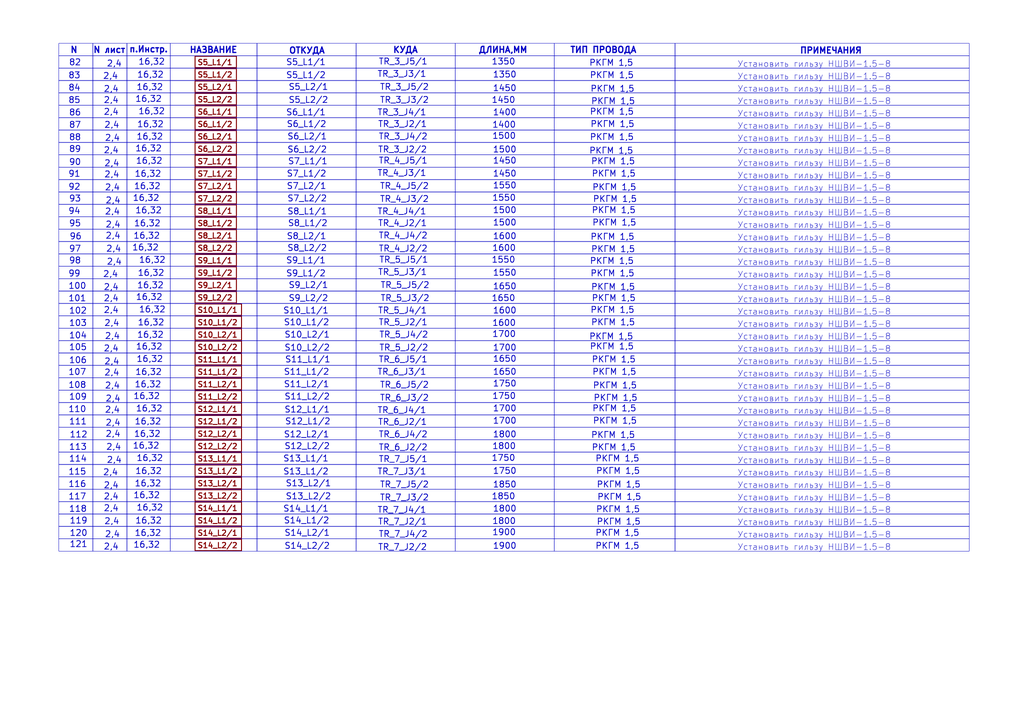
<source format=kicad_sch>
(kicad_sch
	(version 20250114)
	(generator "eeschema")
	(generator_version "9.0")
	(uuid "54a34ca7-94c7-41bf-b5ad-ee5d1292a65a")
	(paper "A3")
	(lib_symbols)
	(rectangle
		(start 276.86 43.18)
		(end 397.51 48.26)
		(stroke
			(width 0)
			(type default)
		)
		(fill
			(type none)
		)
		(uuid 00e10858-bc51-41a0-b424-21446182b728)
	)
	(rectangle
		(start 24.13 124.46)
		(end 38.1 129.54)
		(stroke
			(width 0)
			(type default)
		)
		(fill
			(type none)
		)
		(uuid 0112f110-9dcd-4e94-8fc9-bdaaa010ca43)
	)
	(rectangle
		(start 105.41 175.26)
		(end 146.05 180.34)
		(stroke
			(width 0)
			(type default)
		)
		(fill
			(type none)
		)
		(uuid 0125df27-70cd-4975-b7bb-b36441f3e590)
	)
	(rectangle
		(start 186.69 129.54)
		(end 227.33 134.62)
		(stroke
			(width 0)
			(type default)
		)
		(fill
			(type none)
		)
		(uuid 02540d4d-199b-49cf-b06f-48dd0bffb64e)
	)
	(rectangle
		(start 105.41 17.78)
		(end 146.05 22.86)
		(stroke
			(width 0)
			(type default)
		)
		(fill
			(type none)
		)
		(uuid 02909181-6c8f-4ce0-98dd-362e414ae20b)
	)
	(rectangle
		(start 227.33 170.18)
		(end 276.86 175.26)
		(stroke
			(width 0)
			(type default)
		)
		(fill
			(type none)
		)
		(uuid 02926187-0105-47e9-8d5e-e7575a9c5dd3)
	)
	(rectangle
		(start 52.07 149.86)
		(end 69.85 154.94)
		(stroke
			(width 0)
			(type default)
		)
		(fill
			(type none)
		)
		(uuid 05c7bf40-2b61-447c-9b7e-a5ac9c647e7d)
	)
	(rectangle
		(start 69.85 53.34)
		(end 105.41 58.42)
		(stroke
			(width 0)
			(type default)
		)
		(fill
			(type none)
		)
		(uuid 0648be34-b68b-4c69-a3e6-b12652a1a8a5)
	)
	(rectangle
		(start 38.1 38.1)
		(end 52.07 43.18)
		(stroke
			(width 0)
			(type default)
		)
		(fill
			(type none)
		)
		(uuid 0706d0cb-0a3f-4f67-beb9-876d34545b19)
	)
	(rectangle
		(start 186.69 109.22)
		(end 227.33 114.3)
		(stroke
			(width 0)
			(type default)
		)
		(fill
			(type none)
		)
		(uuid 08aebfc1-a2b2-4a3d-97fd-420394bbebca)
	)
	(rectangle
		(start 38.1 27.94)
		(end 52.07 33.02)
		(stroke
			(width 0)
			(type default)
		)
		(fill
			(type none)
		)
		(uuid 0a83695c-5c26-43b3-ab72-68df52934177)
	)
	(rectangle
		(start 69.85 78.74)
		(end 105.41 83.82)
		(stroke
			(width 0)
			(type default)
		)
		(fill
			(type none)
		)
		(uuid 0bd5b9be-c790-4db3-a0c3-aafc272c5e69)
	)
	(rectangle
		(start 276.86 73.66)
		(end 397.51 78.74)
		(stroke
			(width 0)
			(type default)
		)
		(fill
			(type none)
		)
		(uuid 0c482f14-3531-48c5-840a-6cd7c360d1a8)
	)
	(rectangle
		(start 146.05 17.78)
		(end 186.69 22.86)
		(stroke
			(width 0)
			(type default)
		)
		(fill
			(type none)
		)
		(uuid 0c5f749b-fdb2-4fd0-85db-004bdd6dcbeb)
	)
	(rectangle
		(start 105.41 27.94)
		(end 146.05 33.02)
		(stroke
			(width 0)
			(type default)
		)
		(fill
			(type none)
		)
		(uuid 0cb7e214-a38f-4cce-96a8-a7429669b100)
	)
	(rectangle
		(start 146.05 53.34)
		(end 186.69 58.42)
		(stroke
			(width 0)
			(type default)
		)
		(fill
			(type none)
		)
		(uuid 0cd4f301-5113-4194-aac0-20da44133d93)
	)
	(rectangle
		(start 38.1 109.22)
		(end 52.07 114.3)
		(stroke
			(width 0)
			(type default)
		)
		(fill
			(type none)
		)
		(uuid 0cd7479e-4215-4262-a5ac-68f2dd14fc89)
	)
	(rectangle
		(start 186.69 104.14)
		(end 227.33 109.22)
		(stroke
			(width 0)
			(type default)
		)
		(fill
			(type none)
		)
		(uuid 0e1d38f2-2ed7-4b38-9724-f5f9f41916a4)
	)
	(rectangle
		(start 105.41 88.9)
		(end 146.05 93.98)
		(stroke
			(width 0)
			(type default)
		)
		(fill
			(type none)
		)
		(uuid 0e20900b-a42c-4993-9d5f-76f3df8da1c7)
	)
	(rectangle
		(start 276.86 134.62)
		(end 397.51 139.7)
		(stroke
			(width 0)
			(type default)
		)
		(fill
			(type none)
		)
		(uuid 10ef6acc-5010-45ce-b780-87f81958bf2c)
	)
	(rectangle
		(start 105.41 99.06)
		(end 146.05 104.14)
		(stroke
			(width 0)
			(type default)
		)
		(fill
			(type none)
		)
		(uuid 110154b6-a419-4508-8ce8-0733c4ac8f3c)
	)
	(rectangle
		(start 69.85 175.26)
		(end 105.41 180.34)
		(stroke
			(width 0)
			(type default)
		)
		(fill
			(type none)
		)
		(uuid 112c681c-cc0a-4873-8370-12d754fb63ef)
	)
	(rectangle
		(start 186.69 48.26)
		(end 227.33 53.34)
		(stroke
			(width 0)
			(type default)
		)
		(fill
			(type none)
		)
		(uuid 122b7da9-9659-4310-9056-49bb10f02caa)
	)
	(rectangle
		(start 69.85 165.1)
		(end 105.41 170.18)
		(stroke
			(width 0)
			(type default)
		)
		(fill
			(type none)
		)
		(uuid 12651584-e33e-4e46-a599-bac3289c29f0)
	)
	(rectangle
		(start 146.05 154.94)
		(end 186.69 160.02)
		(stroke
			(width 0)
			(type default)
		)
		(fill
			(type none)
		)
		(uuid 129c87cf-ceb2-4ccf-ba29-4e4f3fd13cb2)
	)
	(rectangle
		(start 105.41 129.54)
		(end 146.05 134.62)
		(stroke
			(width 0)
			(type default)
		)
		(fill
			(type none)
		)
		(uuid 13a0e67d-b871-47fc-9db6-5f358298b740)
	)
	(rectangle
		(start 146.05 58.42)
		(end 186.69 63.5)
		(stroke
			(width 0)
			(type default)
		)
		(fill
			(type none)
		)
		(uuid 13d934ed-8248-41cb-869d-a45716091985)
	)
	(rectangle
		(start 146.05 48.26)
		(end 186.69 53.34)
		(stroke
			(width 0)
			(type default)
		)
		(fill
			(type none)
		)
		(uuid 13f23772-a1c5-4617-bca2-b6d95699769d)
	)
	(rectangle
		(start 276.86 160.02)
		(end 397.51 165.1)
		(stroke
			(width 0)
			(type default)
		)
		(fill
			(type none)
		)
		(uuid 15855915-be48-4a06-a2cf-f518bc2eb2fe)
	)
	(rectangle
		(start 52.07 154.94)
		(end 69.85 160.02)
		(stroke
			(width 0)
			(type default)
		)
		(fill
			(type none)
		)
		(uuid 16460c0b-b725-48ca-8f8a-99fe804b076f)
	)
	(rectangle
		(start 227.33 109.22)
		(end 276.86 114.3)
		(stroke
			(width 0)
			(type default)
		)
		(fill
			(type none)
		)
		(uuid 166bcd8c-3970-46b1-93a1-2f57e5575df8)
	)
	(rectangle
		(start 24.13 200.66)
		(end 38.1 205.74)
		(stroke
			(width 0)
			(type default)
		)
		(fill
			(type none)
		)
		(uuid 1708e308-759d-4f45-bae0-430b41ff826d)
	)
	(rectangle
		(start 146.05 220.98)
		(end 186.69 226.06)
		(stroke
			(width 0)
			(type default)
		)
		(fill
			(type none)
		)
		(uuid 1738cfd6-7731-40e9-a23c-f48d431d8eaa)
	)
	(rectangle
		(start 69.85 17.78)
		(end 105.41 22.86)
		(stroke
			(width 0)
			(type default)
		)
		(fill
			(type none)
		)
		(uuid 19c5ebd0-726c-4a92-8936-d6a23ab6f9bd)
	)
	(rectangle
		(start 69.85 119.38)
		(end 105.41 124.46)
		(stroke
			(width 0)
			(type default)
		)
		(fill
			(type none)
		)
		(uuid 19e36890-9ea0-48a2-bb64-40a8cd31d0a7)
	)
	(rectangle
		(start 186.69 63.5)
		(end 227.33 68.58)
		(stroke
			(width 0)
			(type default)
		)
		(fill
			(type none)
		)
		(uuid 1a31837c-3a92-48d0-9fe0-6a7481ac96df)
	)
	(rectangle
		(start 24.13 165.1)
		(end 38.1 170.18)
		(stroke
			(width 0)
			(type default)
		)
		(fill
			(type none)
		)
		(uuid 1a5acc2d-c00b-4586-9943-d06fdd4a58f8)
	)
	(rectangle
		(start 146.05 215.9)
		(end 186.69 220.98)
		(stroke
			(width 0)
			(type default)
		)
		(fill
			(type none)
		)
		(uuid 1b78ae8f-cb15-4c01-a1ed-883c7af134d4)
	)
	(rectangle
		(start 227.33 195.58)
		(end 276.86 200.66)
		(stroke
			(width 0)
			(type default)
		)
		(fill
			(type none)
		)
		(uuid 1b7cf994-d32c-4ee4-ab9b-20e05d234266)
	)
	(rectangle
		(start 146.05 33.02)
		(end 186.69 38.1)
		(stroke
			(width 0)
			(type default)
		)
		(fill
			(type none)
		)
		(uuid 1d08c9a4-41a9-4cd0-8884-c839d361bdb3)
	)
	(rectangle
		(start 227.33 190.5)
		(end 276.86 195.58)
		(stroke
			(width 0)
			(type default)
		)
		(fill
			(type none)
		)
		(uuid 1d1a3eaf-d471-4d0f-a549-332399abcdbc)
	)
	(rectangle
		(start 186.69 134.62)
		(end 227.33 139.7)
		(stroke
			(width 0)
			(type default)
		)
		(fill
			(type none)
		)
		(uuid 1d48877e-78dd-4ff5-8a47-a69972f81f45)
	)
	(rectangle
		(start 52.07 119.38)
		(end 69.85 124.46)
		(stroke
			(width 0)
			(type default)
		)
		(fill
			(type none)
		)
		(uuid 1d681940-ecf2-453a-b1cd-c3b849658d47)
	)
	(rectangle
		(start 105.41 134.62)
		(end 146.05 139.7)
		(stroke
			(width 0)
			(type default)
		)
		(fill
			(type none)
		)
		(uuid 1d6d666c-f3c4-4883-8227-f6fd6da49525)
	)
	(rectangle
		(start 276.86 180.34)
		(end 397.51 185.42)
		(stroke
			(width 0)
			(type default)
		)
		(fill
			(type none)
		)
		(uuid 1e2923c2-03ef-448e-8e0f-72b67a690338)
	)
	(rectangle
		(start 227.33 144.78)
		(end 276.86 149.86)
		(stroke
			(width 0)
			(type default)
		)
		(fill
			(type none)
		)
		(uuid 1ec43cb1-344d-4695-80a5-86981097e40c)
	)
	(rectangle
		(start 69.85 134.62)
		(end 105.41 139.7)
		(stroke
			(width 0)
			(type default)
		)
		(fill
			(type none)
		)
		(uuid 1ed25263-0865-424f-aebc-8b5556f85fe4)
	)
	(rectangle
		(start 24.13 149.86)
		(end 38.1 154.94)
		(stroke
			(width 0)
			(type default)
		)
		(fill
			(type none)
		)
		(uuid 1f0b7c9f-7f81-4932-a6ce-7178b43db8f1)
	)
	(rectangle
		(start 276.86 195.58)
		(end 397.51 200.66)
		(stroke
			(width 0)
			(type default)
		)
		(fill
			(type none)
		)
		(uuid 1fbef8e2-c241-469e-aa51-bfff5b377e87)
	)
	(rectangle
		(start 146.05 63.5)
		(end 186.69 68.58)
		(stroke
			(width 0)
			(type default)
		)
		(fill
			(type none)
		)
		(uuid 203358d1-94b8-4b29-92cd-d3e8e849bf4a)
	)
	(rectangle
		(start 69.85 129.54)
		(end 105.41 134.62)
		(stroke
			(width 0)
			(type default)
		)
		(fill
			(type none)
		)
		(uuid 20c691b6-1806-4967-8c6f-0a87fb39bea9)
	)
	(rectangle
		(start 69.85 170.18)
		(end 105.41 175.26)
		(stroke
			(width 0)
			(type default)
		)
		(fill
			(type none)
		)
		(uuid 20fb9757-4d8b-4ca7-aa21-69e943d4ea0c)
	)
	(rectangle
		(start 186.69 200.66)
		(end 227.33 205.74)
		(stroke
			(width 0)
			(type default)
		)
		(fill
			(type none)
		)
		(uuid 23210075-ff59-4179-b1c2-6e7ca5002e33)
	)
	(rectangle
		(start 24.13 134.62)
		(end 38.1 139.7)
		(stroke
			(width 0)
			(type default)
		)
		(fill
			(type none)
		)
		(uuid 241ec294-7ef0-468a-bbdc-71858018b4f4)
	)
	(rectangle
		(start 52.07 48.26)
		(end 69.85 53.34)
		(stroke
			(width 0)
			(type default)
		)
		(fill
			(type none)
		)
		(uuid 2550b354-dfbc-4142-a4bb-ef804a19dca9)
	)
	(rectangle
		(start 38.1 48.26)
		(end 52.07 53.34)
		(stroke
			(width 0)
			(type default)
		)
		(fill
			(type none)
		)
		(uuid 257fba89-0919-429e-af14-a246edfbc43e)
	)
	(rectangle
		(start 276.86 114.3)
		(end 397.51 119.38)
		(stroke
			(width 0)
			(type default)
		)
		(fill
			(type none)
		)
		(uuid 25d984c0-1696-4580-8adf-5b2678b44ca1)
	)
	(rectangle
		(start 146.05 134.62)
		(end 186.69 139.7)
		(stroke
			(width 0)
			(type default)
		)
		(fill
			(type none)
		)
		(uuid 27595085-e3bf-40ab-ba28-dd1814f804d4)
	)
	(rectangle
		(start 276.86 99.06)
		(end 397.51 104.14)
		(stroke
			(width 0)
			(type default)
		)
		(fill
			(type none)
		)
		(uuid 282b0867-e0d7-402f-9e77-3d3a88914fc5)
	)
	(rectangle
		(start 227.33 139.7)
		(end 276.86 144.78)
		(stroke
			(width 0)
			(type default)
		)
		(fill
			(type none)
		)
		(uuid 299149e6-e1d6-486a-809b-a7b7066da7d1)
	)
	(rectangle
		(start 186.69 215.9)
		(end 227.33 220.98)
		(stroke
			(width 0)
			(type default)
		)
		(fill
			(type none)
		)
		(uuid 29c86e8d-3bb1-4df3-8622-59ad55cf1e02)
	)
	(rectangle
		(start 276.86 154.94)
		(end 397.51 160.02)
		(stroke
			(width 0)
			(type default)
		)
		(fill
			(type none)
		)
		(uuid 2a4c4764-3a9b-40aa-8c80-8741bfec0abf)
	)
	(rectangle
		(start 227.33 17.78)
		(end 276.86 22.86)
		(stroke
			(width 0)
			(type default)
		)
		(fill
			(type none)
		)
		(uuid 2a946c67-75f1-4a23-beef-61e351e12382)
	)
	(rectangle
		(start 69.85 114.3)
		(end 105.41 119.38)
		(stroke
			(width 0)
			(type default)
		)
		(fill
			(type none)
		)
		(uuid 2b12578d-7140-4437-ba7f-a0c0c269a463)
	)
	(rectangle
		(start 24.13 210.82)
		(end 38.1 215.9)
		(stroke
			(width 0)
			(type default)
		)
		(fill
			(type none)
		)
		(uuid 2b6470b0-9228-4527-b04f-6810ca3ff35d)
	)
	(rectangle
		(start 69.85 205.74)
		(end 105.41 210.82)
		(stroke
			(width 0)
			(type default)
		)
		(fill
			(type none)
		)
		(uuid 2dcd5435-98a3-4a0f-8362-36b7110acc36)
	)
	(rectangle
		(start 276.86 53.34)
		(end 397.51 58.42)
		(stroke
			(width 0)
			(type default)
		)
		(fill
			(type none)
		)
		(uuid 2e59af6d-4b60-4f17-84e8-72f22aeefa36)
	)
	(rectangle
		(start 276.86 129.54)
		(end 397.51 134.62)
		(stroke
			(width 0)
			(type default)
		)
		(fill
			(type none)
		)
		(uuid 2e62113d-68aa-483c-8385-7a55c39bcade)
	)
	(rectangle
		(start 38.1 43.18)
		(end 52.07 48.26)
		(stroke
			(width 0)
			(type default)
		)
		(fill
			(type none)
		)
		(uuid 2f002869-0d9d-41a2-8930-d8cca114b48d)
	)
	(rectangle
		(start 69.85 109.22)
		(end 105.41 114.3)
		(stroke
			(width 0)
			(type default)
		)
		(fill
			(type none)
		)
		(uuid 302c788e-97e2-449d-9bed-ef98e30afff1)
	)
	(rectangle
		(start 227.33 124.46)
		(end 276.86 129.54)
		(stroke
			(width 0)
			(type default)
		)
		(fill
			(type none)
		)
		(uuid 30718ffb-7e67-4d41-b362-b7637d62fea6)
	)
	(rectangle
		(start 52.07 78.74)
		(end 69.85 83.82)
		(stroke
			(width 0)
			(type default)
		)
		(fill
			(type none)
		)
		(uuid 33db31f4-e100-4350-8f38-5fe6cb259cc6)
	)
	(rectangle
		(start 186.69 17.78)
		(end 227.33 22.86)
		(stroke
			(width 0)
			(type default)
		)
		(fill
			(type none)
		)
		(uuid 345759b0-bbb6-47bb-8f3d-a368034a986c)
	)
	(rectangle
		(start 24.13 73.66)
		(end 38.1 78.74)
		(stroke
			(width 0)
			(type default)
		)
		(fill
			(type none)
		)
		(uuid 3476bb92-f5c8-4a02-b45a-bbc3da642e61)
	)
	(rectangle
		(start 276.86 83.82)
		(end 397.51 88.9)
		(stroke
			(width 0)
			(type default)
		)
		(fill
			(type none)
		)
		(uuid 34b07a43-b1d4-4838-ae25-b79fddfbe648)
	)
	(rectangle
		(start 186.69 38.1)
		(end 227.33 43.18)
		(stroke
			(width 0)
			(type default)
		)
		(fill
			(type none)
		)
		(uuid 36f75fdc-a522-4c03-ab77-eab5180e6f3f)
	)
	(rectangle
		(start 227.33 83.82)
		(end 276.86 88.9)
		(stroke
			(width 0)
			(type default)
		)
		(fill
			(type none)
		)
		(uuid 38eae436-61f1-48b3-9084-462694f0f953)
	)
	(rectangle
		(start 69.85 43.18)
		(end 105.41 48.26)
		(stroke
			(width 0)
			(type default)
		)
		(fill
			(type none)
		)
		(uuid 393cf0cd-d0f7-462d-9eb4-7db5ea9de681)
	)
	(rectangle
		(start 38.1 83.82)
		(end 52.07 88.9)
		(stroke
			(width 0)
			(type default)
		)
		(fill
			(type none)
		)
		(uuid 3a214c1e-4bb1-4a6e-a787-e5d3af46b975)
	)
	(rectangle
		(start 105.41 109.22)
		(end 146.05 114.3)
		(stroke
			(width 0)
			(type default)
		)
		(fill
			(type none)
		)
		(uuid 3b2e6729-8407-4198-b06d-89e4c44dd191)
	)
	(rectangle
		(start 38.1 22.86)
		(end 52.07 27.94)
		(stroke
			(width 0)
			(type default)
		)
		(fill
			(type none)
		)
		(uuid 3c6dad84-61ab-472d-9d4e-587e224fa5bb)
	)
	(rectangle
		(start 227.33 27.94)
		(end 276.86 33.02)
		(stroke
			(width 0)
			(type default)
		)
		(fill
			(type none)
		)
		(uuid 3d24b06b-e5f4-4038-93cb-1fea41f5d2a5)
	)
	(rectangle
		(start 52.07 144.78)
		(end 69.85 149.86)
		(stroke
			(width 0)
			(type default)
		)
		(fill
			(type none)
		)
		(uuid 3d794648-7406-4385-b386-2e88bece2641)
	)
	(rectangle
		(start 276.86 144.78)
		(end 397.51 149.86)
		(stroke
			(width 0)
			(type default)
		)
		(fill
			(type none)
		)
		(uuid 3da71eda-0602-4ec0-a543-9ef6806a7b35)
	)
	(rectangle
		(start 227.33 185.42)
		(end 276.86 190.5)
		(stroke
			(width 0)
			(type default)
		)
		(fill
			(type none)
		)
		(uuid 3dc5cae7-6a71-4364-a633-c25cdf779c46)
	)
	(rectangle
		(start 276.86 220.98)
		(end 397.51 226.06)
		(stroke
			(width 0)
			(type default)
		)
		(fill
			(type none)
		)
		(uuid 3f5c4cd5-2fa9-429d-8a17-9577319ca388)
	)
	(rectangle
		(start 24.13 63.5)
		(end 38.1 68.58)
		(stroke
			(width 0)
			(type default)
		)
		(fill
			(type none)
		)
		(uuid 40ec1773-01fd-48a8-ac4f-f8a286d9fe50)
	)
	(rectangle
		(start 227.33 220.98)
		(end 276.86 226.06)
		(stroke
			(width 0)
			(type default)
		)
		(fill
			(type none)
		)
		(uuid 42230b8d-61ec-45e0-b45e-825f2c751f60)
	)
	(rectangle
		(start 52.07 210.82)
		(end 69.85 215.9)
		(stroke
			(width 0)
			(type default)
		)
		(fill
			(type none)
		)
		(uuid 4247c3c0-c604-40e2-81ca-47cf11c9b005)
	)
	(rectangle
		(start 52.07 53.34)
		(end 69.85 58.42)
		(stroke
			(width 0)
			(type default)
		)
		(fill
			(type none)
		)
		(uuid 4365afd5-e299-4865-99f3-fd7629acc349)
	)
	(rectangle
		(start 146.05 83.82)
		(end 186.69 88.9)
		(stroke
			(width 0)
			(type default)
		)
		(fill
			(type none)
		)
		(uuid 4390e910-1e73-4617-ae28-766df5149580)
	)
	(rectangle
		(start 276.86 190.5)
		(end 397.51 195.58)
		(stroke
			(width 0)
			(type default)
		)
		(fill
			(type none)
		)
		(uuid 43aa9fea-f2de-4b58-ae28-303fa60f575e)
	)
	(rectangle
		(start 69.85 160.02)
		(end 105.41 165.1)
		(stroke
			(width 0)
			(type default)
		)
		(fill
			(type none)
		)
		(uuid 43e54cc5-f39f-4fba-b9d8-d1445b3fe549)
	)
	(rectangle
		(start 276.86 185.42)
		(end 397.51 190.5)
		(stroke
			(width 0)
			(type default)
		)
		(fill
			(type none)
		)
		(uuid 4452d1cb-96a0-49b0-974a-1dc940bd2779)
	)
	(rectangle
		(start 52.07 38.1)
		(end 69.85 43.18)
		(stroke
			(width 0)
			(type default)
		)
		(fill
			(type none)
		)
		(uuid 45ee8118-5221-457f-8048-b2a4a8cace59)
	)
	(rectangle
		(start 69.85 144.78)
		(end 105.41 149.86)
		(stroke
			(width 0)
			(type default)
		)
		(fill
			(type none)
		)
		(uuid 46efb0d6-364b-4327-bbb4-835c3c8ccaf8)
	)
	(rectangle
		(start 227.33 93.98)
		(end 276.86 99.06)
		(stroke
			(width 0)
			(type default)
		)
		(fill
			(type none)
		)
		(uuid 47b0be43-01fa-42d8-84c0-c3d3322ab17a)
	)
	(rectangle
		(start 276.86 33.02)
		(end 397.51 38.1)
		(stroke
			(width 0)
			(type default)
		)
		(fill
			(type none)
		)
		(uuid 47c6bdca-e3a7-46bc-8342-bcfb93169c35)
	)
	(rectangle
		(start 276.86 104.14)
		(end 397.51 109.22)
		(stroke
			(width 0)
			(type default)
		)
		(fill
			(type none)
		)
		(uuid 47d72741-c256-42ee-9407-52c71f74e8eb)
	)
	(rectangle
		(start 146.05 139.7)
		(end 186.69 144.78)
		(stroke
			(width 0)
			(type default)
		)
		(fill
			(type none)
		)
		(uuid 486a5385-7946-4472-a033-7972160ceb6c)
	)
	(rectangle
		(start 227.33 114.3)
		(end 276.86 119.38)
		(stroke
			(width 0)
			(type default)
		)
		(fill
			(type none)
		)
		(uuid 4931a5a8-6e4c-4072-a8f6-687dce172dd3)
	)
	(rectangle
		(start 227.33 215.9)
		(end 276.86 220.98)
		(stroke
			(width 0)
			(type default)
		)
		(fill
			(type none)
		)
		(uuid 4b239468-597a-4798-abc0-6d28a49757e7)
	)
	(rectangle
		(start 52.07 170.18)
		(end 69.85 175.26)
		(stroke
			(width 0)
			(type default)
		)
		(fill
			(type none)
		)
		(uuid 4b8ca1d6-0f09-4b83-82ed-c2129b1fe78b)
	)
	(rectangle
		(start 227.33 129.54)
		(end 276.86 134.62)
		(stroke
			(width 0)
			(type default)
		)
		(fill
			(type none)
		)
		(uuid 4d980347-41d0-45f0-905a-c3f192195ae4)
	)
	(rectangle
		(start 52.07 129.54)
		(end 69.85 134.62)
		(stroke
			(width 0)
			(type default)
		)
		(fill
			(type none)
		)
		(uuid 4fc4f541-cbc0-4cce-b03a-0ba9b11918f0)
	)
	(rectangle
		(start 52.07 104.14)
		(end 69.85 109.22)
		(stroke
			(width 0)
			(type default)
		)
		(fill
			(type none)
		)
		(uuid 4fc79b74-f858-43a6-af1d-018e19b1e246)
	)
	(rectangle
		(start 52.07 139.7)
		(end 69.85 144.78)
		(stroke
			(width 0)
			(type default)
		)
		(fill
			(type none)
		)
		(uuid 512cb300-51ed-4228-bcaa-302216860648)
	)
	(rectangle
		(start 52.07 165.1)
		(end 69.85 170.18)
		(stroke
			(width 0)
			(type default)
		)
		(fill
			(type none)
		)
		(uuid 524ba17c-9099-41da-b59b-003eacb0fd25)
	)
	(rectangle
		(start 146.05 149.86)
		(end 186.69 154.94)
		(stroke
			(width 0)
			(type default)
		)
		(fill
			(type none)
		)
		(uuid 53917e97-d0f8-4186-ae9d-f74d010455ab)
	)
	(rectangle
		(start 24.13 160.02)
		(end 38.1 165.1)
		(stroke
			(width 0)
			(type default)
		)
		(fill
			(type none)
		)
		(uuid 53b9177c-e820-4bd2-8551-66bd3481165d)
	)
	(rectangle
		(start 227.33 58.42)
		(end 276.86 63.5)
		(stroke
			(width 0)
			(type default)
		)
		(fill
			(type none)
		)
		(uuid 53dad4d1-570e-4c52-b985-69a9d5cc9e5c)
	)
	(rectangle
		(start 38.1 149.86)
		(end 52.07 154.94)
		(stroke
			(width 0)
			(type default)
		)
		(fill
			(type none)
		)
		(uuid 566725fb-944a-49c1-8976-06429df2a27a)
	)
	(rectangle
		(start 24.13 170.18)
		(end 38.1 175.26)
		(stroke
			(width 0)
			(type default)
		)
		(fill
			(type none)
		)
		(uuid 570128fd-c105-45e0-89c9-d28268dae585)
	)
	(rectangle
		(start 146.05 73.66)
		(end 186.69 78.74)
		(stroke
			(width 0)
			(type default)
		)
		(fill
			(type none)
		)
		(uuid 57e7f5fd-3efa-43a7-b33f-62277ab22a37)
	)
	(rectangle
		(start 69.85 88.9)
		(end 105.41 93.98)
		(stroke
			(width 0)
			(type default)
		)
		(fill
			(type none)
		)
		(uuid 59b9f2d7-d898-4693-bb67-5785b2d6899a)
	)
	(rectangle
		(start 146.05 144.78)
		(end 186.69 149.86)
		(stroke
			(width 0)
			(type default)
		)
		(fill
			(type none)
		)
		(uuid 5b1e666a-0c94-413d-857f-52bb1a863cde)
	)
	(rectangle
		(start 38.1 99.06)
		(end 52.07 104.14)
		(stroke
			(width 0)
			(type default)
		)
		(fill
			(type none)
		)
		(uuid 5b3e1f3b-9896-4759-af7d-fa0112d6e5a8)
	)
	(rectangle
		(start 52.07 220.98)
		(end 69.85 226.06)
		(stroke
			(width 0)
			(type default)
		)
		(fill
			(type none)
		)
		(uuid 5bb9117c-cd54-496b-a1d8-0c462f570bf8)
	)
	(rectangle
		(start 38.1 63.5)
		(end 52.07 68.58)
		(stroke
			(width 0)
			(type default)
		)
		(fill
			(type none)
		)
		(uuid 5c13c772-dd8d-433e-9c81-0fec587e72cc)
	)
	(rectangle
		(start 186.69 185.42)
		(end 227.33 190.5)
		(stroke
			(width 0)
			(type default)
		)
		(fill
			(type none)
		)
		(uuid 5cd434be-c360-4bf1-b8b9-8031a50e86a0)
	)
	(rectangle
		(start 38.1 200.66)
		(end 52.07 205.74)
		(stroke
			(width 0)
			(type default)
		)
		(fill
			(type none)
		)
		(uuid 5ce6399e-a314-4bb4-bfe4-467b9eb50931)
	)
	(rectangle
		(start 69.85 73.66)
		(end 105.41 78.74)
		(stroke
			(width 0)
			(type default)
		)
		(fill
			(type none)
		)
		(uuid 5dac1c73-2ed7-4ffb-b52c-b5112e559c14)
	)
	(rectangle
		(start 105.41 73.66)
		(end 146.05 78.74)
		(stroke
			(width 0)
			(type default)
		)
		(fill
			(type none)
		)
		(uuid 5e21a2cc-eba6-4190-a9bc-763b0847b82e)
	)
	(rectangle
		(start 276.86 210.82)
		(end 397.51 215.9)
		(stroke
			(width 0)
			(type default)
		)
		(fill
			(type none)
		)
		(uuid 5e84a34c-6bfb-4bba-b9b8-742bdf2b10e2)
	)
	(rectangle
		(start 227.33 104.14)
		(end 276.86 109.22)
		(stroke
			(width 0)
			(type default)
		)
		(fill
			(type none)
		)
		(uuid 5f50a10b-002e-4a1a-bdd6-166fe6dc748b)
	)
	(rectangle
		(start 105.41 215.9)
		(end 146.05 220.98)
		(stroke
			(width 0)
			(type default)
		)
		(fill
			(type none)
		)
		(uuid 5f648e71-0371-46c4-ae64-4a0482620cb8)
	)
	(rectangle
		(start 186.69 58.42)
		(end 227.33 63.5)
		(stroke
			(width 0)
			(type default)
		)
		(fill
			(type none)
		)
		(uuid 5f8fd7ad-34a8-4978-8627-ddcf1209e736)
	)
	(rectangle
		(start 69.85 99.06)
		(end 105.41 104.14)
		(stroke
			(width 0)
			(type default)
		)
		(fill
			(type none)
		)
		(uuid 60248508-9360-4742-9cf3-5a14b777ac31)
	)
	(rectangle
		(start 38.1 205.74)
		(end 52.07 210.82)
		(stroke
			(width 0)
			(type default)
		)
		(fill
			(type none)
		)
		(uuid 6154f169-ce0b-43b1-93d4-684a64062ea1)
	)
	(rectangle
		(start 38.1 220.98)
		(end 52.07 226.06)
		(stroke
			(width 0)
			(type default)
		)
		(fill
			(type none)
		)
		(uuid 6184a128-b422-4795-941e-14046b33a5f2)
	)
	(rectangle
		(start 276.86 48.26)
		(end 397.51 53.34)
		(stroke
			(width 0)
			(type default)
		)
		(fill
			(type none)
		)
		(uuid 6252243d-e3c3-43f8-9042-efcad65dd728)
	)
	(rectangle
		(start 146.05 180.34)
		(end 186.69 185.42)
		(stroke
			(width 0)
			(type default)
		)
		(fill
			(type none)
		)
		(uuid 63b3a551-20a0-4f0a-892c-0bf6586e8904)
	)
	(rectangle
		(start 52.07 200.66)
		(end 69.85 205.74)
		(stroke
			(width 0)
			(type default)
		)
		(fill
			(type none)
		)
		(uuid 648a7b9e-a690-48fa-bb0f-0272a96bdde8)
	)
	(rectangle
		(start 276.86 170.18)
		(end 397.51 175.26)
		(stroke
			(width 0)
			(type default)
		)
		(fill
			(type none)
		)
		(uuid 65799555-a84f-4f30-9b2b-af6173d83b31)
	)
	(rectangle
		(start 52.07 17.78)
		(end 69.85 22.86)
		(stroke
			(width 0)
			(type default)
		)
		(fill
			(type none)
		)
		(uuid 6708501f-ae14-4b71-8aa9-1c7540f9a6cf)
	)
	(rectangle
		(start 227.33 165.1)
		(end 276.86 170.18)
		(stroke
			(width 0)
			(type default)
		)
		(fill
			(type none)
		)
		(uuid 67d02e81-804e-4788-b01f-186afd70abbf)
	)
	(rectangle
		(start 186.69 99.06)
		(end 227.33 104.14)
		(stroke
			(width 0)
			(type default)
		)
		(fill
			(type none)
		)
		(uuid 6876200a-4ef3-43b1-b276-2b89341d55ff)
	)
	(rectangle
		(start 146.05 200.66)
		(end 186.69 205.74)
		(stroke
			(width 0)
			(type default)
		)
		(fill
			(type none)
		)
		(uuid 68ad3d5a-e262-4d8d-8f14-8199e11dc530)
	)
	(rectangle
		(start 276.86 119.38)
		(end 397.51 124.46)
		(stroke
			(width 0)
			(type default)
		)
		(fill
			(type none)
		)
		(uuid 68c469d2-37c3-4def-9148-281591ec6f9b)
	)
	(rectangle
		(start 24.13 58.42)
		(end 38.1 63.5)
		(stroke
			(width 0)
			(type default)
		)
		(fill
			(type none)
		)
		(uuid 68cded49-c958-4e90-822c-bf71b49af435)
	)
	(rectangle
		(start 24.13 195.58)
		(end 38.1 200.66)
		(stroke
			(width 0)
			(type default)
		)
		(fill
			(type none)
		)
		(uuid 697aed01-b319-44d1-915a-01e6494b60bc)
	)
	(rectangle
		(start 105.41 139.7)
		(end 146.05 144.78)
		(stroke
			(width 0)
			(type default)
		)
		(fill
			(type none)
		)
		(uuid 6a275790-401d-47d5-952a-098603f63565)
	)
	(rectangle
		(start 69.85 154.94)
		(end 105.41 160.02)
		(stroke
			(width 0)
			(type default)
		)
		(fill
			(type none)
		)
		(uuid 6b19c2c3-9bd0-44be-aab2-5009d4b80c8d)
	)
	(rectangle
		(start 69.85 215.9)
		(end 105.41 220.98)
		(stroke
			(width 0)
			(type default)
		)
		(fill
			(type none)
		)
		(uuid 6c164b14-e3de-43bb-bf2e-85f54c2bbe91)
	)
	(rectangle
		(start 38.1 88.9)
		(end 52.07 93.98)
		(stroke
			(width 0)
			(type default)
		)
		(fill
			(type none)
		)
		(uuid 6d39b640-d1f8-417b-a64d-81815638d4d1)
	)
	(rectangle
		(start 227.33 200.66)
		(end 276.86 205.74)
		(stroke
			(width 0)
			(type default)
		)
		(fill
			(type none)
		)
		(uuid 6e449937-38b1-4d95-849a-202a0578f500)
	)
	(rectangle
		(start 52.07 160.02)
		(end 69.85 165.1)
		(stroke
			(width 0)
			(type default)
		)
		(fill
			(type none)
		)
		(uuid 6fed29d0-b9de-4ed7-a39e-03194f3d3f7f)
	)
	(rectangle
		(start 227.33 88.9)
		(end 276.86 93.98)
		(stroke
			(width 0)
			(type default)
		)
		(fill
			(type none)
		)
		(uuid 7072ba92-9979-4779-b4e9-0155e757da4a)
	)
	(rectangle
		(start 24.13 93.98)
		(end 38.1 99.06)
		(stroke
			(width 0)
			(type default)
		)
		(fill
			(type none)
		)
		(uuid 71a6c11d-2469-4c56-adc7-10f292d0ad11)
	)
	(rectangle
		(start 105.41 33.02)
		(end 146.05 38.1)
		(stroke
			(width 0)
			(type default)
		)
		(fill
			(type none)
		)
		(uuid 71e3a1dd-c71f-41d9-94b9-4abed85031e7)
	)
	(rectangle
		(start 24.13 43.18)
		(end 38.1 48.26)
		(stroke
			(width 0)
			(type default)
		)
		(fill
			(type none)
		)
		(uuid 72845619-5efb-492d-9aa3-84353f28b152)
	)
	(rectangle
		(start 69.85 63.5)
		(end 105.41 68.58)
		(stroke
			(width 0)
			(type default)
		)
		(fill
			(type none)
		)
		(uuid 733ae43c-9012-4008-b79e-41dff875c445)
	)
	(rectangle
		(start 146.05 210.82)
		(end 186.69 215.9)
		(stroke
			(width 0)
			(type default)
		)
		(fill
			(type none)
		)
		(uuid 734163ed-cbce-491d-85b2-ef8e7c1a20b8)
	)
	(rectangle
		(start 24.13 175.26)
		(end 38.1 180.34)
		(stroke
			(width 0)
			(type default)
		)
		(fill
			(type none)
		)
		(uuid 7354597a-e5a5-4402-ad1d-c49cea1cd8ba)
	)
	(rectangle
		(start 227.33 43.18)
		(end 276.86 48.26)
		(stroke
			(width 0)
			(type default)
		)
		(fill
			(type none)
		)
		(uuid 735818fc-83b2-4821-b30a-611e3be0c349)
	)
	(rectangle
		(start 38.1 170.18)
		(end 52.07 175.26)
		(stroke
			(width 0)
			(type default)
		)
		(fill
			(type none)
		)
		(uuid 75258282-8c77-433c-93a5-cdc974701dfa)
	)
	(rectangle
		(start 105.41 104.14)
		(end 146.05 109.22)
		(stroke
			(width 0)
			(type default)
		)
		(fill
			(type none)
		)
		(uuid 75672c6e-d805-48f6-9772-c0e137981d93)
	)
	(rectangle
		(start 146.05 104.14)
		(end 186.69 109.22)
		(stroke
			(width 0)
			(type default)
		)
		(fill
			(type none)
		)
		(uuid 7587362b-878c-479e-9cdf-d893265b8db3)
	)
	(rectangle
		(start 105.41 22.86)
		(end 146.05 27.94)
		(stroke
			(width 0)
			(type default)
		)
		(fill
			(type none)
		)
		(uuid 76504d71-264d-47d9-b8ce-c289c3482ad3)
	)
	(rectangle
		(start 38.1 190.5)
		(end 52.07 195.58)
		(stroke
			(width 0)
			(type default)
		)
		(fill
			(type none)
		)
		(uuid 769994c8-cb9e-44af-86b8-aaa9e7d22678)
	)
	(rectangle
		(start 69.85 210.82)
		(end 105.41 215.9)
		(stroke
			(width 0)
			(type default)
		)
		(fill
			(type none)
		)
		(uuid 7699b98d-167a-44fc-9ff8-6ce2ffaa3cf2)
	)
	(rectangle
		(start 24.13 119.38)
		(end 38.1 124.46)
		(stroke
			(width 0)
			(type default)
		)
		(fill
			(type none)
		)
		(uuid 7735ef6e-4109-4aff-88f5-3f5507c988ee)
	)
	(rectangle
		(start 38.1 17.78)
		(end 52.07 22.86)
		(stroke
			(width 0)
			(type default)
		)
		(fill
			(type none)
		)
		(uuid 775574ee-1cda-47ae-9cf4-ac514f3f11ad)
	)
	(rectangle
		(start 69.85 22.86)
		(end 105.41 27.94)
		(stroke
			(width 0)
			(type default)
		)
		(fill
			(type none)
		)
		(uuid 77e2f787-d36b-4e80-a349-b84046f023c1)
	)
	(rectangle
		(start 276.86 93.98)
		(end 397.51 99.06)
		(stroke
			(width 0)
			(type default)
		)
		(fill
			(type none)
		)
		(uuid 7ac5a0a3-41ea-425d-aad7-20ec468c7f72)
	)
	(rectangle
		(start 52.07 88.9)
		(end 69.85 93.98)
		(stroke
			(width 0)
			(type default)
		)
		(fill
			(type none)
		)
		(uuid 7c717e14-bb1b-463c-8614-56ff8be13ca8)
	)
	(rectangle
		(start 38.1 139.7)
		(end 52.07 144.78)
		(stroke
			(width 0)
			(type default)
		)
		(fill
			(type none)
		)
		(uuid 7c7f9ae5-28e5-4d3b-8f77-0c8a08b21f21)
	)
	(rectangle
		(start 52.07 175.26)
		(end 69.85 180.34)
		(stroke
			(width 0)
			(type default)
		)
		(fill
			(type none)
		)
		(uuid 7ccb5ef4-06d7-4774-b749-27f2f9be9c19)
	)
	(rectangle
		(start 146.05 109.22)
		(end 186.69 114.3)
		(stroke
			(width 0)
			(type default)
		)
		(fill
			(type none)
		)
		(uuid 7cfaaed4-3c60-4408-8bb0-bd33bf1bc98e)
	)
	(rectangle
		(start 105.41 53.34)
		(end 146.05 58.42)
		(stroke
			(width 0)
			(type default)
		)
		(fill
			(type none)
		)
		(uuid 7d390b94-aa91-4d14-b575-a00459734b4b)
	)
	(rectangle
		(start 227.33 149.86)
		(end 276.86 154.94)
		(stroke
			(width 0)
			(type default)
		)
		(fill
			(type none)
		)
		(uuid 7d4690e9-d800-4ed5-acda-234635d97e23)
	)
	(rectangle
		(start 52.07 190.5)
		(end 69.85 195.58)
		(stroke
			(width 0)
			(type default)
		)
		(fill
			(type none)
		)
		(uuid 7eac2889-553a-4437-aed3-f2062b90a103)
	)
	(rectangle
		(start 24.13 48.26)
		(end 38.1 53.34)
		(stroke
			(width 0)
			(type default)
		)
		(fill
			(type none)
		)
		(uuid 7ead0e6b-fc3c-4d72-8a00-8785105de9d4)
	)
	(rectangle
		(start 276.86 58.42)
		(end 397.51 63.5)
		(stroke
			(width 0)
			(type default)
		)
		(fill
			(type none)
		)
		(uuid 7eaeb0b6-f7f2-4a3e-9936-d1a567f351b5)
	)
	(rectangle
		(start 276.86 139.7)
		(end 397.51 144.78)
		(stroke
			(width 0)
			(type default)
		)
		(fill
			(type none)
		)
		(uuid 7f75f7a6-d31c-4f24-a989-5291523e5518)
	)
	(rectangle
		(start 105.41 180.34)
		(end 146.05 185.42)
		(stroke
			(width 0)
			(type default)
		)
		(fill
			(type none)
		)
		(uuid 80662a09-18fd-4dbf-a754-e81ea593e5e6)
	)
	(rectangle
		(start 24.13 33.02)
		(end 38.1 38.1)
		(stroke
			(width 0)
			(type default)
		)
		(fill
			(type none)
		)
		(uuid 813f849d-08b6-42e6-a753-5efa3c51970a)
	)
	(rectangle
		(start 146.05 99.06)
		(end 186.69 104.14)
		(stroke
			(width 0)
			(type default)
		)
		(fill
			(type none)
		)
		(uuid 83215d6e-bfbb-4b2b-a081-d71c10da79a0)
	)
	(rectangle
		(start 24.13 129.54)
		(end 38.1 134.62)
		(stroke
			(width 0)
			(type default)
		)
		(fill
			(type none)
		)
		(uuid 832188c0-95fc-409d-8ed9-caf309f34c05)
	)
	(rectangle
		(start 105.41 68.58)
		(end 146.05 73.66)
		(stroke
			(width 0)
			(type default)
		)
		(fill
			(type none)
		)
		(uuid 83afb08a-1a55-4bd1-aeb1-814151966dc5)
	)
	(rectangle
		(start 105.41 119.38)
		(end 146.05 124.46)
		(stroke
			(width 0)
			(type default)
		)
		(fill
			(type none)
		)
		(uuid 866ebf45-35c5-44d2-97b3-878b170d7370)
	)
	(rectangle
		(start 24.13 83.82)
		(end 38.1 88.9)
		(stroke
			(width 0)
			(type default)
		)
		(fill
			(type none)
		)
		(uuid 87d8dcd3-a8bc-4a7a-8878-051afc2f7fe7)
	)
	(rectangle
		(start 38.1 175.26)
		(end 52.07 180.34)
		(stroke
			(width 0)
			(type default)
		)
		(fill
			(type none)
		)
		(uuid 894597e2-0f68-461e-b5d0-d67e03123b63)
	)
	(rectangle
		(start 24.13 139.7)
		(end 38.1 144.78)
		(stroke
			(width 0)
			(type default)
		)
		(fill
			(type none)
		)
		(uuid 8b44f997-8087-443c-8621-0831b272c7ce)
	)
	(rectangle
		(start 69.85 68.58)
		(end 105.41 73.66)
		(stroke
			(width 0)
			(type default)
		)
		(fill
			(type none)
		)
		(uuid 8b6de955-4e56-49c0-8831-a5ce064d5d36)
	)
	(rectangle
		(start 52.07 27.94)
		(end 69.85 33.02)
		(stroke
			(width 0)
			(type default)
		)
		(fill
			(type none)
		)
		(uuid 8b9be4b4-c5a0-46f4-9846-35b102ae386b)
	)
	(rectangle
		(start 227.33 134.62)
		(end 276.86 139.7)
		(stroke
			(width 0)
			(type default)
		)
		(fill
			(type none)
		)
		(uuid 8c7088ad-8d3a-4720-abc2-6cdf31ba37bf)
	)
	(rectangle
		(start 105.41 200.66)
		(end 146.05 205.74)
		(stroke
			(width 0)
			(type default)
		)
		(fill
			(type none)
		)
		(uuid 8dac5005-a2e3-42e4-af92-3538a93ed751)
	)
	(rectangle
		(start 146.05 27.94)
		(end 186.69 33.02)
		(stroke
			(width 0)
			(type default)
		)
		(fill
			(type none)
		)
		(uuid 8eeefdad-f052-42b6-b879-be434a79c688)
	)
	(rectangle
		(start 276.86 38.1)
		(end 397.51 43.18)
		(stroke
			(width 0)
			(type default)
		)
		(fill
			(type none)
		)
		(uuid 8f2848ea-ce2a-48b2-b897-967ea524d7c5)
	)
	(rectangle
		(start 38.1 93.98)
		(end 52.07 99.06)
		(stroke
			(width 0)
			(type default)
		)
		(fill
			(type none)
		)
		(uuid 90897b11-a6ca-4205-a18c-1df2993d96f9)
	)
	(rectangle
		(start 105.41 48.26)
		(end 146.05 53.34)
		(stroke
			(width 0)
			(type default)
		)
		(fill
			(type none)
		)
		(uuid 91c95855-6fac-4dad-bfa3-7ee6ee1e0d48)
	)
	(rectangle
		(start 24.13 38.1)
		(end 38.1 43.18)
		(stroke
			(width 0)
			(type default)
		)
		(fill
			(type none)
		)
		(uuid 928169d4-7a37-4d6e-9212-c6a6e955b22c)
	)
	(rectangle
		(start 146.05 114.3)
		(end 186.69 119.38)
		(stroke
			(width 0)
			(type default)
		)
		(fill
			(type none)
		)
		(uuid 94e079e1-4799-4b49-acec-d68ad795ed18)
	)
	(rectangle
		(start 227.33 22.86)
		(end 276.86 27.94)
		(stroke
			(width 0)
			(type default)
		)
		(fill
			(type none)
		)
		(uuid 95af60db-02ad-4a75-8ab9-50e07dabc92d)
	)
	(rectangle
		(start 186.69 165.1)
		(end 227.33 170.18)
		(stroke
			(width 0)
			(type default)
		)
		(fill
			(type none)
		)
		(uuid 95b9bcdb-974f-4148-a899-5e4d6d0906bf)
	)
	(rectangle
		(start 276.86 109.22)
		(end 397.51 114.3)
		(stroke
			(width 0)
			(type default)
		)
		(fill
			(type none)
		)
		(uuid 95bed6d5-18c8-4a20-8427-b56c10bf067d)
	)
	(rectangle
		(start 186.69 68.58)
		(end 227.33 73.66)
		(stroke
			(width 0)
			(type default)
		)
		(fill
			(type none)
		)
		(uuid 95d2b4b5-6285-4d46-89b0-7ce66c372f43)
	)
	(rectangle
		(start 38.1 210.82)
		(end 52.07 215.9)
		(stroke
			(width 0)
			(type default)
		)
		(fill
			(type none)
		)
		(uuid 95efb63f-b2fd-4ae7-8116-117f37a76279)
	)
	(rectangle
		(start 186.69 119.38)
		(end 227.33 124.46)
		(stroke
			(width 0)
			(type default)
		)
		(fill
			(type none)
		)
		(uuid 95f49892-89d4-4e0b-b7af-d1fba6df9174)
	)
	(rectangle
		(start 276.86 22.86)
		(end 397.51 27.94)
		(stroke
			(width 0)
			(type default)
		)
		(fill
			(type none)
		)
		(uuid 9611213d-df99-4606-a049-1805fffb54b6)
	)
	(rectangle
		(start 52.07 22.86)
		(end 69.85 27.94)
		(stroke
			(width 0)
			(type default)
		)
		(fill
			(type none)
		)
		(uuid 964f8cd7-1722-440b-b107-6e44bfab8f26)
	)
	(rectangle
		(start 276.86 200.66)
		(end 397.51 205.74)
		(stroke
			(width 0)
			(type default)
		)
		(fill
			(type none)
		)
		(uuid 970e7671-ba3e-4986-b789-cdd2885bc542)
	)
	(rectangle
		(start 186.69 124.46)
		(end 227.33 129.54)
		(stroke
			(width 0)
			(type default)
		)
		(fill
			(type none)
		)
		(uuid 97c6556a-aa34-4553-afbe-e2fa77500625)
	)
	(rectangle
		(start 105.41 205.74)
		(end 146.05 210.82)
		(stroke
			(width 0)
			(type default)
		)
		(fill
			(type none)
		)
		(uuid 9821b971-561f-4a7e-9d47-cc9d7ba2f025)
	)
	(rectangle
		(start 186.69 114.3)
		(end 227.33 119.38)
		(stroke
			(width 0)
			(type default)
		)
		(fill
			(type none)
		)
		(uuid 98a7a3c1-851f-4518-b40a-a5c3ea2173c0)
	)
	(rectangle
		(start 146.05 22.86)
		(end 186.69 27.94)
		(stroke
			(width 0)
			(type default)
		)
		(fill
			(type none)
		)
		(uuid 9a337cc5-4401-4cb0-9eac-aa8f7a42a665)
	)
	(rectangle
		(start 227.33 99.06)
		(end 276.86 104.14)
		(stroke
			(width 0)
			(type default)
		)
		(fill
			(type none)
		)
		(uuid 9b299af1-ae03-4b68-b2b4-6c9627732982)
	)
	(rectangle
		(start 52.07 215.9)
		(end 69.85 220.98)
		(stroke
			(width 0)
			(type default)
		)
		(fill
			(type none)
		)
		(uuid 9b862194-7f39-47f7-bbb0-c069afe48579)
	)
	(rectangle
		(start 186.69 139.7)
		(end 227.33 144.78)
		(stroke
			(width 0)
			(type default)
		)
		(fill
			(type none)
		)
		(uuid 9c50cdb3-0bf4-4774-ae0e-f866d1f8765a)
	)
	(rectangle
		(start 38.1 154.94)
		(end 52.07 160.02)
		(stroke
			(width 0)
			(type default)
		)
		(fill
			(type none)
		)
		(uuid 9c5be967-5a24-4799-a0ab-a2395abd6088)
	)
	(rectangle
		(start 276.86 63.5)
		(end 397.51 68.58)
		(stroke
			(width 0)
			(type default)
		)
		(fill
			(type none)
		)
		(uuid 9c622ae0-6779-4d5c-a62e-9a01895572be)
	)
	(rectangle
		(start 186.69 154.94)
		(end 227.33 160.02)
		(stroke
			(width 0)
			(type default)
		)
		(fill
			(type none)
		)
		(uuid 9c6ffc44-db2c-4f57-a345-c3f7e40693fd)
	)
	(rectangle
		(start 69.85 124.46)
		(end 105.41 129.54)
		(stroke
			(width 0)
			(type default)
		)
		(fill
			(type none)
		)
		(uuid 9c77f837-2a12-4fd5-9c1f-8852a036e0b9)
	)
	(rectangle
		(start 105.41 63.5)
		(end 146.05 68.58)
		(stroke
			(width 0)
			(type default)
		)
		(fill
			(type none)
		)
		(uuid 9d145189-06e5-4ca4-bef3-2d6d20676367)
	)
	(rectangle
		(start 52.07 195.58)
		(end 69.85 200.66)
		(stroke
			(width 0)
			(type default)
		)
		(fill
			(type none)
		)
		(uuid 9d51e5af-7206-4d3b-b4e8-af336ffd8e4d)
	)
	(rectangle
		(start 186.69 83.82)
		(end 227.33 88.9)
		(stroke
			(width 0)
			(type default)
		)
		(fill
			(type none)
		)
		(uuid 9e3116c4-1ca0-483f-9c65-dd8befa22392)
	)
	(rectangle
		(start 227.33 175.26)
		(end 276.86 180.34)
		(stroke
			(width 0)
			(type default)
		)
		(fill
			(type none)
		)
		(uuid 9e8efad4-9be5-4082-a260-9251f016e01f)
	)
	(rectangle
		(start 24.13 53.34)
		(end 38.1 58.42)
		(stroke
			(width 0)
			(type default)
		)
		(fill
			(type none)
		)
		(uuid 9f821347-5b28-4aab-8776-9848e21c08f0)
	)
	(rectangle
		(start 69.85 93.98)
		(end 105.41 99.06)
		(stroke
			(width 0)
			(type default)
		)
		(fill
			(type none)
		)
		(uuid a0018a6e-c7ca-4d52-87b7-72b91ab3e5fa)
	)
	(rectangle
		(start 38.1 68.58)
		(end 52.07 73.66)
		(stroke
			(width 0)
			(type default)
		)
		(fill
			(type none)
		)
		(uuid a0973215-b850-4099-89dd-b6eb3c080681)
	)
	(rectangle
		(start 24.13 104.14)
		(end 38.1 109.22)
		(stroke
			(width 0)
			(type default)
		)
		(fill
			(type none)
		)
		(uuid a09f1142-7d47-4b17-af05-4d0f577989b6)
	)
	(rectangle
		(start 276.86 124.46)
		(end 397.51 129.54)
		(stroke
			(width 0)
			(type default)
		)
		(fill
			(type none)
		)
		(uuid a0d95f20-7ca8-4bd7-a2d2-478d2764139d)
	)
	(rectangle
		(start 24.13 17.78)
		(end 38.1 22.86)
		(stroke
			(width 0)
			(type default)
		)
		(fill
			(type none)
		)
		(uuid a2d42660-8993-435e-bf29-239eada04939)
	)
	(rectangle
		(start 105.41 165.1)
		(end 146.05 170.18)
		(stroke
			(width 0)
			(type default)
		)
		(fill
			(type none)
		)
		(uuid a34c6471-159d-4367-a8b8-c462983ca84a)
	)
	(rectangle
		(start 186.69 190.5)
		(end 227.33 195.58)
		(stroke
			(width 0)
			(type default)
		)
		(fill
			(type none)
		)
		(uuid a37a3d02-0d9b-47ff-b6ca-cf0f3645dbcc)
	)
	(rectangle
		(start 105.41 144.78)
		(end 146.05 149.86)
		(stroke
			(width 0)
			(type default)
		)
		(fill
			(type none)
		)
		(uuid a50f8247-6ed7-47ee-a087-251b84573b0a)
	)
	(rectangle
		(start 24.13 78.74)
		(end 38.1 83.82)
		(stroke
			(width 0)
			(type default)
		)
		(fill
			(type none)
		)
		(uuid a561658f-8eb4-41d9-9cda-f9f9a3a80ed1)
	)
	(rectangle
		(start 69.85 104.14)
		(end 105.41 109.22)
		(stroke
			(width 0)
			(type default)
		)
		(fill
			(type none)
		)
		(uuid a5f2f577-0b68-4f9e-be50-60b0062c3f84)
	)
	(rectangle
		(start 38.1 78.74)
		(end 52.07 83.82)
		(stroke
			(width 0)
			(type default)
		)
		(fill
			(type none)
		)
		(uuid a6d18d5a-0375-48d7-84c5-2689e7e679ad)
	)
	(rectangle
		(start 146.05 170.18)
		(end 186.69 175.26)
		(stroke
			(width 0)
			(type default)
		)
		(fill
			(type none)
		)
		(uuid a718ca5a-3b89-447d-813c-196191a06115)
	)
	(rectangle
		(start 52.07 93.98)
		(end 69.85 99.06)
		(stroke
			(width 0)
			(type default)
		)
		(fill
			(type none)
		)
		(uuid a7653761-a9ab-41e9-9b3a-de5a68c3e974)
	)
	(rectangle
		(start 276.86 68.58)
		(end 397.51 73.66)
		(stroke
			(width 0)
			(type default)
		)
		(fill
			(type none)
		)
		(uuid a84497ff-9ea7-4bac-8e8d-15cbbe276c56)
	)
	(rectangle
		(start 105.41 154.94)
		(end 146.05 160.02)
		(stroke
			(width 0)
			(type default)
		)
		(fill
			(type none)
		)
		(uuid a84b6068-b79e-428f-b735-8239896b5d5d)
	)
	(rectangle
		(start 105.41 210.82)
		(end 146.05 215.9)
		(stroke
			(width 0)
			(type default)
		)
		(fill
			(type none)
		)
		(uuid a8ffa127-d6ea-4135-bb97-869e653f7c45)
	)
	(rectangle
		(start 105.41 124.46)
		(end 146.05 129.54)
		(stroke
			(width 0)
			(type default)
		)
		(fill
			(type none)
		)
		(uuid ab0345ea-604b-479b-b94f-ebf6c60c36a2)
	)
	(rectangle
		(start 52.07 109.22)
		(end 69.85 114.3)
		(stroke
			(width 0)
			(type default)
		)
		(fill
			(type none)
		)
		(uuid ab7513de-07d1-473c-a769-02da800e41e5)
	)
	(rectangle
		(start 146.05 129.54)
		(end 186.69 134.62)
		(stroke
			(width 0)
			(type default)
		)
		(fill
			(type none)
		)
		(uuid ab7c54ac-6932-4131-995f-eb67a3f814c6)
	)
	(rectangle
		(start 69.85 83.82)
		(end 105.41 88.9)
		(stroke
			(width 0)
			(type default)
		)
		(fill
			(type none)
		)
		(uuid ab883444-3106-48f0-b1b7-c6ca8f8733ef)
	)
	(rectangle
		(start 38.1 124.46)
		(end 52.07 129.54)
		(stroke
			(width 0)
			(type default)
		)
		(fill
			(type none)
		)
		(uuid ab8b145f-0d8a-4eda-a926-9fd90a6b723f)
	)
	(rectangle
		(start 38.1 195.58)
		(end 52.07 200.66)
		(stroke
			(width 0)
			(type default)
		)
		(fill
			(type none)
		)
		(uuid abf70ab8-f710-4404-9bac-abcc297d533d)
	)
	(rectangle
		(start 227.33 119.38)
		(end 276.86 124.46)
		(stroke
			(width 0)
			(type default)
		)
		(fill
			(type none)
		)
		(uuid adff3ade-abdb-4ab7-a79a-2201d0ecffde)
	)
	(rectangle
		(start 276.86 149.86)
		(end 397.51 154.94)
		(stroke
			(width 0)
			(type default)
		)
		(fill
			(type none)
		)
		(uuid ae1b0d85-7ace-4cb9-ada4-62f62cba6af0)
	)
	(rectangle
		(start 186.69 205.74)
		(end 227.33 210.82)
		(stroke
			(width 0)
			(type default)
		)
		(fill
			(type none)
		)
		(uuid ae4d8c50-06a3-4dbb-8e24-7107682295de)
	)
	(rectangle
		(start 105.41 38.1)
		(end 146.05 43.18)
		(stroke
			(width 0)
			(type default)
		)
		(fill
			(type none)
		)
		(uuid aef6c7cf-77b2-4819-870c-fea4e139f974)
	)
	(rectangle
		(start 105.41 43.18)
		(end 146.05 48.26)
		(stroke
			(width 0)
			(type default)
		)
		(fill
			(type none)
		)
		(uuid af3286c4-0f90-4160-aa32-830acc79b722)
	)
	(rectangle
		(start 227.33 205.74)
		(end 276.86 210.82)
		(stroke
			(width 0)
			(type default)
		)
		(fill
			(type none)
		)
		(uuid afbc6e97-2882-4524-9d6b-23b90566e77d)
	)
	(rectangle
		(start 276.86 215.9)
		(end 397.51 220.98)
		(stroke
			(width 0)
			(type default)
		)
		(fill
			(type none)
		)
		(uuid afd64bc6-6998-4cfd-b24b-dab274282012)
	)
	(rectangle
		(start 227.33 33.02)
		(end 276.86 38.1)
		(stroke
			(width 0)
			(type default)
		)
		(fill
			(type none)
		)
		(uuid b0160034-b96e-47dc-8717-7c0f66cae12b)
	)
	(rectangle
		(start 38.1 53.34)
		(end 52.07 58.42)
		(stroke
			(width 0)
			(type default)
		)
		(fill
			(type none)
		)
		(uuid b026dbd0-c5fb-48fe-92c5-27e5edee4715)
	)
	(rectangle
		(start 276.86 78.74)
		(end 397.51 83.82)
		(stroke
			(width 0)
			(type default)
		)
		(fill
			(type none)
		)
		(uuid b08d6a96-c65d-4ce8-b9de-4beea4838705)
	)
	(rectangle
		(start 276.86 27.94)
		(end 397.51 33.02)
		(stroke
			(width 0)
			(type default)
		)
		(fill
			(type none)
		)
		(uuid b1275358-235e-4a4e-ada8-4e27a10d29e8)
	)
	(rectangle
		(start 146.05 205.74)
		(end 186.69 210.82)
		(stroke
			(width 0)
			(type default)
		)
		(fill
			(type none)
		)
		(uuid b243cb83-9cc0-4586-9d7a-a686846f9c0c)
	)
	(rectangle
		(start 227.33 68.58)
		(end 276.86 73.66)
		(stroke
			(width 0)
			(type default)
		)
		(fill
			(type none)
		)
		(uuid b3867bf6-5a6f-47bc-89b5-17252d8f6936)
	)
	(rectangle
		(start 52.07 63.5)
		(end 69.85 68.58)
		(stroke
			(width 0)
			(type default)
		)
		(fill
			(type none)
		)
		(uuid b44db648-ad9a-45c0-b23f-0e44cae5831d)
	)
	(rectangle
		(start 24.13 205.74)
		(end 38.1 210.82)
		(stroke
			(width 0)
			(type default)
		)
		(fill
			(type none)
		)
		(uuid b4dc2968-2e12-48bd-a02a-ea0f5626fe3e)
	)
	(rectangle
		(start 69.85 58.42)
		(end 105.41 63.5)
		(stroke
			(width 0)
			(type default)
		)
		(fill
			(type none)
		)
		(uuid b528eb84-cf57-467f-8b1f-3e93ee8f00fd)
	)
	(rectangle
		(start 69.85 149.86)
		(end 105.41 154.94)
		(stroke
			(width 0)
			(type default)
		)
		(fill
			(type none)
		)
		(uuid b5665b89-8016-4b50-9677-9e9f83e3eb2b)
	)
	(rectangle
		(start 69.85 195.58)
		(end 105.41 200.66)
		(stroke
			(width 0)
			(type default)
		)
		(fill
			(type none)
		)
		(uuid b63f952f-1a90-4dbf-b19f-44d560e1f3d2)
	)
	(rectangle
		(start 186.69 27.94)
		(end 227.33 33.02)
		(stroke
			(width 0)
			(type default)
		)
		(fill
			(type none)
		)
		(uuid b655cdc1-2f0b-4c7a-8e14-6378de238f3c)
	)
	(rectangle
		(start 105.41 78.74)
		(end 146.05 83.82)
		(stroke
			(width 0)
			(type default)
		)
		(fill
			(type none)
		)
		(uuid b7344327-e029-46f5-ab59-6ace8f7bfcf5)
	)
	(rectangle
		(start 186.69 144.78)
		(end 227.33 149.86)
		(stroke
			(width 0)
			(type default)
		)
		(fill
			(type none)
		)
		(uuid b735bdc9-d8c8-482d-901b-65342fd2c7f1)
	)
	(rectangle
		(start 38.1 119.38)
		(end 52.07 124.46)
		(stroke
			(width 0)
			(type default)
		)
		(fill
			(type none)
		)
		(uuid b77543e4-77b1-4f11-9eb0-2229c366d366)
	)
	(rectangle
		(start 38.1 33.02)
		(end 52.07 38.1)
		(stroke
			(width 0)
			(type default)
		)
		(fill
			(type none)
		)
		(uuid b817f255-7235-49d0-acdd-5bd91b09a764)
	)
	(rectangle
		(start 276.86 205.74)
		(end 397.51 210.82)
		(stroke
			(width 0)
			(type default)
		)
		(fill
			(type none)
		)
		(uuid b951bc0a-ed89-497f-ab20-7fd89938a6c7)
	)
	(rectangle
		(start 227.33 63.5)
		(end 276.86 68.58)
		(stroke
			(width 0)
			(type default)
		)
		(fill
			(type none)
		)
		(uuid b97962f5-b733-427d-8c68-fd0981d1a195)
	)
	(rectangle
		(start 146.05 160.02)
		(end 186.69 165.1)
		(stroke
			(width 0)
			(type default)
		)
		(fill
			(type none)
		)
		(uuid b9f4c016-db27-484d-8373-4f7dbc32b810)
	)
	(rectangle
		(start 186.69 180.34)
		(end 227.33 185.42)
		(stroke
			(width 0)
			(type default)
		)
		(fill
			(type none)
		)
		(uuid bd41949c-c101-4f0e-ab99-473691044d07)
	)
	(rectangle
		(start 105.41 160.02)
		(end 146.05 165.1)
		(stroke
			(width 0)
			(type default)
		)
		(fill
			(type none)
		)
		(uuid bd6a78f4-bf34-4a4d-9c5d-ec06ae2511c4)
	)
	(rectangle
		(start 105.41 93.98)
		(end 146.05 99.06)
		(stroke
			(width 0)
			(type default)
		)
		(fill
			(type none)
		)
		(uuid be5c57e8-2857-479e-9433-fb0a7eedb80e)
	)
	(rectangle
		(start 24.13 185.42)
		(end 38.1 190.5)
		(stroke
			(width 0)
			(type default)
		)
		(fill
			(type none)
		)
		(uuid be72217b-ed04-48c8-9cbd-146f8cec1f54)
	)
	(rectangle
		(start 69.85 220.98)
		(end 105.41 226.06)
		(stroke
			(width 0)
			(type default)
		)
		(fill
			(type none)
		)
		(uuid be9fc8db-79ae-4c51-beec-f4e1082ec36d)
	)
	(rectangle
		(start 186.69 88.9)
		(end 227.33 93.98)
		(stroke
			(width 0)
			(type default)
		)
		(fill
			(type none)
		)
		(uuid c05c9445-2b69-4dbf-84de-37adc8d088a9)
	)
	(rectangle
		(start 38.1 73.66)
		(end 52.07 78.74)
		(stroke
			(width 0)
			(type default)
		)
		(fill
			(type none)
		)
		(uuid c0d313f8-4c05-41aa-a5bf-7a7eb5992b41)
	)
	(rectangle
		(start 24.13 220.98)
		(end 38.1 226.06)
		(stroke
			(width 0)
			(type default)
		)
		(fill
			(type none)
		)
		(uuid c1af0de7-d166-4cf3-8901-471c553fdfdb)
	)
	(rectangle
		(start 69.85 200.66)
		(end 105.41 205.74)
		(stroke
			(width 0)
			(type default)
		)
		(fill
			(type none)
		)
		(uuid c1fd3247-db83-4866-b557-d3ebd3ef379d)
	)
	(rectangle
		(start 227.33 53.34)
		(end 276.86 58.42)
		(stroke
			(width 0)
			(type default)
		)
		(fill
			(type none)
		)
		(uuid c296c01b-6f2a-4fa1-a4ba-2510041a5985)
	)
	(rectangle
		(start 186.69 220.98)
		(end 227.33 226.06)
		(stroke
			(width 0)
			(type default)
		)
		(fill
			(type none)
		)
		(uuid c5d1f5f9-2573-4235-a26d-bceb99e80acf)
	)
	(rectangle
		(start 38.1 134.62)
		(end 52.07 139.7)
		(stroke
			(width 0)
			(type default)
		)
		(fill
			(type none)
		)
		(uuid c5fe8edd-0943-410f-99a6-714e983c97be)
	)
	(rectangle
		(start 146.05 88.9)
		(end 186.69 93.98)
		(stroke
			(width 0)
			(type default)
		)
		(fill
			(type none)
		)
		(uuid c63888f5-67cc-4dad-bb11-8cab63e7a11f)
	)
	(rectangle
		(start 146.05 124.46)
		(end 186.69 129.54)
		(stroke
			(width 0)
			(type default)
		)
		(fill
			(type none)
		)
		(uuid c6457c49-7cae-48ed-8548-9a0451bdc14b)
	)
	(rectangle
		(start 186.69 53.34)
		(end 227.33 58.42)
		(stroke
			(width 0)
			(type default)
		)
		(fill
			(type none)
		)
		(uuid c7655875-a535-4ade-bb90-6f2e2f2e26c6)
	)
	(rectangle
		(start 38.1 165.1)
		(end 52.07 170.18)
		(stroke
			(width 0)
			(type default)
		)
		(fill
			(type none)
		)
		(uuid c8b55807-59ba-4ccb-81cf-2636db41609d)
	)
	(rectangle
		(start 146.05 68.58)
		(end 186.69 73.66)
		(stroke
			(width 0)
			(type default)
		)
		(fill
			(type none)
		)
		(uuid c97941f6-6ba4-41ad-a628-b59c2f7719da)
	)
	(rectangle
		(start 52.07 43.18)
		(end 69.85 48.26)
		(stroke
			(width 0)
			(type default)
		)
		(fill
			(type none)
		)
		(uuid c97ad9c1-5127-42e6-8358-5a274f431465)
	)
	(rectangle
		(start 38.1 144.78)
		(end 52.07 149.86)
		(stroke
			(width 0)
			(type default)
		)
		(fill
			(type none)
		)
		(uuid c9caf2f8-ec4d-4d3e-a37d-7cb9bccc6aa8)
	)
	(rectangle
		(start 69.85 38.1)
		(end 105.41 43.18)
		(stroke
			(width 0)
			(type default)
		)
		(fill
			(type none)
		)
		(uuid ca166e16-01a3-4929-baf4-f4f11153f11b)
	)
	(rectangle
		(start 146.05 195.58)
		(end 186.69 200.66)
		(stroke
			(width 0)
			(type default)
		)
		(fill
			(type none)
		)
		(uuid cc13c293-4fa2-4504-b14e-970da97a7998)
	)
	(rectangle
		(start 24.13 109.22)
		(end 38.1 114.3)
		(stroke
			(width 0)
			(type default)
		)
		(fill
			(type none)
		)
		(uuid cd1ad72c-507e-4cb4-bc48-555fce926b5d)
	)
	(rectangle
		(start 186.69 33.02)
		(end 227.33 38.1)
		(stroke
			(width 0)
			(type default)
		)
		(fill
			(type none)
		)
		(uuid cd3eab2e-cff5-415c-997b-a60d8efbf7bf)
	)
	(rectangle
		(start 186.69 170.18)
		(end 227.33 175.26)
		(stroke
			(width 0)
			(type default)
		)
		(fill
			(type none)
		)
		(uuid ce5b901d-cc14-44cd-92f7-e243c2627867)
	)
	(rectangle
		(start 186.69 210.82)
		(end 227.33 215.9)
		(stroke
			(width 0)
			(type default)
		)
		(fill
			(type none)
		)
		(uuid cf03e08a-4d20-4d06-b7cf-f36dbddc8419)
	)
	(rectangle
		(start 146.05 165.1)
		(end 186.69 170.18)
		(stroke
			(width 0)
			(type default)
		)
		(fill
			(type none)
		)
		(uuid cf26a419-580b-4ecb-8337-f05b5806a70a)
	)
	(rectangle
		(start 52.07 68.58)
		(end 69.85 73.66)
		(stroke
			(width 0)
			(type default)
		)
		(fill
			(type none)
		)
		(uuid cfbca861-1e78-4c82-8054-2d3c79028c4e)
	)
	(rectangle
		(start 38.1 180.34)
		(end 52.07 185.42)
		(stroke
			(width 0)
			(type default)
		)
		(fill
			(type none)
		)
		(uuid d0283872-db9b-49b3-a5d4-d6dabaf41398)
	)
	(rectangle
		(start 227.33 48.26)
		(end 276.86 53.34)
		(stroke
			(width 0)
			(type default)
		)
		(fill
			(type none)
		)
		(uuid d03d910d-434d-41db-aa60-b118f6676d45)
	)
	(rectangle
		(start 105.41 170.18)
		(end 146.05 175.26)
		(stroke
			(width 0)
			(type default)
		)
		(fill
			(type none)
		)
		(uuid d0534ab8-14f8-412f-86b3-783bdc538c6f)
	)
	(rectangle
		(start 146.05 43.18)
		(end 186.69 48.26)
		(stroke
			(width 0)
			(type default)
		)
		(fill
			(type none)
		)
		(uuid d283bd95-d2e9-42c4-a251-8fd0ffd237eb)
	)
	(rectangle
		(start 186.69 175.26)
		(end 227.33 180.34)
		(stroke
			(width 0)
			(type default)
		)
		(fill
			(type none)
		)
		(uuid d49ff36c-9784-4395-9031-aba20f9fd8a6)
	)
	(rectangle
		(start 52.07 134.62)
		(end 69.85 139.7)
		(stroke
			(width 0)
			(type default)
		)
		(fill
			(type none)
		)
		(uuid d551b03f-ef35-454a-9ab0-04328a5036d0)
	)
	(rectangle
		(start 52.07 73.66)
		(end 69.85 78.74)
		(stroke
			(width 0)
			(type default)
		)
		(fill
			(type none)
		)
		(uuid d56604c6-a3ac-4e79-b98c-ed4c8b8467f0)
	)
	(rectangle
		(start 24.13 154.94)
		(end 38.1 160.02)
		(stroke
			(width 0)
			(type default)
		)
		(fill
			(type none)
		)
		(uuid d59c6229-026a-46f4-8e61-3bd96eec7d9f)
	)
	(rectangle
		(start 24.13 144.78)
		(end 38.1 149.86)
		(stroke
			(width 0)
			(type default)
		)
		(fill
			(type none)
		)
		(uuid d646785e-ee4e-4b77-8154-eb6fc9a498ed)
	)
	(rectangle
		(start 146.05 119.38)
		(end 186.69 124.46)
		(stroke
			(width 0)
			(type default)
		)
		(fill
			(type none)
		)
		(uuid d6974a26-af32-4019-8ac4-5045c2192d62)
	)
	(rectangle
		(start 105.41 114.3)
		(end 146.05 119.38)
		(stroke
			(width 0)
			(type default)
		)
		(fill
			(type none)
		)
		(uuid d8227c14-092b-4eb5-85bd-411b085856fe)
	)
	(rectangle
		(start 52.07 180.34)
		(end 69.85 185.42)
		(stroke
			(width 0)
			(type default)
		)
		(fill
			(type none)
		)
		(uuid d87b70e4-5bd0-4905-a1c7-d6f2841608db)
	)
	(rectangle
		(start 24.13 190.5)
		(end 38.1 195.58)
		(stroke
			(width 0)
			(type default)
		)
		(fill
			(type none)
		)
		(uuid da08ecc2-0176-4ccd-a735-a64a67632bf9)
	)
	(rectangle
		(start 105.41 190.5)
		(end 146.05 195.58)
		(stroke
			(width 0)
			(type default)
		)
		(fill
			(type none)
		)
		(uuid da81cb38-4fa0-43ae-8493-19ab3182f848)
	)
	(rectangle
		(start 69.85 33.02)
		(end 105.41 38.1)
		(stroke
			(width 0)
			(type default)
		)
		(fill
			(type none)
		)
		(uuid dacf2194-919c-4a05-8c6b-97c8da427f45)
	)
	(rectangle
		(start 186.69 43.18)
		(end 227.33 48.26)
		(stroke
			(width 0)
			(type default)
		)
		(fill
			(type none)
		)
		(uuid daf866b9-cd16-4534-9bac-66dc9e08257d)
	)
	(rectangle
		(start 186.69 160.02)
		(end 227.33 165.1)
		(stroke
			(width 0)
			(type default)
		)
		(fill
			(type none)
		)
		(uuid dbc2f32d-64b1-416f-a26c-b6fe70a8df46)
	)
	(rectangle
		(start 52.07 114.3)
		(end 69.85 119.38)
		(stroke
			(width 0)
			(type default)
		)
		(fill
			(type none)
		)
		(uuid dc84973f-0068-4777-a70e-8c130047ae08)
	)
	(rectangle
		(start 105.41 220.98)
		(end 146.05 226.06)
		(stroke
			(width 0)
			(type default)
		)
		(fill
			(type none)
		)
		(uuid dcabf7a2-fd31-44c1-8b70-607c0dcbab57)
	)
	(rectangle
		(start 105.41 195.58)
		(end 146.05 200.66)
		(stroke
			(width 0)
			(type default)
		)
		(fill
			(type none)
		)
		(uuid dcda2dd5-3aea-4f4d-8602-83acd482a496)
	)
	(rectangle
		(start 69.85 48.26)
		(end 105.41 53.34)
		(stroke
			(width 0)
			(type default)
		)
		(fill
			(type none)
		)
		(uuid dd14fa7e-e7e7-49b1-ad7f-8555534a1934)
	)
	(rectangle
		(start 52.07 99.06)
		(end 69.85 104.14)
		(stroke
			(width 0)
			(type default)
		)
		(fill
			(type none)
		)
		(uuid defa8dbb-20ce-40c6-827a-4d53c14e0955)
	)
	(rectangle
		(start 146.05 78.74)
		(end 186.69 83.82)
		(stroke
			(width 0)
			(type default)
		)
		(fill
			(type none)
		)
		(uuid df8d5a15-93a2-4ccc-8c75-2600cafeeff8)
	)
	(rectangle
		(start 38.1 160.02)
		(end 52.07 165.1)
		(stroke
			(width 0)
			(type default)
		)
		(fill
			(type none)
		)
		(uuid e044020a-0710-460f-93cd-63a76793f75f)
	)
	(rectangle
		(start 186.69 93.98)
		(end 227.33 99.06)
		(stroke
			(width 0)
			(type default)
		)
		(fill
			(type none)
		)
		(uuid e138b3e0-8672-48eb-8b0e-f335eb910e44)
	)
	(rectangle
		(start 69.85 190.5)
		(end 105.41 195.58)
		(stroke
			(width 0)
			(type default)
		)
		(fill
			(type none)
		)
		(uuid e1772a51-1401-49c2-8ccb-0591a618e595)
	)
	(rectangle
		(start 52.07 205.74)
		(end 69.85 210.82)
		(stroke
			(width 0)
			(type default)
		)
		(fill
			(type none)
		)
		(uuid e2c87193-b7b7-4ac1-9bf6-e53c42ab9c20)
	)
	(rectangle
		(start 227.33 78.74)
		(end 276.86 83.82)
		(stroke
			(width 0)
			(type default)
		)
		(fill
			(type none)
		)
		(uuid e2f39718-e8f2-462c-85a3-cd4ca9fd8249)
	)
	(rectangle
		(start 69.85 185.42)
		(end 105.41 190.5)
		(stroke
			(width 0)
			(type default)
		)
		(fill
			(type none)
		)
		(uuid e30e7658-0879-4854-b083-2256535fdda9)
	)
	(rectangle
		(start 24.13 114.3)
		(end 38.1 119.38)
		(stroke
			(width 0)
			(type default)
		)
		(fill
			(type none)
		)
		(uuid e3543323-3f4b-409d-9e2a-daa3c916ab73)
	)
	(rectangle
		(start 24.13 88.9)
		(end 38.1 93.98)
		(stroke
			(width 0)
			(type default)
		)
		(fill
			(type none)
		)
		(uuid e35e399c-d89f-41b3-b3c2-3ebc5ceb9742)
	)
	(rectangle
		(start 105.41 185.42)
		(end 146.05 190.5)
		(stroke
			(width 0)
			(type default)
		)
		(fill
			(type none)
		)
		(uuid e4bf6bd2-7726-4883-8b70-eb605c202249)
	)
	(rectangle
		(start 105.41 58.42)
		(end 146.05 63.5)
		(stroke
			(width 0)
			(type default)
		)
		(fill
			(type none)
		)
		(uuid e55485fd-4d2a-42cf-98a1-68e7b341a6d0)
	)
	(rectangle
		(start 52.07 185.42)
		(end 69.85 190.5)
		(stroke
			(width 0)
			(type default)
		)
		(fill
			(type none)
		)
		(uuid e5556952-7bc7-4595-846f-8af49f6d6c16)
	)
	(rectangle
		(start 69.85 27.94)
		(end 105.41 33.02)
		(stroke
			(width 0)
			(type default)
		)
		(fill
			(type none)
		)
		(uuid e56244f5-e3e0-426c-bff4-30f67a62fd2e)
	)
	(rectangle
		(start 227.33 73.66)
		(end 276.86 78.74)
		(stroke
			(width 0)
			(type default)
		)
		(fill
			(type none)
		)
		(uuid e6023861-4cfb-43e6-acc3-a37cab170970)
	)
	(rectangle
		(start 105.41 149.86)
		(end 146.05 154.94)
		(stroke
			(width 0)
			(type default)
		)
		(fill
			(type none)
		)
		(uuid e605401c-bcc7-4d84-b871-333458408e5c)
	)
	(rectangle
		(start 52.07 33.02)
		(end 69.85 38.1)
		(stroke
			(width 0)
			(type default)
		)
		(fill
			(type none)
		)
		(uuid e60c4663-d4b8-4a67-b951-bd9970252a8c)
	)
	(rectangle
		(start 276.86 17.78)
		(end 397.51 22.86)
		(stroke
			(width 0)
			(type default)
		)
		(fill
			(type none)
		)
		(uuid e62ddddf-e8c5-45f6-afb2-52e72d46b72b)
	)
	(rectangle
		(start 38.1 58.42)
		(end 52.07 63.5)
		(stroke
			(width 0)
			(type default)
		)
		(fill
			(type none)
		)
		(uuid e6ada06a-1ee0-473e-8901-731a2d0579fe)
	)
	(rectangle
		(start 227.33 154.94)
		(end 276.86 160.02)
		(stroke
			(width 0)
			(type default)
		)
		(fill
			(type none)
		)
		(uuid e6b61461-9f65-4229-8e8b-aa88fba19081)
	)
	(rectangle
		(start 186.69 149.86)
		(end 227.33 154.94)
		(stroke
			(width 0)
			(type default)
		)
		(fill
			(type none)
		)
		(uuid e6edd9e9-8d5b-46a1-9980-af9a51579d85)
	)
	(rectangle
		(start 146.05 93.98)
		(end 186.69 99.06)
		(stroke
			(width 0)
			(type default)
		)
		(fill
			(type none)
		)
		(uuid e7031cce-50bd-4ff0-8d8a-95b2c8e5a278)
	)
	(rectangle
		(start 186.69 195.58)
		(end 227.33 200.66)
		(stroke
			(width 0)
			(type default)
		)
		(fill
			(type none)
		)
		(uuid e8e0b5ea-b3b4-4283-a80c-9e3074c5b58e)
	)
	(rectangle
		(start 24.13 99.06)
		(end 38.1 104.14)
		(stroke
			(width 0)
			(type default)
		)
		(fill
			(type none)
		)
		(uuid e9168ed1-a954-4e36-9e7b-ae3be390d4db)
	)
	(rectangle
		(start 38.1 114.3)
		(end 52.07 119.38)
		(stroke
			(width 0)
			(type default)
		)
		(fill
			(type none)
		)
		(uuid e9587800-a105-46eb-aa25-844060547668)
	)
	(rectangle
		(start 69.85 180.34)
		(end 105.41 185.42)
		(stroke
			(width 0)
			(type default)
		)
		(fill
			(type none)
		)
		(uuid eb248496-478f-48f1-8a84-3c4b15089f97)
	)
	(rectangle
		(start 24.13 180.34)
		(end 38.1 185.42)
		(stroke
			(width 0)
			(type default)
		)
		(fill
			(type none)
		)
		(uuid ebba44ba-d500-44f3-870a-15da3abf68df)
	)
	(rectangle
		(start 227.33 160.02)
		(end 276.86 165.1)
		(stroke
			(width 0)
			(type default)
		)
		(fill
			(type none)
		)
		(uuid ecb034cb-fc9e-4fc8-8cc0-d34ea401f6c0)
	)
	(rectangle
		(start 146.05 175.26)
		(end 186.69 180.34)
		(stroke
			(width 0)
			(type default)
		)
		(fill
			(type none)
		)
		(uuid ecfdbd94-3ce2-4baf-89b9-2418aee04363)
	)
	(rectangle
		(start 227.33 180.34)
		(end 276.86 185.42)
		(stroke
			(width 0)
			(type default)
		)
		(fill
			(type none)
		)
		(uuid ed49763d-f96f-4005-bf2b-cdce07d2ec4e)
	)
	(rectangle
		(start 276.86 88.9)
		(end 397.51 93.98)
		(stroke
			(width 0)
			(type default)
		)
		(fill
			(type none)
		)
		(uuid ed8fb277-68a7-4c38-8b7a-f3fa8578e2e8)
	)
	(rectangle
		(start 105.41 83.82)
		(end 146.05 88.9)
		(stroke
			(width 0)
			(type default)
		)
		(fill
			(type none)
		)
		(uuid eeac661d-3d6e-4c69-b01f-444964633435)
	)
	(rectangle
		(start 52.07 58.42)
		(end 69.85 63.5)
		(stroke
			(width 0)
			(type default)
		)
		(fill
			(type none)
		)
		(uuid ef7d2ec9-974f-430c-8986-25498b1cde82)
	)
	(rectangle
		(start 186.69 78.74)
		(end 227.33 83.82)
		(stroke
			(width 0)
			(type default)
		)
		(fill
			(type none)
		)
		(uuid efebb1dd-a1da-4612-bfe1-9382c8c1b172)
	)
	(rectangle
		(start 24.13 22.86)
		(end 38.1 27.94)
		(stroke
			(width 0)
			(type default)
		)
		(fill
			(type none)
		)
		(uuid f0760fb5-d633-4505-88d2-466589b8f4c7)
	)
	(rectangle
		(start 38.1 104.14)
		(end 52.07 109.22)
		(stroke
			(width 0)
			(type default)
		)
		(fill
			(type none)
		)
		(uuid f0c20e56-99c9-41cb-b538-a632d70f0e52)
	)
	(rectangle
		(start 38.1 185.42)
		(end 52.07 190.5)
		(stroke
			(width 0)
			(type default)
		)
		(fill
			(type none)
		)
		(uuid f1e6321b-ba63-4ed6-a9c2-69880eac730f)
	)
	(rectangle
		(start 52.07 83.82)
		(end 69.85 88.9)
		(stroke
			(width 0)
			(type default)
		)
		(fill
			(type none)
		)
		(uuid f2a5c36c-47ac-48cf-b39a-35dfe631eee7)
	)
	(rectangle
		(start 24.13 215.9)
		(end 38.1 220.98)
		(stroke
			(width 0)
			(type default)
		)
		(fill
			(type none)
		)
		(uuid f2abaf54-aa36-4571-a96b-15be15ad0c6c)
	)
	(rectangle
		(start 227.33 210.82)
		(end 276.86 215.9)
		(stroke
			(width 0)
			(type default)
		)
		(fill
			(type none)
		)
		(uuid f2e15cef-97d6-42a1-b647-a708a6e2d0dc)
	)
	(rectangle
		(start 24.13 68.58)
		(end 38.1 73.66)
		(stroke
			(width 0)
			(type default)
		)
		(fill
			(type none)
		)
		(uuid f344e963-3994-4d8e-b4a2-8ba387303695)
	)
	(rectangle
		(start 146.05 190.5)
		(end 186.69 195.58)
		(stroke
			(width 0)
			(type default)
		)
		(fill
			(type none)
		)
		(uuid f4621187-1a8c-49f2-ad21-7cc06fea6ec2)
	)
	(rectangle
		(start 38.1 215.9)
		(end 52.07 220.98)
		(stroke
			(width 0)
			(type default)
		)
		(fill
			(type none)
		)
		(uuid f499ee89-8195-440b-826f-82c318ee46f3)
	)
	(rectangle
		(start 52.07 124.46)
		(end 69.85 129.54)
		(stroke
			(width 0)
			(type default)
		)
		(fill
			(type none)
		)
		(uuid f531ee42-0cea-4bc8-9e17-6d3750abb4f3)
	)
	(rectangle
		(start 146.05 38.1)
		(end 186.69 43.18)
		(stroke
			(width 0)
			(type default)
		)
		(fill
			(type none)
		)
		(uuid f549e6d4-8a0a-4fea-a41f-24a16e4cd627)
	)
	(rectangle
		(start 186.69 22.86)
		(end 227.33 27.94)
		(stroke
			(width 0)
			(type default)
		)
		(fill
			(type none)
		)
		(uuid fb71ef34-4d2c-4bbc-ac46-f86760d07b30)
	)
	(rectangle
		(start 69.85 139.7)
		(end 105.41 144.78)
		(stroke
			(width 0)
			(type default)
		)
		(fill
			(type none)
		)
		(uuid fbf7fc06-fecd-49cd-9723-3bb22a78a162)
	)
	(rectangle
		(start 227.33 38.1)
		(end 276.86 43.18)
		(stroke
			(width 0)
			(type default)
		)
		(fill
			(type none)
		)
		(uuid fc2884d8-8a56-42fb-a80d-0ddb09e7a89f)
	)
	(rectangle
		(start 38.1 129.54)
		(end 52.07 134.62)
		(stroke
			(width 0)
			(type default)
		)
		(fill
			(type none)
		)
		(uuid fc2c373a-863b-46ef-8cbb-1f7a5606502e)
	)
	(rectangle
		(start 24.13 27.94)
		(end 38.1 33.02)
		(stroke
			(width 0)
			(type default)
		)
		(fill
			(type none)
		)
		(uuid fc2dee48-4b96-491c-ae1d-22b280dfe1a6)
	)
	(rectangle
		(start 276.86 175.26)
		(end 397.51 180.34)
		(stroke
			(width 0)
			(type default)
		)
		(fill
			(type none)
		)
		(uuid fd1dbd0f-52b5-48de-9fca-e5d0d62ab75f)
	)
	(rectangle
		(start 146.05 185.42)
		(end 186.69 190.5)
		(stroke
			(width 0)
			(type default)
		)
		(fill
			(type none)
		)
		(uuid fe0e6f8b-bdb6-4f86-b13d-b1a33051913e)
	)
	(rectangle
		(start 186.69 73.66)
		(end 227.33 78.74)
		(stroke
			(width 0)
			(type default)
		)
		(fill
			(type none)
		)
		(uuid fe17fa23-8861-475f-929c-6e74f4dcc3bf)
	)
	(rectangle
		(start 276.86 165.1)
		(end 397.51 170.18)
		(stroke
			(width 0)
			(type default)
		)
		(fill
			(type none)
		)
		(uuid ffc7148b-44a9-4948-9934-afd15f419a25)
	)
	(text "1750"
		(exclude_from_sim no)
		(at 207.01 157.48 0)
		(effects
			(font
				(size 2.5 2.5)
				(thickness 0.3125)
			)
		)
		(uuid "0088c71b-8756-4065-b780-8b3e39a3307d")
	)
	(text "16,32"
		(exclude_from_sim no)
		(at 55.372 62.484 0)
		(effects
			(font
				(size 2.5 2.5)
				(thickness 0.3125)
			)
			(justify left bottom)
		)
		(uuid "010ba14a-b32e-49f9-9184-c235658c3a9b")
	)
	(text "16,32"
		(exclude_from_sim no)
		(at 55.372 154.178 0)
		(effects
			(font
				(size 2.5 2.5)
				(thickness 0.3125)
			)
			(justify left bottom)
		)
		(uuid "0265a097-9c95-4153-afa6-2208fa2692a9")
	)
	(text "1900"
		(exclude_from_sim no)
		(at 207.01 224.028 0)
		(effects
			(font
				(size 2.5 2.5)
				(thickness 0.3125)
			)
		)
		(uuid "028f0d48-d890-4b47-af02-3db0db5f67d1")
	)
	(text "TR_6_J2/2"
		(exclude_from_sim no)
		(at 165.354 183.642 0)
		(effects
			(font
				(size 2.5 2.5)
				(thickness 0.3125)
			)
		)
		(uuid "02b4181c-4b2d-4d65-b391-d0ff9f4f5530")
	)
	(text "16,32"
		(exclude_from_sim no)
		(at 54.864 179.578 0)
		(effects
			(font
				(size 2.5 2.5)
				(thickness 0.3125)
			)
			(justify left bottom)
		)
		(uuid "04afc390-e1bd-4630-b116-55ceea0d40e6")
	)
	(text "89"
		(exclude_from_sim no)
		(at 28.194 62.738 0)
		(effects
			(font
				(size 2.5 2.5)
				(thickness 0.3125)
			)
			(justify left bottom)
		)
		(uuid "04fb9d0e-de5d-49b9-bcd5-e9b1cc3bfb36")
	)
	(text "S7_L1/1"
		(exclude_from_sim no)
		(at 126.238 66.294 0)
		(effects
			(font
				(size 2.5 2.5)
				(thickness 0.3125)
			)
		)
		(uuid "06b302fe-8cde-48d0-9dd2-52e2f9978db1")
	)
	(text "Установить гильзу НШВИ-1.5-8  \n"
		(exclude_from_sim no)
		(at 335.788 224.536 0)
		(effects
			(font
				(size 2.5 2.5)
			)
		)
		(uuid "06bbb3b9-1d02-4eb7-b4ff-07def3d10221")
	)
	(text "1600"
		(exclude_from_sim no)
		(at 207.01 97.028 0)
		(effects
			(font
				(size 2.5 2.5)
				(thickness 0.3125)
			)
		)
		(uuid "06dfca6a-5f9d-4169-946b-9425715c6905")
	)
	(text "90"
		(exclude_from_sim no)
		(at 28.194 68.072 0)
		(effects
			(font
				(size 2.5 2.5)
				(thickness 0.3125)
			)
			(justify left bottom)
		)
		(uuid "07040000-4294-4a7e-9f84-c7b86b123ef3")
	)
	(text "S10_L1/2"
		(exclude_from_sim no)
		(at 125.73 132.334 0)
		(effects
			(font
				(size 2.5 2.5)
				(thickness 0.3125)
			)
		)
		(uuid "0822a6e9-0d23-430c-ac4e-799bc0ac6323")
	)
	(text "16,32"
		(exclude_from_sim no)
		(at 55.118 72.898 0)
		(effects
			(font
				(size 2.5 2.5)
				(thickness 0.3125)
			)
			(justify left bottom)
		)
		(uuid "08f61df1-8f1c-45f3-a239-1c2363babbc3")
	)
	(text "РКГМ 1,5"
		(exclude_from_sim no)
		(at 253.746 214.122 0)
		(effects
			(font
				(size 2.5 2.5)
				(thickness 0.3125)
			)
		)
		(uuid "0913f253-1c18-4c31-9926-bab524d03bc2")
	)
	(text "86"
		(exclude_from_sim no)
		(at 28.194 47.752 0)
		(effects
			(font
				(size 2.5 2.5)
				(thickness 0.3125)
			)
			(justify left bottom)
		)
		(uuid "0a8b8d32-1bcf-41e1-8518-3be02ea2f522")
	)
	(text "85"
		(exclude_from_sim no)
		(at 27.94 42.672 0)
		(effects
			(font
				(size 2.5 2.5)
				(thickness 0.3125)
			)
			(justify left bottom)
		)
		(uuid "0c0849e5-cec4-4f2a-b98e-fbb9bda46b50")
	)
	(text "1750"
		(exclude_from_sim no)
		(at 206.756 162.56 0)
		(effects
			(font
				(size 2.5 2.5)
				(thickness 0.3125)
			)
		)
		(uuid "0d546027-9ec9-4f8b-9ab0-0626675a8e73")
	)
	(text "1600"
		(exclude_from_sim no)
		(at 207.01 127.508 0)
		(effects
			(font
				(size 2.5 2.5)
				(thickness 0.3125)
			)
		)
		(uuid "0dd2f297-0bca-421d-9fe5-ea60a6552ae8")
	)
	(text "S7_L2/1"
		(exclude_from_sim no)
		(at 125.73 76.454 0)
		(effects
			(font
				(size 2.5 2.5)
				(thickness 0.3125)
			)
		)
		(uuid "0e033622-afc6-402d-9aab-f09b976ae7b5")
	)
	(text "2,4"
		(exclude_from_sim no)
		(at 42.418 200.66 0)
		(effects
			(font
				(size 2.5 2.5)
				(thickness 0.3125)
			)
			(justify left bottom)
		)
		(uuid "0e5b98e5-18b9-405c-8a03-367fe8490a5f")
	)
	(text "108"
		(exclude_from_sim no)
		(at 27.94 159.512 0)
		(effects
			(font
				(size 2.5 2.5)
				(thickness 0.3125)
			)
			(justify left bottom)
		)
		(uuid "0f0a047a-7092-4724-8d53-e44829e619ce")
	)
	(text "S5_L2/1"
		(exclude_from_sim no)
		(at 126.492 35.814 0)
		(effects
			(font
				(size 2.5 2.5)
				(thickness 0.3125)
			)
		)
		(uuid "0f4c50be-55d6-4048-9c3e-e973a5c4e2d7")
	)
	(text "S13_L1/1"
		(exclude_from_sim no)
		(at 125.476 188.214 0)
		(effects
			(font
				(size 2.5 2.5)
				(thickness 0.3125)
			)
		)
		(uuid "128a2bce-9922-4eda-9e0c-f8b62f90328a")
	)
	(text "S14_L1/1"
		(exclude_from_sim no)
		(at 125.476 208.788 0)
		(effects
			(font
				(size 2.5 2.5)
				(thickness 0.3125)
			)
		)
		(uuid "12b44641-86c5-4c49-99fc-4c1b30dc56ed")
	)
	(text "115"
		(exclude_from_sim no)
		(at 27.94 195.072 0)
		(effects
			(font
				(size 2.5 2.5)
				(thickness 0.3125)
			)
			(justify left bottom)
		)
		(uuid "139d83a9-0c32-4ae3-abfa-0cfadbef67bd")
	)
	(text "1350"
		(exclude_from_sim no)
		(at 207.01 30.734 0)
		(effects
			(font
				(size 2.5 2.5)
				(thickness 0.3125)
			)
		)
		(uuid "13b1a47e-9173-4efa-af76-e6331d543c3e")
	)
	(text "2,4"
		(exclude_from_sim no)
		(at 43.688 190.246 0)
		(effects
			(font
				(size 2.5 2.5)
				(thickness 0.3125)
			)
			(justify left bottom)
		)
		(uuid "175b070f-3efe-48cf-87b9-8537c1de459a")
	)
	(text "TR_7_J3/1"
		(exclude_from_sim no)
		(at 164.846 193.548 0)
		(effects
			(font
				(size 2.5 2.5)
				(thickness 0.3125)
			)
		)
		(uuid "17975a57-1d86-4977-b622-cea85410b6c8")
	)
	(text "S6_L2/1"
		(exclude_from_sim no)
		(at 125.984 56.134 0)
		(effects
			(font
				(size 2.5 2.5)
				(thickness 0.3125)
			)
		)
		(uuid "186e9d98-4793-422a-a5b7-fc0b4272ccec")
	)
	(text "РКГМ 1,5"
		(exclude_from_sim no)
		(at 250.698 25.908 0)
		(effects
			(font
				(size 2.5 2.5)
				(thickness 0.3125)
			)
		)
		(uuid "19787a46-fec5-4092-8040-96236fbd78bf")
	)
	(text "Установить гильзу НШВИ-1.5-8  \n"
		(exclude_from_sim no)
		(at 335.788 77.216 0)
		(effects
			(font
				(size 2.5 2.5)
			)
		)
		(uuid "1b8730bb-d186-486a-9c19-ffca267bf33e")
	)
	(text "107"
		(exclude_from_sim no)
		(at 27.94 154.178 0)
		(effects
			(font
				(size 2.5 2.5)
				(thickness 0.3125)
			)
			(justify left bottom)
		)
		(uuid "1b87a36f-f9a0-40bd-a67f-a4cc52d44e7c")
	)
	(text "111"
		(exclude_from_sim no)
		(at 28.194 174.498 0)
		(effects
			(font
				(size 2.5 2.5)
				(thickness 0.3125)
			)
			(justify left bottom)
		)
		(uuid "1be2fa24-a692-407e-b3d3-bbbe3dbcb0e2")
	)
	(text "N"
		(exclude_from_sim no)
		(at 28.702 22.098 0)
		(effects
			(font
				(size 2.5 2.5)
				(thickness 0.5)
				(bold yes)
			)
			(justify left bottom)
		)
		(uuid "1c388479-7a58-404b-85d4-a84d245aa940")
	)
	(text "TR_5_J3/2"
		(exclude_from_sim no)
		(at 166.116 122.428 0)
		(effects
			(font
				(size 2.5 2.5)
				(thickness 0.3125)
			)
		)
		(uuid "1c90b937-7869-4e75-962c-f9d37f4f4497")
	)
	(text "Установить гильзу НШВИ-1.5-8  \n"
		(exclude_from_sim no)
		(at 335.788 61.976 0)
		(effects
			(font
				(size 2.5 2.5)
			)
		)
		(uuid "1ccbe146-9898-467a-9de7-17f8d69932a4")
	)
	(text "1850"
		(exclude_from_sim no)
		(at 206.502 203.708 0)
		(effects
			(font
				(size 2.5 2.5)
				(thickness 0.3125)
			)
		)
		(uuid "1ceaccb9-0586-44cb-ae51-e5921201bf64")
	)
	(text "Установить гильзу НШВИ-1.5-8  \n"
		(exclude_from_sim no)
		(at 335.788 143.256 0)
		(effects
			(font
				(size 2.5 2.5)
			)
		)
		(uuid "1e498e21-5c1a-4a37-816c-a9fb0ae3265e")
	)
	(text "S7_L1/2"
		(exclude_from_sim no)
		(at 125.73 71.374 0)
		(effects
			(font
				(size 2.5 2.5)
				(thickness 0.3125)
			)
		)
		(uuid "1e860bdf-116c-4c43-886e-6809e161b00a")
	)
	(text "РКГМ 1,5"
		(exclude_from_sim no)
		(at 254 203.962 0)
		(effects
			(font
				(size 2.5 2.5)
				(thickness 0.3125)
			)
		)
		(uuid "1e86cd01-f202-4e4e-b632-51e4c604e422")
	)
	(text "ПРИМЕЧАНИЯ"
		(exclude_from_sim no)
		(at 327.914 22.352 0)
		(effects
			(font
				(size 2.5 2.5)
				(thickness 0.5)
				(bold yes)
			)
			(justify left bottom)
		)
		(uuid "20c6a7bd-5d20-49ec-b688-53faa44340bd")
	)
	(text "2,4"
		(exclude_from_sim no)
		(at 42.418 144.526 0)
		(effects
			(font
				(size 2.5 2.5)
				(thickness 0.3125)
			)
			(justify left bottom)
		)
		(uuid "2271a532-7043-4e5a-bd33-92e2d3f8d210")
	)
	(text "S11_L1/2"
		(exclude_from_sim no)
		(at 125.73 152.654 0)
		(effects
			(font
				(size 2.5 2.5)
				(thickness 0.3125)
			)
		)
		(uuid "2321c6bf-ee21-45d9-8b27-97831c42764c")
	)
	(text "1700"
		(exclude_from_sim no)
		(at 207.01 172.72 0)
		(effects
			(font
				(size 2.5 2.5)
				(thickness 0.3125)
			)
		)
		(uuid "238c533e-0b79-4e3d-a3d5-828b92f882c7")
	)
	(text "103"
		(exclude_from_sim no)
		(at 28.194 134.112 0)
		(effects
			(font
				(size 2.5 2.5)
				(thickness 0.3125)
			)
			(justify left bottom)
		)
		(uuid "241f1232-df30-4a1a-b868-060d5396b7ee")
	)
	(text "2,4"
		(exclude_from_sim no)
		(at 42.672 149.86 0)
		(effects
			(font
				(size 2.5 2.5)
				(thickness 0.3125)
			)
			(justify left bottom)
		)
		(uuid "24a7ccd1-abd8-4f71-8b07-9db99553abf7")
	)
	(text "2,4"
		(exclude_from_sim no)
		(at 42.418 63.246 0)
		(effects
			(font
				(size 2.5 2.5)
				(thickness 0.3125)
			)
			(justify left bottom)
		)
		(uuid "25145c44-4f52-4fe5-9bfd-d21c741b45c8")
	)
	(text "S13_L1/2"
		(exclude_from_sim no)
		(at 125.476 193.548 0)
		(effects
			(font
				(size 2.5 2.5)
				(thickness 0.3125)
			)
		)
		(uuid "27b9e40f-d990-4f88-bf84-45554417e227")
	)
	(text "112"
		(exclude_from_sim no)
		(at 28.448 179.832 0)
		(effects
			(font
				(size 2.5 2.5)
				(thickness 0.3125)
			)
			(justify left bottom)
		)
		(uuid "2853d07a-66e3-47da-8161-af0d8b741955")
	)
	(text "п.Инстр."
		(exclude_from_sim no)
		(at 52.832 21.844 0)
		(effects
			(font
				(size 2.5 2.5)
				(thickness 0.5)
				(bold yes)
			)
			(justify left bottom)
		)
		(uuid "2891f159-4447-4438-b00a-740f5a9b4cf5")
	)
	(text "2,4"
		(exclude_from_sim no)
		(at 42.926 88.392 0)
		(effects
			(font
				(size 2.5 2.5)
				(thickness 0.3125)
			)
			(justify left bottom)
		)
		(uuid "2ae5aafa-23ba-4a36-a37b-214a43a64489")
	)
	(text "16,32"
		(exclude_from_sim no)
		(at 54.61 225.044 0)
		(effects
			(font
				(size 2.5 2.5)
				(thickness 0.3125)
			)
			(justify left bottom)
		)
		(uuid "2afd3dc4-eb54-4dd6-af3f-56abf90fd4b9")
	)
	(text "Установить гильзу НШВИ-1.5-8  \n"
		(exclude_from_sim no)
		(at 335.788 133.096 0)
		(effects
			(font
				(size 2.5 2.5)
			)
		)
		(uuid "2cca18e7-0d85-4101-800a-67beccc4b6f2")
	)
	(text "16,32"
		(exclude_from_sim no)
		(at 56.896 128.524 0)
		(effects
			(font
				(size 2.5 2.5)
				(thickness 0.3125)
			)
			(justify left bottom)
		)
		(uuid "2d659794-5614-42db-8b99-317b0bad7374")
	)
	(text "S5_L1/1"
		(exclude_from_sim no)
		(at 125.476 25.654 0)
		(effects
			(font
				(size 2.5 2.5)
				(thickness 0.3125)
			)
		)
		(uuid "2dc653d5-4879-462f-80b1-c623a947cb9c")
	)
	(text "16,32"
		(exclude_from_sim no)
		(at 56.134 52.578 0)
		(effects
			(font
				(size 2.5 2.5)
				(thickness 0.3125)
			)
			(justify left bottom)
		)
		(uuid "2e72dda0-d62a-468b-9159-93bd05ff8902")
	)
	(text "РКГМ 1,5"
		(exclude_from_sim no)
		(at 251.206 51.054 0)
		(effects
			(font
				(size 2.5 2.5)
				(thickness 0.3125)
			)
		)
		(uuid "2ecc2b19-b71b-415e-9ad8-89e9753f3105")
	)
	(text "16,32"
		(exclude_from_sim no)
		(at 55.88 148.844 0)
		(effects
			(font
				(size 2.5 2.5)
				(thickness 0.3125)
			)
			(justify left bottom)
		)
		(uuid "2fc5180e-03d3-4cd0-8278-ebef8b37645b")
	)
	(text "TR_7_J4/1"
		(exclude_from_sim no)
		(at 164.846 209.296 0)
		(effects
			(font
				(size 2.5 2.5)
				(thickness 0.3125)
			)
		)
		(uuid "2fe238cb-9182-41e7-94b5-1cc197375cd2")
	)
	(text "РКГМ 1,5"
		(exclude_from_sim no)
		(at 251.968 167.64 0)
		(effects
			(font
				(size 2.5 2.5)
				(thickness 0.3125)
			)
		)
		(uuid "30bbaa57-b20b-4b5f-8d8e-b8e82ebee6aa")
	)
	(text "1800"
		(exclude_from_sim no)
		(at 206.756 213.868 0)
		(effects
			(font
				(size 2.5 2.5)
				(thickness 0.3125)
			)
		)
		(uuid "30e13619-b5ad-474c-b53d-355f8d261474")
	)
	(text "1650"
		(exclude_from_sim no)
		(at 207.01 152.654 0)
		(effects
			(font
				(size 2.5 2.5)
				(thickness 0.3125)
			)
		)
		(uuid "321237b9-88c3-4f23-9f2b-6e7522e2e939")
	)
	(text "16,32"
		(exclude_from_sim no)
		(at 54.864 93.218 0)
		(effects
			(font
				(size 2.5 2.5)
				(thickness 0.3125)
			)
			(justify left bottom)
		)
		(uuid "32957b9e-ea20-4950-a8fb-4d8655978c80")
	)
	(text "1500"
		(exclude_from_sim no)
		(at 206.756 55.88 0)
		(effects
			(font
				(size 2.5 2.5)
				(thickness 0.3125)
			)
		)
		(uuid "355c5708-8077-4192-8b29-4de14928453a")
	)
	(text "1750"
		(exclude_from_sim no)
		(at 206.502 187.96 0)
		(effects
			(font
				(size 2.5 2.5)
				(thickness 0.3125)
			)
		)
		(uuid "37882edb-426b-4c23-a843-bb06a9751605")
	)
	(text "113"
		(exclude_from_sim no)
		(at 28.194 184.912 0)
		(effects
			(font
				(size 2.5 2.5)
				(thickness 0.3125)
			)
			(justify left bottom)
		)
		(uuid "37ba816d-41cd-454b-ab43-35ccc76137eb")
	)
	(text "16,32"
		(exclude_from_sim no)
		(at 55.626 143.764 0)
		(effects
			(font
				(size 2.5 2.5)
				(thickness 0.3125)
			)
			(justify left bottom)
		)
		(uuid "37cf19c5-0cfa-40b3-9a4c-728d19e70b78")
	)
	(text "РКГМ 1,5"
		(exclude_from_sim no)
		(at 251.46 178.562 0)
		(effects
			(font
				(size 2.5 2.5)
				(thickness 0.3125)
			)
		)
		(uuid "3838dbc7-53c0-415d-bdd8-f6f2b6d9eec0")
	)
	(text "S12_L1/2"
		(exclude_from_sim no)
		(at 126.238 172.974 0)
		(effects
			(font
				(size 2.5 2.5)
				(thickness 0.3125)
			)
		)
		(uuid "38ddaf66-8aef-4e10-ac50-030f7e5f7eeb")
	)
	(text "TR_7_J5/1"
		(exclude_from_sim no)
		(at 165.354 188.468 0)
		(effects
			(font
				(size 2.5 2.5)
				(thickness 0.3125)
			)
		)
		(uuid "3a85aca4-b2a5-4c97-aead-23e881481f86")
	)
	(text "2,4"
		(exclude_from_sim no)
		(at 42.926 58.166 0)
		(effects
			(font
				(size 2.5 2.5)
				(thickness 0.3125)
			)
			(justify left bottom)
		)
		(uuid "3af98ac8-e950-41ff-82fd-5904339e0c86")
	)
	(text "1800"
		(exclude_from_sim no)
		(at 207.01 208.788 0)
		(effects
			(font
				(size 2.5 2.5)
				(thickness 0.3125)
			)
		)
		(uuid "3b2790b8-55bd-4499-997e-26a71e630be4")
	)
	(text "16,32"
		(exclude_from_sim no)
		(at 54.102 103.124 0)
		(effects
			(font
				(size 2.5 2.5)
				(thickness 0.3125)
			)
			(justify left bottom)
		)
		(uuid "3c886c70-f612-45de-8bcc-87eb9706f800")
	)
	(text "S14_L2/2"
		(exclude_from_sim no)
		(at 125.984 224.028 0)
		(effects
			(font
				(size 2.5 2.5)
				(thickness 0.3125)
			)
		)
		(uuid "3d322a04-e708-41f5-a145-1a9b657345ff")
	)
	(text "2,4"
		(exclude_from_sim no)
		(at 42.418 225.806 0)
		(effects
			(font
				(size 2.5 2.5)
				(thickness 0.3125)
			)
			(justify left bottom)
		)
		(uuid "3e018f70-6fee-4e2a-bb6f-8f85c255e06a")
	)
	(text "РКГМ 1,5"
		(exclude_from_sim no)
		(at 251.46 66.294 0)
		(effects
			(font
				(size 2.5 2.5)
				(thickness 0.3125)
			)
		)
		(uuid "3f0bc7aa-17ef-43f8-9897-87853899c5ad")
	)
	(text "98"
		(exclude_from_sim no)
		(at 28.194 108.458 0)
		(effects
			(font
				(size 2.5 2.5)
				(thickness 0.3125)
			)
			(justify left bottom)
		)
		(uuid "3f134920-b6be-4f8b-a7bf-fbafc13ef57f")
	)
	(text "106"
		(exclude_from_sim no)
		(at 28.194 149.352 0)
		(effects
			(font
				(size 2.5 2.5)
				(thickness 0.3125)
			)
			(justify left bottom)
		)
		(uuid "3f6d5e7d-2066-42b7-958b-36c0be119dd9")
	)
	(text "16,32"
		(exclude_from_sim no)
		(at 56.388 113.538 0)
		(effects
			(font
				(size 2.5 2.5)
				(thickness 0.3125)
			)
			(justify left bottom)
		)
		(uuid "4012ab6a-2c8e-415f-84f5-3d1eaa94cabe")
	)
	(text "TR_5_J3/1"
		(exclude_from_sim no)
		(at 165.1 111.76 0)
		(effects
			(font
				(size 2.5 2.5)
				(thickness 0.3125)
			)
		)
		(uuid "409aab3e-a220-4183-a0ce-6f9710c0e0e0")
	)
	(text "16,32"
		(exclude_from_sim no)
		(at 55.372 194.818 0)
		(effects
			(font
				(size 2.5 2.5)
				(thickness 0.3125)
			)
			(justify left bottom)
		)
		(uuid "40a5a151-aa67-4dab-81a2-9555c2684c93")
	)
	(text "114"
		(exclude_from_sim no)
		(at 28.194 189.738 0)
		(effects
			(font
				(size 2.5 2.5)
				(thickness 0.3125)
			)
			(justify left bottom)
		)
		(uuid "40e272d8-d89d-433e-b64b-611192fb4f13")
	)
	(text "1450"
		(exclude_from_sim no)
		(at 207.01 66.04 0)
		(effects
			(font
				(size 2.5 2.5)
				(thickness 0.3125)
			)
		)
		(uuid "410f0bd5-c051-45c6-be24-6072009002f6")
	)
	(text "2,4"
		(exclude_from_sim no)
		(at 42.926 78.486 0)
		(effects
			(font
				(size 2.5 2.5)
				(thickness 0.3125)
			)
			(justify left bottom)
		)
		(uuid "415a04a3-7127-4eb4-9047-749bfd1df052")
	)
	(text "Установить гильзу НШВИ-1.5-8  \n"
		(exclude_from_sim no)
		(at 335.788 148.336 0)
		(effects
			(font
				(size 2.5 2.5)
			)
		)
		(uuid "420e28b8-4a5f-4f37-9d0b-beae4d30168c")
	)
	(text "РКГМ 1,5"
		(exclude_from_sim no)
		(at 251.968 152.654 0)
		(effects
			(font
				(size 2.5 2.5)
				(thickness 0.3125)
			)
		)
		(uuid "4217a240-d2b4-42df-a048-d5e207505f7b")
	)
	(text "TR_6_J5/1"
		(exclude_from_sim no)
		(at 165.354 147.574 0)
		(effects
			(font
				(size 2.5 2.5)
				(thickness 0.3125)
			)
		)
		(uuid "42f21e5d-babe-49ec-96d5-4aea76e91083")
	)
	(text "РКГМ 1,5"
		(exclude_from_sim no)
		(at 250.952 45.974 0)
		(effects
			(font
				(size 2.5 2.5)
				(thickness 0.3125)
			)
		)
		(uuid "4355a7dd-b655-4dda-9fd5-51cac0c3aa3e")
	)
	(text "2,4"
		(exclude_from_sim no)
		(at 43.18 93.726 0)
		(effects
			(font
				(size 2.5 2.5)
				(thickness 0.3125)
			)
			(justify left bottom)
		)
		(uuid "442b9174-a7ec-4714-9440-06070f249368")
	)
	(text "2,4"
		(exclude_from_sim no)
		(at 43.434 184.912 0)
		(effects
			(font
				(size 2.5 2.5)
				(thickness 0.3125)
			)
			(justify left bottom)
		)
		(uuid "44a47a76-ae05-43dd-bc80-4536f388509a")
	)
	(text "16,32"
		(exclude_from_sim no)
		(at 55.372 42.164 0)
		(effects
			(font
				(size 2.5 2.5)
				(thickness 0.3125)
			)
			(justify left bottom)
		)
		(uuid "44f8f4cb-de65-49be-bbd6-481e0933cf3e")
	)
	(text "РКГМ 1,5"
		(exclude_from_sim no)
		(at 253.746 198.882 0)
		(effects
			(font
				(size 2.5 2.5)
				(thickness 0.3125)
			)
		)
		(uuid "4642b44f-69c7-487e-9b5e-ff9ff174e062")
	)
	(text "2,4"
		(exclude_from_sim no)
		(at 42.672 215.392 0)
		(effects
			(font
				(size 2.5 2.5)
				(thickness 0.3125)
			)
			(justify left bottom)
		)
		(uuid "469da8ff-5562-49bf-807e-a657df426ea9")
	)
	(text "Установить гильзу НШВИ-1.5-8  \n"
		(exclude_from_sim no)
		(at 335.788 117.856 0)
		(effects
			(font
				(size 2.5 2.5)
			)
		)
		(uuid "46dfff32-af9a-4bdc-b7d8-b9176c278308")
	)
	(text "1700"
		(exclude_from_sim no)
		(at 207.01 167.64 0)
		(effects
			(font
				(size 2.5 2.5)
				(thickness 0.3125)
			)
		)
		(uuid "47718d1a-49a0-4bda-b96f-86ceed3ff19d")
	)
	(text "Установить гильзу НШВИ-1.5-8  \n"
		(exclude_from_sim no)
		(at 335.788 87.376 0)
		(effects
			(font
				(size 2.5 2.5)
			)
		)
		(uuid "48237a18-6936-4c36-98f3-984588c38536")
	)
	(text "Установить гильзу НШВИ-1.5-8  \n"
		(exclude_from_sim no)
		(at 335.788 82.296 0)
		(effects
			(font
				(size 2.5 2.5)
			)
		)
		(uuid "494001e9-aa9c-4d54-ae3d-80e6a2d9caa2")
	)
	(text "16,32"
		(exclude_from_sim no)
		(at 55.88 209.804 0)
		(effects
			(font
				(size 2.5 2.5)
				(thickness 0.3125)
			)
			(justify left bottom)
		)
		(uuid "4b7e4243-8a9b-41df-b747-e0865923e740")
	)
	(text "2,4"
		(exclude_from_sim no)
		(at 43.18 175.006 0)
		(effects
			(font
				(size 2.5 2.5)
				(thickness 0.3125)
			)
			(justify left bottom)
		)
		(uuid "4bc3d43d-8b55-429b-9d5d-87bd2d53683e")
	)
	(text "Установить гильзу НШВИ-1.5-8  \n"
		(exclude_from_sim no)
		(at 335.788 36.576 0)
		(effects
			(font
				(size 2.5 2.5)
			)
		)
		(uuid "4c0d4fe9-819e-4cee-a510-d700030b914b")
	)
	(text "S8_L1/2"
		(exclude_from_sim no)
		(at 126.238 91.694 0)
		(effects
			(font
				(size 2.5 2.5)
				(thickness 0.3125)
			)
		)
		(uuid "4cc4c017-7f11-4823-8165-4290320482fd")
	)
	(text "TR_6_J5/2"
		(exclude_from_sim no)
		(at 165.862 157.988 0)
		(effects
			(font
				(size 2.5 2.5)
				(thickness 0.3125)
			)
		)
		(uuid "4cc67f4a-fc8e-408d-b42b-b791129e24c5")
	)
	(text "Установить гильзу НШВИ-1.5-8  \n"
		(exclude_from_sim no)
		(at 335.788 122.936 0)
		(effects
			(font
				(size 2.5 2.5)
			)
		)
		(uuid "4d11f1f8-9247-43d7-9dd5-b75d27bafab5")
	)
	(text "TR_6_J4/1"
		(exclude_from_sim no)
		(at 164.846 168.402 0)
		(effects
			(font
				(size 2.5 2.5)
				(thickness 0.3125)
			)
		)
		(uuid "4d783588-5cb9-4f99-b8ae-8ad418095be1")
	)
	(text "TR_5_J4/2"
		(exclude_from_sim no)
		(at 165.608 137.414 0)
		(effects
			(font
				(size 2.5 2.5)
				(thickness 0.3125)
			)
		)
		(uuid "4f34390c-0458-4cc0-a0a3-ce8c48e45ec9")
	)
	(text "РКГМ 1,5"
		(exclude_from_sim no)
		(at 253.492 209.042 0)
		(effects
			(font
				(size 2.5 2.5)
				(thickness 0.3125)
			)
		)
		(uuid "4f606565-c1c4-48d0-94d7-c3ae0a51a5cd")
	)
	(text "S5_L2/2"
		(exclude_from_sim no)
		(at 126.492 41.148 0)
		(effects
			(font
				(size 2.5 2.5)
				(thickness 0.3125)
			)
		)
		(uuid "4fee50b5-6aad-4a6d-bcfa-4dc14a0445a2")
	)
	(text "91"
		(exclude_from_sim no)
		(at 27.94 72.898 0)
		(effects
			(font
				(size 2.5 2.5)
				(thickness 0.3125)
			)
			(justify left bottom)
		)
		(uuid "52254a9d-0507-4b01-bb46-962aeaf03d8b")
	)
	(text "2,4"
		(exclude_from_sim no)
		(at 43.434 103.632 0)
		(effects
			(font
				(size 2.5 2.5)
				(thickness 0.3125)
			)
			(justify left bottom)
		)
		(uuid "524ab27d-9b65-4fe4-b1c2-569e096cea40")
	)
	(text "1700"
		(exclude_from_sim no)
		(at 207.01 142.748 0)
		(effects
			(font
				(size 2.5 2.5)
				(thickness 0.3125)
			)
		)
		(uuid "5257d0fa-3fbb-4194-8ffd-6927b31cb825")
	)
	(text "TR_4_J2/1"
		(exclude_from_sim no)
		(at 165.1 91.694 0)
		(effects
			(font
				(size 2.5 2.5)
				(thickness 0.3125)
			)
		)
		(uuid "53297484-92ca-4bb4-b13d-21f23bb5d497")
	)
	(text "2,4"
		(exclude_from_sim no)
		(at 43.688 108.966 0)
		(effects
			(font
				(size 2.5 2.5)
				(thickness 0.3125)
			)
			(justify left bottom)
		)
		(uuid "53f57e01-7cda-4f1e-a0ef-2baae2825f33")
	)
	(text "101"
		(exclude_from_sim no)
		(at 27.94 123.952 0)
		(effects
			(font
				(size 2.5 2.5)
				(thickness 0.3125)
			)
			(justify left bottom)
		)
		(uuid "5539207a-d4f8-4eb1-bc7c-14d241d157c0")
	)
	(text "2,4"
		(exclude_from_sim no)
		(at 42.926 169.672 0)
		(effects
			(font
				(size 2.5 2.5)
				(thickness 0.3125)
			)
			(justify left bottom)
		)
		(uuid "567bca46-4ef9-4868-b38e-1b48bc7cba0b")
	)
	(text "Установить гильзу НШВИ-1.5-8  \n"
		(exclude_from_sim no)
		(at 335.788 107.696 0)
		(effects
			(font
				(size 2.5 2.5)
			)
		)
		(uuid "56a7a9ca-f97b-490c-8efd-94a197a964c1")
	)
	(text "Установить гильзу НШВИ-1.5-8  \n"
		(exclude_from_sim no)
		(at 335.788 138.176 0)
		(effects
			(font
				(size 2.5 2.5)
			)
		)
		(uuid "57e83d97-44d9-4063-b412-9a9150e21a91")
	)
	(text "S8_L1/1"
		(exclude_from_sim no)
		(at 125.984 86.868 0)
		(effects
			(font
				(size 2.5 2.5)
				(thickness 0.3125)
			)
		)
		(uuid "587fb3b9-b390-4246-bb6c-1fdcc59f170d")
	)
	(text "16,32"
		(exclude_from_sim no)
		(at 54.864 77.978 0)
		(effects
			(font
				(size 2.5 2.5)
				(thickness 0.3125)
			)
			(justify left bottom)
		)
		(uuid "58b7583a-7a98-4ad0-b0a6-797e2d321687")
	)
	(text "TR_4_J4/2"
		(exclude_from_sim no)
		(at 165.354 96.774 0)
		(effects
			(font
				(size 2.5 2.5)
				(thickness 0.3125)
			)
		)
		(uuid "59c38b69-98b2-4617-9db8-209938dea352")
	)
	(text "1400"
		(exclude_from_sim no)
		(at 206.756 51.308 0)
		(effects
			(font
				(size 2.5 2.5)
				(thickness 0.3125)
			)
		)
		(uuid "5a79524f-019a-424e-bd88-784883a0c8d7")
	)
	(text "Установить гильзу НШВИ-1.5-8  \n"
		(exclude_from_sim no)
		(at 335.788 56.896 0)
		(effects
			(font
				(size 2.5 2.5)
			)
		)
		(uuid "5bf8e509-1cab-4146-bd96-b35c2d99257b")
	)
	(text "Установить гильзу НШВИ-1.5-8  \n"
		(exclude_from_sim no)
		(at 335.788 178.816 0)
		(effects
			(font
				(size 2.5 2.5)
			)
		)
		(uuid "5d6c0da1-3fef-427d-bb7d-28724b3c3ddf")
	)
	(text "16,32"
		(exclude_from_sim no)
		(at 56.388 133.858 0)
		(effects
			(font
				(size 2.5 2.5)
				(thickness 0.3125)
			)
			(justify left bottom)
		)
		(uuid "614d8c0f-6143-4b01-8ad6-cd78e5c6c6f3")
	)
	(text "2,4"
		(exclude_from_sim no)
		(at 42.164 32.766 0)
		(effects
			(font
				(size 2.5 2.5)
				(thickness 0.3125)
			)
			(justify left bottom)
		)
		(uuid "61cd767b-357c-4bef-beec-7832c09ab821")
	)
	(text "РКГМ 1,5"
		(exclude_from_sim no)
		(at 251.46 132.334 0)
		(effects
			(font
				(size 2.5 2.5)
				(thickness 0.3125)
			)
		)
		(uuid "63cd7118-ede5-4613-9fb8-86bca3d39fb0")
	)
	(text "TR_6_J2/1"
		(exclude_from_sim no)
		(at 165.1 173.228 0)
		(effects
			(font
				(size 2.5 2.5)
				(thickness 0.3125)
			)
		)
		(uuid "650ed366-a811-4c0f-ac02-2c88751fc0f6")
	)
	(text "1550"
		(exclude_from_sim no)
		(at 207.01 112.014 0)
		(effects
			(font
				(size 2.5 2.5)
				(thickness 0.3125)
			)
		)
		(uuid "654413d8-c5e6-406e-ad3b-6b010e2f7e3d")
	)
	(text "1500"
		(exclude_from_sim no)
		(at 207.01 86.36 0)
		(effects
			(font
				(size 2.5 2.5)
				(thickness 0.3125)
			)
		)
		(uuid "65463813-4069-4847-8edd-5d11e0df0349")
	)
	(text "S6_L2/2"
		(exclude_from_sim no)
		(at 125.984 61.468 0)
		(effects
			(font
				(size 2.5 2.5)
				(thickness 0.3125)
			)
		)
		(uuid "657bb8fd-ff32-438c-9daa-b90b3e2cd0ae")
	)
	(text "2,4"
		(exclude_from_sim no)
		(at 43.18 98.298 0)
		(effects
			(font
				(size 2.5 2.5)
				(thickness 0.3125)
			)
			(justify left bottom)
		)
		(uuid "660daff3-8121-4027-8e79-b8dc80dec6f0")
	)
	(text "РКГМ 1,5"
		(exclude_from_sim no)
		(at 253.238 224.028 0)
		(effects
			(font
				(size 2.5 2.5)
				(thickness 0.3125)
			)
		)
		(uuid "66b11333-ac73-40ef-910c-2c189ef62d58")
	)
	(text "16,32"
		(exclude_from_sim no)
		(at 55.372 215.138 0)
		(effects
			(font
				(size 2.5 2.5)
				(thickness 0.3125)
			)
			(justify left bottom)
		)
		(uuid "66e5b637-8df7-413b-9a1e-9d0826f8b111")
	)
	(text "Установить гильзу НШВИ-1.5-8  \n"
		(exclude_from_sim no)
		(at 335.788 214.376 0)
		(effects
			(font
				(size 2.5 2.5)
			)
		)
		(uuid "6742e489-0892-46fc-8d23-9b23b1dc1422")
	)
	(text "Установить гильзу НШВИ-1.5-8  \n"
		(exclude_from_sim no)
		(at 335.788 219.456 0)
		(effects
			(font
				(size 2.5 2.5)
			)
		)
		(uuid "6769845e-9dc8-4bec-ae2d-334ab9d46bfc")
	)
	(text "2,4"
		(exclude_from_sim no)
		(at 42.418 47.498 0)
		(effects
			(font
				(size 2.5 2.5)
				(thickness 0.3125)
			)
			(justify left bottom)
		)
		(uuid "67960026-6dc4-43a5-a9c4-be431e7834b7")
	)
	(text "1600"
		(exclude_from_sim no)
		(at 206.756 132.588 0)
		(effects
			(font
				(size 2.5 2.5)
				(thickness 0.3125)
			)
		)
		(uuid "67a23537-0873-4c56-b1eb-f2ad024b5280")
	)
	(text "2,4"
		(exclude_from_sim no)
		(at 42.418 123.952 0)
		(effects
			(font
				(size 2.5 2.5)
				(thickness 0.3125)
			)
			(justify left bottom)
		)
		(uuid "67ad9032-4dc0-4493-a45c-7213a0b47b8e")
	)
	(text "1700"
		(exclude_from_sim no)
		(at 206.756 137.16 0)
		(effects
			(font
				(size 2.5 2.5)
				(thickness 0.3125)
			)
		)
		(uuid "67bde2a3-99ce-481a-9b42-22f1e4c78449")
	)
	(text "Установить гильзу НШВИ-1.5-8  \n"
		(exclude_from_sim no)
		(at 335.788 158.496 0)
		(effects
			(font
				(size 2.5 2.5)
			)
		)
		(uuid "67ca726e-7943-4724-9a48-3d5ec45d8a0d")
	)
	(text "Установить гильзу НШВИ-1.5-8  \n"
		(exclude_from_sim no)
		(at 335.788 31.496 0)
		(effects
			(font
				(size 2.5 2.5)
			)
		)
		(uuid "68583504-ef5a-4456-8e76-33822a28cd6c")
	)
	(text "S11_L2/1"
		(exclude_from_sim no)
		(at 125.73 157.734 0)
		(effects
			(font
				(size 2.5 2.5)
				(thickness 0.3125)
			)
		)
		(uuid "68975773-a8a3-4949-b06a-4d45a7146103")
	)
	(text "РКГМ 1,5"
		(exclude_from_sim no)
		(at 250.952 30.988 0)
		(effects
			(font
				(size 2.5 2.5)
				(thickness 0.3125)
			)
		)
		(uuid "69caa9b2-e0b7-4062-a475-0acdeb36baff")
	)
	(text "РКГМ 1,5"
		(exclude_from_sim no)
		(at 251.714 71.374 0)
		(effects
			(font
				(size 2.5 2.5)
				(thickness 0.3125)
			)
		)
		(uuid "69fe6470-2539-41cc-84b1-85f0ed4e5be7")
	)
	(text "16,32"
		(exclude_from_sim no)
		(at 54.61 204.724 0)
		(effects
			(font
				(size 2.5 2.5)
				(thickness 0.3125)
			)
			(justify left bottom)
		)
		(uuid "6ad37e89-46d1-414f-a91f-b1085981869b")
	)
	(text "РКГМ 1,5"
		(exclude_from_sim no)
		(at 253.238 188.214 0)
		(effects
			(font
				(size 2.5 2.5)
				(thickness 0.3125)
			)
		)
		(uuid "6aeac7e4-5702-4787-adf7-fb4b9c062eb0")
	)
	(text "2,4"
		(exclude_from_sim no)
		(at 42.672 68.58 0)
		(effects
			(font
				(size 2.5 2.5)
				(thickness 0.3125)
			)
			(justify left bottom)
		)
		(uuid "6b3570bf-3151-4fc0-8375-a9512126cd8a")
	)
	(text "TR_3_J4/1"
		(exclude_from_sim no)
		(at 164.846 46.228 0)
		(effects
			(font
				(size 2.5 2.5)
				(thickness 0.3125)
			)
		)
		(uuid "6bde5e92-4ddf-49cd-b2b2-5af38d0f68d1")
	)
	(text "S11_L2/2"
		(exclude_from_sim no)
		(at 125.984 162.814 0)
		(effects
			(font
				(size 2.5 2.5)
				(thickness 0.3125)
			)
		)
		(uuid "6c2617b0-16bd-46f4-9091-f884d60e42b8")
	)
	(text "1650"
		(exclude_from_sim no)
		(at 207.01 117.602 0)
		(effects
			(font
				(size 2.5 2.5)
				(thickness 0.3125)
			)
		)
		(uuid "6d04162a-0fa6-4144-8ea5-5a6ac38c6709")
	)
	(text "16,32"
		(exclude_from_sim no)
		(at 55.118 174.498 0)
		(effects
			(font
				(size 2.5 2.5)
				(thickness 0.3125)
			)
			(justify left bottom)
		)
		(uuid "70a47807-d6a4-49ca-b9d9-2e62cce2561c")
	)
	(text "16,32"
		(exclude_from_sim no)
		(at 56.642 26.924 0)
		(effects
			(font
				(size 2.5 2.5)
				(thickness 0.3125)
			)
			(justify left bottom)
		)
		(uuid "70aabf14-1555-4c00-9ced-b7e979ce4eb4")
	)
	(text "TR_5_J5/2"
		(exclude_from_sim no)
		(at 166.116 117.094 0)
		(effects
			(font
				(size 2.5 2.5)
				(thickness 0.3125)
			)
		)
		(uuid "72308179-c59a-4e3c-8f36-0240863b8631")
	)
	(text "S6_L1/2"
		(exclude_from_sim no)
		(at 125.73 51.054 0)
		(effects
			(font
				(size 2.5 2.5)
				(thickness 0.3125)
			)
		)
		(uuid "734c87c6-8a76-43e8-ad06-d2f3c0996b12")
	)
	(text "16,32"
		(exclude_from_sim no)
		(at 55.118 199.898 0)
		(effects
			(font
				(size 2.5 2.5)
				(thickness 0.3125)
			)
			(justify left bottom)
		)
		(uuid "74c58b32-f335-4ad4-9cd4-09c46712d5e5")
	)
	(text "95"
		(exclude_from_sim no)
		(at 28.194 93.218 0)
		(effects
			(font
				(size 2.5 2.5)
				(thickness 0.3125)
			)
			(justify left bottom)
		)
		(uuid "75d64ace-1ae7-488d-934e-efdfbb6e82ad")
	)
	(text "16,32"
		(exclude_from_sim no)
		(at 54.61 164.084 0)
		(effects
			(font
				(size 2.5 2.5)
				(thickness 0.3125)
			)
			(justify left bottom)
		)
		(uuid "764762a7-7d34-44c6-b2ee-e5fefd427e71")
	)
	(text "Установить гильзу НШВИ-1.5-8  \n"
		(exclude_from_sim no)
		(at 335.788 72.136 0)
		(effects
			(font
				(size 2.5 2.5)
			)
		)
		(uuid "78546a9f-879c-4198-b1fe-7bd73586f568")
	)
	(text "РКГМ 1,5"
		(exclude_from_sim no)
		(at 251.206 97.282 0)
		(effects
			(font
				(size 2.5 2.5)
				(thickness 0.3125)
			)
		)
		(uuid "78cd2d89-3dbb-4fae-8cf0-32a448c7f617")
	)
	(text "2,4"
		(exclude_from_sim no)
		(at 42.672 154.432 0)
		(effects
			(font
				(size 2.5 2.5)
				(thickness 0.3125)
			)
			(justify left bottom)
		)
		(uuid "796188a4-601f-45ca-9f95-5f6a155425c9")
	)
	(text "2,4"
		(exclude_from_sim no)
		(at 43.18 83.82 0)
		(effects
			(font
				(size 2.5 2.5)
				(thickness 0.3125)
			)
			(justify left bottom)
		)
		(uuid "7992ea51-fa31-4087-92ab-dd848134c344")
	)
	(text "S9_L1/1"
		(exclude_from_sim no)
		(at 125.476 106.934 0)
		(effects
			(font
				(size 2.5 2.5)
				(thickness 0.3125)
			)
		)
		(uuid "7ae6345b-b714-46a1-b521-26571110837b")
	)
	(text "Установить гильзу НШВИ-1.5-8  \n"
		(exclude_from_sim no)
		(at 335.788 168.656 0)
		(effects
			(font
				(size 2.5 2.5)
			)
		)
		(uuid "7b973b42-9895-4a0b-b9ce-11e087103367")
	)
	(text "100"
		(exclude_from_sim no)
		(at 27.94 118.872 0)
		(effects
			(font
				(size 2.5 2.5)
				(thickness 0.3125)
			)
			(justify left bottom)
		)
		(uuid "7ba6e99d-56ba-4d41-a181-bfd45d20a696")
	)
	(text "S14_L1/2"
		(exclude_from_sim no)
		(at 125.73 213.614 0)
		(effects
			(font
				(size 2.5 2.5)
				(thickness 0.3125)
			)
		)
		(uuid "7c5dce53-8258-4051-a44c-1a0dd27ba74a")
	)
	(text "Установить гильзу НШВИ-1.5-8  \n"
		(exclude_from_sim no)
		(at 335.788 26.416 0)
		(effects
			(font
				(size 2.5 2.5)
			)
		)
		(uuid "7e1e49d3-d59b-43e0-926b-289578a3f467")
	)
	(text "1550"
		(exclude_from_sim no)
		(at 206.756 81.28 0)
		(effects
			(font
				(size 2.5 2.5)
				(thickness 0.3125)
			)
		)
		(uuid "7e74416b-fc46-4c50-b2c3-ee02060ce198")
	)
	(text "ОТКУДА"
		(exclude_from_sim no)
		(at 118.364 22.352 0)
		(effects
			(font
				(size 2.5 2.5)
				(thickness 0.5)
				(bold yes)
			)
			(justify left bottom)
		)
		(uuid "82cdd8da-befb-4c66-817a-29187c884e6c")
	)
	(text "92"
		(exclude_from_sim no)
		(at 27.94 78.232 0)
		(effects
			(font
				(size 2.5 2.5)
				(thickness 0.3125)
			)
			(justify left bottom)
		)
		(uuid "85f923c1-39bf-4244-a729-92c8b30f2aef")
	)
	(text "1800"
		(exclude_from_sim no)
		(at 206.756 183.134 0)
		(effects
			(font
				(size 2.5 2.5)
				(thickness 0.3125)
			)
		)
		(uuid "86212243-545c-4951-9218-8ad2fc4be759")
	)
	(text "2,4"
		(exclude_from_sim no)
		(at 42.418 119.38 0)
		(effects
			(font
				(size 2.5 2.5)
				(thickness 0.3125)
			)
			(justify left bottom)
		)
		(uuid "86270fda-2885-48b2-9ab7-c9e84b8ceace")
	)
	(text "S12_L2/1"
		(exclude_from_sim no)
		(at 125.73 178.308 0)
		(effects
			(font
				(size 2.5 2.5)
				(thickness 0.3125)
			)
		)
		(uuid "888c885c-3ada-473a-bbf2-2d3e47fc654d")
	)
	(text "TR_6_J3/2"
		(exclude_from_sim no)
		(at 165.862 163.322 0)
		(effects
			(font
				(size 2.5 2.5)
				(thickness 0.3125)
			)
		)
		(uuid "88c2c476-8c88-494a-9686-13eb5f200fb6")
	)
	(text "S11_L1/1"
		(exclude_from_sim no)
		(at 126.238 147.574 0)
		(effects
			(font
				(size 2.5 2.5)
				(thickness 0.3125)
			)
		)
		(uuid "8a4a89c6-98a8-43dc-9e7c-f6565d317df3")
	)
	(text "119"
		(exclude_from_sim no)
		(at 28.448 215.138 0)
		(effects
			(font
				(size 2.5 2.5)
				(thickness 0.3125)
			)
			(justify left bottom)
		)
		(uuid "8b91d1dd-26aa-425e-bec8-96ca4dc9cd3f")
	)
	(text "TR_6_J3/1"
		(exclude_from_sim no)
		(at 164.846 152.654 0)
		(effects
			(font
				(size 2.5 2.5)
				(thickness 0.3125)
			)
		)
		(uuid "8be26d61-a4cd-4132-92f4-ae1e8fba8c2f")
	)
	(text "РКГМ 1,5"
		(exclude_from_sim no)
		(at 251.46 102.362 0)
		(effects
			(font
				(size 2.5 2.5)
				(thickness 0.3125)
			)
		)
		(uuid "8c8144c6-3730-434d-b37b-88b2a819ec62")
	)
	(text "16,32"
		(exclude_from_sim no)
		(at 54.356 82.804 0)
		(effects
			(font
				(size 2.5 2.5)
				(thickness 0.3125)
			)
			(justify left bottom)
		)
		(uuid "8cf43ce5-1649-4bc7-bb58-930a17a75550")
	)
	(text "РКГМ 1,5"
		(exclude_from_sim no)
		(at 251.46 41.656 0)
		(effects
			(font
				(size 2.5 2.5)
				(thickness 0.3125)
			)
		)
		(uuid "8d5df8e1-af46-40c3-842d-669863d42a6d")
	)
	(text "83"
		(exclude_from_sim no)
		(at 27.94 32.512 0)
		(effects
			(font
				(size 2.5 2.5)
				(thickness 0.3125)
			)
			(justify left bottom)
		)
		(uuid "8de35e6e-964e-4d38-815c-857f31982988")
	)
	(text "120"
		(exclude_from_sim no)
		(at 28.448 220.218 0)
		(effects
			(font
				(size 2.5 2.5)
				(thickness 0.3125)
			)
			(justify left bottom)
		)
		(uuid "8e5a9519-c3e4-4722-a91b-c5809d6cb05f")
	)
	(text "Установить гильзу НШВИ-1.5-8  \n"
		(exclude_from_sim no)
		(at 335.788 92.456 0)
		(effects
			(font
				(size 2.5 2.5)
			)
		)
		(uuid "8eef0ee0-8aa7-4cde-86d5-72027d6ba619")
	)
	(text "РКГМ 1,5"
		(exclude_from_sim no)
		(at 252.222 81.788 0)
		(effects
			(font
				(size 2.5 2.5)
				(thickness 0.3125)
			)
		)
		(uuid "901d9cbe-27a4-4892-beb5-bdb08018dd96")
	)
	(text "88"
		(exclude_from_sim no)
		(at 28.194 57.912 0)
		(effects
			(font
				(size 2.5 2.5)
				(thickness 0.3125)
			)
			(justify left bottom)
		)
		(uuid "908ca91d-85e8-431e-b143-31390be3cc52")
	)
	(text "109"
		(exclude_from_sim no)
		(at 28.194 164.338 0)
		(effects
			(font
				(size 2.5 2.5)
				(thickness 0.3125)
			)
			(justify left bottom)
		)
		(uuid "90c1fbfc-4307-429a-8bd6-f51830e943ac")
	)
	(text "2,4"
		(exclude_from_sim no)
		(at 43.18 179.578 0)
		(effects
			(font
				(size 2.5 2.5)
				(thickness 0.3125)
			)
			(justify left bottom)
		)
		(uuid "93954daa-97ae-41c1-900a-bd86e551bcf7")
	)
	(text "Установить гильзу НШВИ-1.5-8  \n"
		(exclude_from_sim no)
		(at 335.788 199.136 0)
		(effects
			(font
				(size 2.5 2.5)
			)
		)
		(uuid "94bbe2c4-a2e6-41b2-859a-7812e00a008f")
	)
	(text "Установить гильзу НШВИ-1.5-8  \n"
		(exclude_from_sim no)
		(at 335.788 112.776 0)
		(effects
			(font
				(size 2.5 2.5)
			)
		)
		(uuid "94e5c91d-083e-4be2-9108-1d130c838a78")
	)
	(text "2,4"
		(exclude_from_sim no)
		(at 42.164 195.326 0)
		(effects
			(font
				(size 2.5 2.5)
				(thickness 0.3125)
			)
			(justify left bottom)
		)
		(uuid "96c5204c-e472-4a65-ad8b-26ee47e6d36d")
	)
	(text "16,32"
		(exclude_from_sim no)
		(at 56.134 32.258 0)
		(effects
			(font
				(size 2.5 2.5)
				(thickness 0.3125)
			)
			(justify left bottom)
		)
		(uuid "96d7ba6a-7644-49f0-be73-810808e4c11b")
	)
	(text "РКГМ 1,5"
		(exclude_from_sim no)
		(at 250.698 61.976 0)
		(effects
			(font
				(size 2.5 2.5)
				(thickness 0.3125)
			)
		)
		(uuid "9859a307-1461-469c-99e1-4a6a01c43d76")
	)
	(text "1450"
		(exclude_from_sim no)
		(at 206.502 41.148 0)
		(effects
			(font
				(size 2.5 2.5)
				(thickness 0.3125)
			)
		)
		(uuid "98656901-90a5-48ab-b0f2-61dc1fbdfa0f")
	)
	(text "1500"
		(exclude_from_sim no)
		(at 207.01 91.44 0)
		(effects
			(font
				(size 2.5 2.5)
				(thickness 0.3125)
			)
		)
		(uuid "9946d006-d554-4b55-a386-17515841e184")
	)
	(text "1550"
		(exclude_from_sim no)
		(at 206.502 106.68 0)
		(effects
			(font
				(size 2.5 2.5)
				(thickness 0.3125)
			)
		)
		(uuid "9b9a84a2-2ded-4142-b5a4-b8614b20df5b")
	)
	(text "1350"
		(exclude_from_sim no)
		(at 206.502 25.4 0)
		(effects
			(font
				(size 2.5 2.5)
				(thickness 0.3125)
			)
		)
		(uuid "9c250645-7aa1-4b5d-aa01-699b4c9c37d7")
	)
	(text "1400"
		(exclude_from_sim no)
		(at 207.01 46.228 0)
		(effects
			(font
				(size 2.5 2.5)
				(thickness 0.3125)
			)
		)
		(uuid "9ca879d1-e280-4227-881d-7685b401b3fe")
	)
	(text "16,32"
		(exclude_from_sim no)
		(at 56.896 108.204 0)
		(effects
			(font
				(size 2.5 2.5)
				(thickness 0.3125)
			)
			(justify left bottom)
		)
		(uuid "9cd65fbb-afa6-459f-a54f-8525ef6c5e44")
	)
	(text "РКГМ 1,5"
		(exclude_from_sim no)
		(at 251.46 117.856 0)
		(effects
			(font
				(size 2.5 2.5)
				(thickness 0.3125)
			)
		)
		(uuid "9d5a4aa5-f84f-4de3-a112-bef45d411046")
	)
	(text "1550"
		(exclude_from_sim no)
		(at 207.01 76.2 0)
		(effects
			(font
				(size 2.5 2.5)
				(thickness 0.3125)
			)
		)
		(uuid "9de0a870-0837-4315-83ad-b63f2eb1fe34")
	)
	(text "Установить гильзу НШВИ-1.5-8  \n"
		(exclude_from_sim no)
		(at 335.788 163.576 0)
		(effects
			(font
				(size 2.5 2.5)
			)
		)
		(uuid "9e5fbd0c-56db-4ed3-9b51-e5d3332da2e9")
	)
	(text "РКГМ 1,5"
		(exclude_from_sim no)
		(at 251.206 112.268 0)
		(effects
			(font
				(size 2.5 2.5)
				(thickness 0.3125)
			)
		)
		(uuid "9fb068dd-bd80-4f37-8df7-a0a8c3b4b154")
	)
	(text "S9_L2/2"
		(exclude_from_sim no)
		(at 126.492 122.428 0)
		(effects
			(font
				(size 2.5 2.5)
				(thickness 0.3125)
			)
		)
		(uuid "9fc9ae9e-84d3-4de7-930d-1e929403b3da")
	)
	(text "S12_L1/1"
		(exclude_from_sim no)
		(at 125.984 168.148 0)
		(effects
			(font
				(size 2.5 2.5)
				(thickness 0.3125)
			)
		)
		(uuid "a08692f3-275e-48e0-814f-4b315380e8ac")
	)
	(text "Установить гильзу НШВИ-1.5-8  \n"
		(exclude_from_sim no)
		(at 335.788 183.896 0)
		(effects
			(font
				(size 2.5 2.5)
			)
		)
		(uuid "a0d449c6-84cf-4fcd-987a-9eff8497d6cb")
	)
	(text "РКГМ 1,5"
		(exclude_from_sim no)
		(at 250.698 138.176 0)
		(effects
			(font
				(size 2.5 2.5)
				(thickness 0.3125)
			)
		)
		(uuid "a13d8e52-862d-4cc6-b108-d7a18d365270")
	)
	(text "НАЗВАНИЕ"
		(exclude_from_sim no)
		(at 97.536 22.098 0)
		(effects
			(font
				(size 2.5 2.5)
				(thickness 0.5)
				(bold yes)
			)
			(justify right bottom)
		)
		(uuid "a1bb7402-faa0-4b78-9d8e-0760f656fbbd")
	)
	(text "2,4"
		(exclude_from_sim no)
		(at 43.688 27.686 0)
		(effects
			(font
				(size 2.5 2.5)
				(thickness 0.3125)
			)
			(justify left bottom)
		)
		(uuid "a28044bb-4f13-4cbb-b1b0-bb0997cd1144")
	)
	(text "117"
		(exclude_from_sim no)
		(at 27.94 205.232 0)
		(effects
			(font
				(size 2.5 2.5)
				(thickness 0.3125)
			)
			(justify left bottom)
		)
		(uuid "a2a9e6b0-cf4e-432e-8f95-042e5ff275fb")
	)
	(text "TR_3_J5/2"
		(exclude_from_sim no)
		(at 165.862 35.814 0)
		(effects
			(font
				(size 2.5 2.5)
				(thickness 0.3125)
			)
		)
		(uuid "a2fce801-767d-47ff-b1b0-aafb9a16ecbc")
	)
	(text "TR_7_J5/2"
		(exclude_from_sim no)
		(at 165.862 198.882 0)
		(effects
			(font
				(size 2.5 2.5)
				(thickness 0.3125)
			)
		)
		(uuid "a5557f8e-5895-4c2f-9395-df1c1a4b4e69")
	)
	(text "1450"
		(exclude_from_sim no)
		(at 207.01 36.322 0)
		(effects
			(font
				(size 2.5 2.5)
				(thickness 0.3125)
			)
		)
		(uuid "a59222d7-e106-4906-9695-8ffd05efe3bc")
	)
	(text "1850"
		(exclude_from_sim no)
		(at 207.01 198.882 0)
		(effects
			(font
				(size 2.5 2.5)
				(thickness 0.3125)
			)
		)
		(uuid "a65dafb9-99a7-4515-9351-3b9fa8efe52e")
	)
	(text "Установить гильзу НШВИ-1.5-8  \n"
		(exclude_from_sim no)
		(at 335.788 153.416 0)
		(effects
			(font
				(size 2.5 2.5)
			)
		)
		(uuid "a6f1b22c-69c0-4cdc-868d-081b7982d176")
	)
	(text "РКГМ 1,5"
		(exclude_from_sim no)
		(at 251.714 147.574 0)
		(effects
			(font
				(size 2.5 2.5)
				(thickness 0.3125)
			)
		)
		(uuid "a7c0a9ea-5c2a-48ef-9572-9703f761ee5d")
	)
	(text "97"
		(exclude_from_sim no)
		(at 28.194 103.632 0)
		(effects
			(font
				(size 2.5 2.5)
				(thickness 0.3125)
			)
			(justify left bottom)
		)
		(uuid "a883702a-a3bf-40ea-b356-d964916e7310")
	)
	(text "116"
		(exclude_from_sim no)
		(at 27.94 200.152 0)
		(effects
			(font
				(size 2.5 2.5)
				(thickness 0.3125)
			)
			(justify left bottom)
		)
		(uuid "aaca4c29-190c-4c83-a6c3-75a128813015")
	)
	(text "16,32"
		(exclude_from_sim no)
		(at 55.626 67.564 0)
		(effects
			(font
				(size 2.5 2.5)
				(thickness 0.3125)
			)
			(justify left bottom)
		)
		(uuid "ab4c3494-e3c7-4375-94db-da52041099ab")
	)
	(text "TR_4_J3/2"
		(exclude_from_sim no)
		(at 165.862 81.788 0)
		(effects
			(font
				(size 2.5 2.5)
				(thickness 0.3125)
			)
		)
		(uuid "abb373a6-f2d3-4a39-9ad7-f42939756efb")
	)
	(text "1500"
		(exclude_from_sim no)
		(at 207.01 61.468 0)
		(effects
			(font
				(size 2.5 2.5)
				(thickness 0.3125)
			)
		)
		(uuid "acbfdf77-32c7-4745-8a64-06ee7b6812b0")
	)
	(text "РКГМ 1,5"
		(exclude_from_sim no)
		(at 252.476 163.322 0)
		(effects
			(font
				(size 2.5 2.5)
				(thickness 0.3125)
			)
		)
		(uuid "af3b049a-4822-4f53-b14e-e134e39e1986")
	)
	(text "TR_4_J5/2"
		(exclude_from_sim no)
		(at 165.862 76.454 0)
		(effects
			(font
				(size 2.5 2.5)
				(thickness 0.3125)
			)
		)
		(uuid "b0954f86-25e9-4e37-aff3-d97acaf1c072")
	)
	(text "118"
		(exclude_from_sim no)
		(at 28.194 210.312 0)
		(effects
			(font
				(size 2.5 2.5)
				(thickness 0.3125)
			)
			(justify left bottom)
		)
		(uuid "b198c081-1c52-4547-9c64-15619f3fae45")
	)
	(text "2,4"
		(exclude_from_sim no)
		(at 42.418 128.778 0)
		(effects
			(font
				(size 2.5 2.5)
				(thickness 0.3125)
			)
			(justify left bottom)
		)
		(uuid "b1d3862c-d8c4-492d-9949-e3d53602f024")
	)
	(text "2,4"
		(exclude_from_sim no)
		(at 42.672 73.152 0)
		(effects
			(font
				(size 2.5 2.5)
				(thickness 0.3125)
			)
			(justify left bottom)
		)
		(uuid "b26ffdd7-2f0c-463d-9266-e8acfe745bb9")
	)
	(text "16,32"
		(exclude_from_sim no)
		(at 55.88 37.338 0)
		(effects
			(font
				(size 2.5 2.5)
				(thickness 0.3125)
			)
			(justify left bottom)
		)
		(uuid "b2aa0e85-0c37-48b6-a204-9df8b1ac6ccf")
	)
	(text "Установить гильзу НШВИ-1.5-8  \n"
		(exclude_from_sim no)
		(at 335.788 188.976 0)
		(effects
			(font
				(size 2.5 2.5)
			)
		)
		(uuid "b2b04f6d-3e0f-4c16-98e9-20f6e059e3e7")
	)
	(text "1650"
		(exclude_from_sim no)
		(at 206.502 122.428 0)
		(effects
			(font
				(size 2.5 2.5)
				(thickness 0.3125)
			)
		)
		(uuid "b363852d-1ed3-4be1-b9b5-2c7ffb5d5763")
	)
	(text "Установить гильзу НШВИ-1.5-8  \n"
		(exclude_from_sim no)
		(at 335.788 194.056 0)
		(effects
			(font
				(size 2.5 2.5)
			)
		)
		(uuid "b5942eaa-c496-41ee-a15e-7c3ccc6a6e51")
	)
	(text "2,4"
		(exclude_from_sim no)
		(at 42.672 134.112 0)
		(effects
			(font
				(size 2.5 2.5)
				(thickness 0.3125)
			)
			(justify left bottom)
		)
		(uuid "b8065952-8a1a-4009-91c0-f32d334f04d2")
	)
	(text "84"
		(exclude_from_sim no)
		(at 27.94 37.592 0)
		(effects
			(font
				(size 2.5 2.5)
				(thickness 0.3125)
			)
			(justify left bottom)
		)
		(uuid "b9b08cae-b24b-4f01-8572-f4c667670894")
	)
	(text "1800"
		(exclude_from_sim no)
		(at 207.01 178.308 0)
		(effects
			(font
				(size 2.5 2.5)
				(thickness 0.3125)
			)
		)
		(uuid "baa1bf1c-b3ec-403b-8b94-fbff3a69a5d8")
	)
	(text "2,4"
		(exclude_from_sim no)
		(at 42.418 42.672 0)
		(effects
			(font
				(size 2.5 2.5)
				(thickness 0.3125)
			)
			(justify left bottom)
		)
		(uuid "bb02eb0f-6fe3-4a72-95c9-6f3fbc3cee17")
	)
	(text "S8_L2/2"
		(exclude_from_sim no)
		(at 125.984 101.854 0)
		(effects
			(font
				(size 2.5 2.5)
				(thickness 0.3125)
			)
		)
		(uuid "bb0fbda3-c160-4800-989e-f9f0f1ee04a6")
	)
	(text "TR_5_J5/1"
		(exclude_from_sim no)
		(at 165.608 106.68 0)
		(effects
			(font
				(size 2.5 2.5)
				(thickness 0.3125)
			)
		)
		(uuid "bbb12707-e7cd-449f-8ea4-42aab1dc6c1c")
	)
	(text "93"
		(exclude_from_sim no)
		(at 28.194 83.058 0)
		(effects
			(font
				(size 2.5 2.5)
				(thickness 0.3125)
			)
			(justify left bottom)
		)
		(uuid "bcdcb1ad-4eb8-4b51-90c9-660e6e58ff77")
	)
	(text "16,32"
		(exclude_from_sim no)
		(at 55.118 220.218 0)
		(effects
			(font
				(size 2.5 2.5)
				(thickness 0.3125)
			)
			(justify left bottom)
		)
		(uuid "bd27f11d-3649-4fb3-9496-01be89a330fe")
	)
	(text "16,32"
		(exclude_from_sim no)
		(at 54.356 184.404 0)
		(effects
			(font
				(size 2.5 2.5)
				(thickness 0.3125)
			)
			(justify left bottom)
		)
		(uuid "bd517ebd-84f2-457b-bf76-42948e2ff9ef")
	)
	(text "110"
		(exclude_from_sim no)
		(at 27.94 169.418 0)
		(effects
			(font
				(size 2.5 2.5)
				(thickness 0.3125)
			)
			(justify left bottom)
		)
		(uuid "bdb329f2-f730-47f8-98a7-6fba037083f5")
	)
	(text "РКГМ 1,5"
		(exclude_from_sim no)
		(at 252.222 158.242 0)
		(effects
			(font
				(size 2.5 2.5)
				(thickness 0.3125)
			)
		)
		(uuid "bdb6ffb0-bc27-4ac4-bb0e-8b2f4f060849")
	)
	(text "S12_L2/2"
		(exclude_from_sim no)
		(at 125.984 183.134 0)
		(effects
			(font
				(size 2.5 2.5)
				(thickness 0.3125)
			)
		)
		(uuid "be226d30-539a-4c2c-8c17-476083f03368")
	)
	(text "2,4"
		(exclude_from_sim no)
		(at 42.926 139.446 0)
		(effects
			(font
				(size 2.5 2.5)
				(thickness 0.3125)
			)
			(justify left bottom)
		)
		(uuid "bed8f4d7-105d-4b84-ab59-7219320d4c28")
	)
	(text "16,32"
		(exclude_from_sim no)
		(at 55.88 57.658 0)
		(effects
			(font
				(size 2.5 2.5)
				(thickness 0.3125)
			)
			(justify left bottom)
		)
		(uuid "bf261675-fdf1-4bc3-9438-f125cec75d0b")
	)
	(text "TR_3_J5/1"
		(exclude_from_sim no)
		(at 165.354 25.4 0)
		(effects
			(font
				(size 2.5 2.5)
				(thickness 0.3125)
			)
		)
		(uuid "c0a5685e-d271-4c4f-a6a2-08b9ffc2e5c7")
	)
	(text "РКГМ 1,5"
		(exclude_from_sim no)
		(at 251.968 76.962 0)
		(effects
			(font
				(size 2.5 2.5)
				(thickness 0.3125)
			)
		)
		(uuid "c1734eb9-482e-44bf-b6c3-7c0e80c6bbf7")
	)
	(text "TR_7_J2/1"
		(exclude_from_sim no)
		(at 165.1 214.122 0)
		(effects
			(font
				(size 2.5 2.5)
				(thickness 0.3125)
			)
		)
		(uuid "c20b3f74-6454-4ca4-884f-48641550e2cc")
	)
	(text "105"
		(exclude_from_sim no)
		(at 28.194 144.018 0)
		(effects
			(font
				(size 2.5 2.5)
				(thickness 0.3125)
			)
			(justify left bottom)
		)
		(uuid "c2a1ed54-d31e-4d2d-bfa7-1d58db947c5a")
	)
	(text "1750"
		(exclude_from_sim no)
		(at 207.01 193.294 0)
		(effects
			(font
				(size 2.5 2.5)
				(thickness 0.3125)
			)
		)
		(uuid "c3984f11-5770-4328-9387-f0143850bdb8")
	)
	(text "TR_3_J3/1"
		(exclude_from_sim no)
		(at 164.846 30.48 0)
		(effects
			(font
				(size 2.5 2.5)
				(thickness 0.3125)
			)
		)
		(uuid "c3f965fa-e292-453d-9bce-6b9e7998638c")
	)
	(text "РКГМ 1,5"
		(exclude_from_sim no)
		(at 250.952 142.24 0)
		(effects
			(font
				(size 2.5 2.5)
				(thickness 0.3125)
			)
		)
		(uuid "c40b560f-4993-4eb1-ac87-3db07c2e1445")
	)
	(text "87"
		(exclude_from_sim no)
		(at 28.194 52.832 0)
		(effects
			(font
				(size 2.5 2.5)
				(thickness 0.3125)
			)
			(justify left bottom)
		)
		(uuid "c52bc9a1-4497-401c-813d-5f75b99f90c4")
	)
	(text "Установить гильзу НШВИ-1.5-8  \n"
		(exclude_from_sim no)
		(at 335.788 128.016 0)
		(effects
			(font
				(size 2.5 2.5)
			)
		)
		(uuid "c684c6e2-f58c-4f86-a70f-31508d6af276")
	)
	(text "2,4"
		(exclude_from_sim no)
		(at 42.926 159.766 0)
		(effects
			(font
				(size 2.5 2.5)
				(thickness 0.3125)
			)
			(justify left bottom)
		)
		(uuid "c7b29bdc-9f1c-45a4-8f41-2ac36cbcd327")
	)
	(text "102"
		(exclude_from_sim no)
		(at 28.194 129.032 0)
		(effects
			(font
				(size 2.5 2.5)
				(thickness 0.3125)
			)
			(justify left bottom)
		)
		(uuid "c9672eb4-ceca-42eb-a9c7-ca05bd8b2ed3")
	)
	(text "16,32"
		(exclude_from_sim no)
		(at 55.626 123.444 0)
		(effects
			(font
				(size 2.5 2.5)
				(thickness 0.3125)
			)
			(justify left bottom)
		)
		(uuid "c98710b6-280a-487b-9d56-f6190fcacfb0")
	)
	(text "КУДА"
		(exclude_from_sim no)
		(at 161.036 22.098 0)
		(effects
			(font
				(size 2.5 2.5)
				(thickness 0.5)
				(bold yes)
			)
			(justify left bottom)
		)
		(uuid "ca0e35ca-35fa-47f8-9ad6-47626e6ec1ea")
	)
	(text "94"
		(exclude_from_sim no)
		(at 27.94 88.138 0)
		(effects
			(font
				(size 2.5 2.5)
				(thickness 0.3125)
			)
			(justify left bottom)
		)
		(uuid "ca792953-c129-42f0-b7b3-d594f90ec0fa")
	)
	(text "ТИП ПРОВОДА"
		(exclude_from_sim no)
		(at 233.68 22.098 0)
		(effects
			(font
				(size 2.5 2.5)
				(thickness 0.5)
				(bold yes)
			)
			(justify left bottom)
		)
		(uuid "cbd75ac1-f13f-46a0-bdcf-4be38a286a17")
	)
	(text "ДЛИНА,ММ"
		(exclude_from_sim no)
		(at 196.088 22.098 0)
		(effects
			(font
				(size 2.5 2.5)
				(thickness 0.5)
				(bold yes)
			)
			(justify left bottom)
		)
		(uuid "cc90313e-97d1-4a2c-a3ff-a8bf80f6dff2")
	)
	(text "РКГМ 1,5"
		(exclude_from_sim no)
		(at 253.238 218.694 0)
		(effects
			(font
				(size 2.5 2.5)
				(thickness 0.3125)
			)
		)
		(uuid "ccd12718-f547-4581-a46c-d558547076b1")
	)
	(text "TR_3_J2/2"
		(exclude_from_sim no)
		(at 165.1 61.468 0)
		(effects
			(font
				(size 2.5 2.5)
				(thickness 0.3125)
			)
		)
		(uuid "cd7f23af-260c-4d3f-a0ce-5fc77fc77730")
	)
	(text "2,4"
		(exclude_from_sim no)
		(at 42.418 38.1 0)
		(effects
			(font
				(size 2.5 2.5)
				(thickness 0.3125)
			)
			(justify left bottom)
		)
		(uuid "cdf01798-6d46-4bae-9e28-8cba607f52e2")
	)
	(text "S10_L2/1"
		(exclude_from_sim no)
		(at 125.984 137.414 0)
		(effects
			(font
				(size 2.5 2.5)
				(thickness 0.3125)
			)
		)
		(uuid "ce594d1a-5d4b-4efb-ade2-52e4da8fb8bb")
	)
	(text "2,4"
		(exclude_from_sim no)
		(at 42.418 210.058 0)
		(effects
			(font
				(size 2.5 2.5)
				(thickness 0.3125)
			)
			(justify left bottom)
		)
		(uuid "cec52797-c48c-422e-9b70-2aa1e68c3ccc")
	)
	(text "1900"
		(exclude_from_sim no)
		(at 206.756 218.44 0)
		(effects
			(font
				(size 2.5 2.5)
				(thickness 0.3125)
			)
		)
		(uuid "cecf7257-24b3-4157-b9ec-a61ad740e740")
	)
	(text "N лист"
		(exclude_from_sim no)
		(at 38.1 22.098 0)
		(effects
			(font
				(size 2.5 2.5)
				(thickness 0.5)
				(bold yes)
			)
			(justify left bottom)
		)
		(uuid "cee27345-e879-44b3-a527-26fa8abad62e")
	)
	(text "Установить гильзу НШВИ-1.5-8  \n"
		(exclude_from_sim no)
		(at 335.788 204.216 0)
		(effects
			(font
				(size 2.5 2.5)
			)
		)
		(uuid "d0ed7a16-490a-4c7e-b036-523e6dfc9a9b")
	)
	(text "2,4"
		(exclude_from_sim no)
		(at 42.164 114.046 0)
		(effects
			(font
				(size 2.5 2.5)
				(thickness 0.3125)
			)
			(justify left bottom)
		)
		(uuid "d106cebd-2077-4773-be2f-d91e6405b21b")
	)
	(text "16,32"
		(exclude_from_sim no)
		(at 56.134 118.618 0)
		(effects
			(font
				(size 2.5 2.5)
				(thickness 0.3125)
			)
			(justify left bottom)
		)
		(uuid "d135aebb-0f43-41d0-848d-71272df55886")
	)
	(text "РКГМ 1,5"
		(exclude_from_sim no)
		(at 251.968 91.44 0)
		(effects
			(font
				(size 2.5 2.5)
				(thickness 0.3125)
			)
		)
		(uuid "d3ce6197-9a1b-42f8-b19c-eaf92bc2490a")
	)
	(text "TR_4_J2/2"
		(exclude_from_sim no)
		(at 165.354 102.108 0)
		(effects
			(font
				(size 2.5 2.5)
				(thickness 0.3125)
			)
		)
		(uuid "d41ca417-7cbc-484e-aa81-f97d486000af")
	)
	(text "2,4"
		(exclude_from_sim no)
		(at 43.18 165.1 0)
		(effects
			(font
				(size 2.5 2.5)
				(thickness 0.3125)
			)
			(justify left bottom)
		)
		(uuid "d4c7fb3e-bd1d-4afa-a79c-9125fba55b60")
	)
	(text "S8_L2/1"
		(exclude_from_sim no)
		(at 125.73 97.028 0)
		(effects
			(font
				(size 2.5 2.5)
				(thickness 0.3125)
			)
		)
		(uuid "d6765e92-ad05-4a06-aa8d-33a9a434558f")
	)
	(text "TR_3_J3/2"
		(exclude_from_sim no)
		(at 165.862 41.148 0)
		(effects
			(font
				(size 2.5 2.5)
				(thickness 0.3125)
			)
		)
		(uuid "d6c408ce-4eb3-4fa6-99de-57fe432f4596")
	)
	(text "2,4"
		(exclude_from_sim no)
		(at 42.926 220.726 0)
		(effects
			(font
				(size 2.5 2.5)
				(thickness 0.3125)
			)
			(justify left bottom)
		)
		(uuid "d751773a-fb6b-4e17-af32-3966890a7537")
	)
	(text "16,32"
		(exclude_from_sim no)
		(at 55.118 159.258 0)
		(effects
			(font
				(size 2.5 2.5)
				(thickness 0.3125)
			)
			(justify left bottom)
		)
		(uuid "d7d73842-bcc5-445d-8ab8-454c0355d274")
	)
	(text "РКГМ 1,5"
		(exclude_from_sim no)
		(at 251.206 127.254 0)
		(effects
			(font
				(size 2.5 2.5)
				(thickness 0.3125)
			)
		)
		(uuid "d8bdd65e-bba2-4e1c-ad22-54cf2567ef4a")
	)
	(text "TR_7_J4/2"
		(exclude_from_sim no)
		(at 165.354 219.202 0)
		(effects
			(font
				(size 2.5 2.5)
				(thickness 0.3125)
			)
		)
		(uuid "d960b753-7058-474e-8d72-f58d47e8f93a")
	)
	(text "TR_3_J2/1"
		(exclude_from_sim no)
		(at 165.1 51.054 0)
		(effects
			(font
				(size 2.5 2.5)
				(thickness 0.3125)
			)
		)
		(uuid "da8aee87-ecd6-43ab-a703-db15003e6b34")
	)
	(text "S13_L2/1"
		(exclude_from_sim no)
		(at 126.492 198.374 0)
		(effects
			(font
				(size 2.5 2.5)
				(thickness 0.3125)
			)
		)
		(uuid "dabe8e73-fd3e-4fd8-b98e-315743d87415")
	)
	(text "99"
		(exclude_from_sim no)
		(at 27.94 113.792 0)
		(effects
			(font
				(size 2.5 2.5)
				(thickness 0.3125)
			)
			(justify left bottom)
		)
		(uuid "db4ad464-45c7-43e2-8769-23efda88f81d")
	)
	(text "1450"
		(exclude_from_sim no)
		(at 207.01 71.374 0)
		(effects
			(font
				(size 2.5 2.5)
				(thickness 0.3125)
			)
		)
		(uuid "db51f0e2-fcc3-47c8-a0ea-99f1d7da2695")
	)
	(text "Установить гильзу НШВИ-1.5-8  \n"
		(exclude_from_sim no)
		(at 335.788 97.536 0)
		(effects
			(font
				(size 2.5 2.5)
			)
		)
		(uuid "db788985-1317-4c94-aa1b-a397e301992c")
	)
	(text "TR_5_J4/1"
		(exclude_from_sim no)
		(at 165.1 127.508 0)
		(effects
			(font
				(size 2.5 2.5)
				(thickness 0.3125)
			)
		)
		(uuid "dc2ecce0-190b-4c93-a169-2b9932c067d3")
	)
	(text "121"
		(exclude_from_sim no)
		(at 28.448 224.79 0)
		(effects
			(font
				(size 2.5 2.5)
				(thickness 0.3125)
			)
			(justify left bottom)
		)
		(uuid "dc544559-2e9a-4929-83bd-9e73641c5738")
	)
	(text "1600"
		(exclude_from_sim no)
		(at 206.756 101.854 0)
		(effects
			(font
				(size 2.5 2.5)
				(thickness 0.3125)
			)
		)
		(uuid "dd47a453-31f6-4ce9-a44b-07a2ef3e7cb4")
	)
	(text "16,32"
		(exclude_from_sim no)
		(at 56.642 47.244 0)
		(effects
			(font
				(size 2.5 2.5)
				(thickness 0.3125)
			)
			(justify left bottom)
		)
		(uuid "de14470b-305f-4ca7-99a2-95c99e5ea971")
	)
	(text "TR_5_J2/2"
		(exclude_from_sim no)
		(at 165.608 142.748 0)
		(effects
			(font
				(size 2.5 2.5)
				(thickness 0.3125)
			)
		)
		(uuid "de414224-d025-4d53-b18e-4befc74b5189")
	)
	(text "РКГМ 1,5"
		(exclude_from_sim no)
		(at 251.714 122.428 0)
		(effects
			(font
				(size 2.5 2.5)
				(thickness 0.3125)
			)
		)
		(uuid "df1856f9-422d-4bdc-be41-92422fd1f768")
	)
	(text "104"
		(exclude_from_sim no)
		(at 28.194 139.192 0)
		(effects
			(font
				(size 2.5 2.5)
				(thickness 0.3125)
			)
			(justify left bottom)
		)
		(uuid "e0e27062-87cd-4558-b3b3-47b60653f482")
	)
	(text "S9_L1/2"
		(exclude_from_sim no)
		(at 125.476 112.268 0)
		(effects
			(font
				(size 2.5 2.5)
				(thickness 0.3125)
			)
		)
		(uuid "e113d3be-7b32-4962-bb7e-be17a365e8aa")
	)
	(text "TR_5_J2/1"
		(exclude_from_sim no)
		(at 165.354 132.334 0)
		(effects
			(font
				(size 2.5 2.5)
				(thickness 0.3125)
			)
		)
		(uuid "e1c305db-aad9-4759-b667-2e1862543e9c")
	)
	(text "РКГМ 1,5"
		(exclude_from_sim no)
		(at 250.952 56.388 0)
		(effects
			(font
				(size 2.5 2.5)
				(thickness 0.3125)
			)
		)
		(uuid "e1c9645d-bfbc-401c-98bc-26a99369f803")
	)
	(text "РКГМ 1,5"
		(exclude_from_sim no)
		(at 250.952 107.188 0)
		(effects
			(font
				(size 2.5 2.5)
				(thickness 0.3125)
			)
		)
		(uuid "e29f7156-c438-4f4c-ae2f-133885b2a8ba")
	)
	(text "TR_7_J3/2"
		(exclude_from_sim no)
		(at 165.862 204.216 0)
		(effects
			(font
				(size 2.5 2.5)
				(thickness 0.3125)
			)
		)
		(uuid "e358c0fa-8c55-4065-8469-1ba8d409f84c")
	)
	(text "S9_L2/1"
		(exclude_from_sim no)
		(at 126.492 117.094 0)
		(effects
			(font
				(size 2.5 2.5)
				(thickness 0.3125)
			)
		)
		(uuid "e37944ef-80f3-4e1f-84cf-0dc0481cad5c")
	)
	(text "Установить гильзу НШВИ-1.5-8  \n"
		(exclude_from_sim no)
		(at 335.788 102.616 0)
		(effects
			(font
				(size 2.5 2.5)
			)
		)
		(uuid "e579ec18-6d61-4a6f-a5dc-a6aeefe1fbe0")
	)
	(text "РКГМ 1,5"
		(exclude_from_sim no)
		(at 251.714 183.642 0)
		(effects
			(font
				(size 2.5 2.5)
				(thickness 0.3125)
			)
		)
		(uuid "e5f19e0a-a0a4-4e9e-8def-bf555913d7de")
	)
	(text "16,32"
		(exclude_from_sim no)
		(at 55.372 87.884 0)
		(effects
			(font
				(size 2.5 2.5)
				(thickness 0.3125)
			)
			(justify left bottom)
		)
		(uuid "e65ef519-77e6-4525-a3e7-9e4124de5b8b")
	)
	(text "S10_L1/1"
		(exclude_from_sim no)
		(at 125.476 127.508 0)
		(effects
			(font
				(size 2.5 2.5)
				(thickness 0.3125)
			)
		)
		(uuid "e6c085bc-0685-4a57-a8fe-3a3245c8ff3d")
	)
	(text "S6_L1/1"
		(exclude_from_sim no)
		(at 125.476 46.228 0)
		(effects
			(font
				(size 2.5 2.5)
				(thickness 0.3125)
			)
		)
		(uuid "e7f154e8-0e46-485d-82da-b1940db15818")
	)
	(text "16,32"
		(exclude_from_sim no)
		(at 55.626 169.164 0)
		(effects
			(font
				(size 2.5 2.5)
				(thickness 0.3125)
			)
			(justify left bottom)
		)
		(uuid "e8186def-0259-4c1f-9c4f-eaa95c01dedd")
	)
	(text "S14_L2/1"
		(exclude_from_sim no)
		(at 125.984 218.694 0)
		(effects
			(font
				(size 2.5 2.5)
				(thickness 0.3125)
			)
		)
		(uuid "e8942945-c470-4a50-8fa8-0195ac7b39ce")
	)
	(text "РКГМ 1,5"
		(exclude_from_sim no)
		(at 253.492 193.294 0)
		(effects
			(font
				(size 2.5 2.5)
				(thickness 0.3125)
			)
		)
		(uuid "e9f99900-3dfa-4594-b286-5d5ad1d2ee2c")
	)
	(text "Установить гильзу НШВИ-1.5-8  \n"
		(exclude_from_sim no)
		(at 335.788 51.816 0)
		(effects
			(font
				(size 2.5 2.5)
			)
		)
		(uuid "eb4c0867-7fdd-423b-967a-96408e90a15c")
	)
	(text "S10_L2/2"
		(exclude_from_sim no)
		(at 125.984 142.748 0)
		(effects
			(font
				(size 2.5 2.5)
				(thickness 0.3125)
			)
		)
		(uuid "eb7a77cd-c8d5-433c-898b-b0df7a32d651")
	)
	(text "Установить гильзу НШВИ-1.5-8  \n"
		(exclude_from_sim no)
		(at 335.788 46.736 0)
		(effects
			(font
				(size 2.5 2.5)
			)
		)
		(uuid "ee0a65e2-2caf-42d1-8872-7ea7bc2ccee0")
	)
	(text "РКГМ 1,5"
		(exclude_from_sim no)
		(at 251.206 36.576 0)
		(effects
			(font
				(size 2.5 2.5)
				(thickness 0.3125)
			)
		)
		(uuid "ee30b688-6419-4593-931b-e01cc7371ea1")
	)
	(text "16,32"
		(exclude_from_sim no)
		(at 56.134 138.938 0)
		(effects
			(font
				(size 2.5 2.5)
				(thickness 0.3125)
			)
			(justify left bottom)
		)
		(uuid "ef5a07fc-0517-4102-a18b-d2b0eaca6463")
	)
	(text "S13_L2/2"
		(exclude_from_sim no)
		(at 126.492 203.708 0)
		(effects
			(font
				(size 2.5 2.5)
				(thickness 0.3125)
			)
		)
		(uuid "ef9ac411-5c47-4b14-8713-01a55a7624c9")
	)
	(text "2,4"
		(exclude_from_sim no)
		(at 42.672 52.832 0)
		(effects
			(font
				(size 2.5 2.5)
				(thickness 0.3125)
			)
			(justify left bottom)
		)
		(uuid "f19a8697-837d-4199-b37e-cd5f3a01104d")
	)
	(text "Установить гильзу НШВИ-1.5-8  \n"
		(exclude_from_sim no)
		(at 335.788 41.656 0)
		(effects
			(font
				(size 2.5 2.5)
			)
		)
		(uuid "f33794f3-e338-410d-9785-975d5fdebd54")
	)
	(text "96"
		(exclude_from_sim no)
		(at 28.448 98.552 0)
		(effects
			(font
				(size 2.5 2.5)
				(thickness 0.3125)
			)
			(justify left bottom)
		)
		(uuid "f35f25f9-f0d1-441a-8812-7999537c248d")
	)
	(text "1650"
		(exclude_from_sim no)
		(at 207.01 147.32 0)
		(effects
			(font
				(size 2.5 2.5)
				(thickness 0.3125)
			)
		)
		(uuid "f4775e25-2cc7-42e8-9478-3e6fde909bb6")
	)
	(text "TR_7_J2/2"
		(exclude_from_sim no)
		(at 165.1 224.536 0)
		(effects
			(font
				(size 2.5 2.5)
				(thickness 0.3125)
			)
		)
		(uuid "f57a4ce4-532d-4f69-b098-69f498f8b865")
	)
	(text "Установить гильзу НШВИ-1.5-8  \n"
		(exclude_from_sim no)
		(at 335.788 173.736 0)
		(effects
			(font
				(size 2.5 2.5)
			)
		)
		(uuid "f8f1fdab-c640-4cb2-83f1-ebea823955c5")
	)
	(text "TR_4_J3/1"
		(exclude_from_sim no)
		(at 164.846 71.12 0)
		(effects
			(font
				(size 2.5 2.5)
				(thickness 0.3125)
			)
		)
		(uuid "f9281a5a-e411-44bf-9f2d-1d534c441589")
	)
	(text "16,32"
		(exclude_from_sim no)
		(at 54.61 98.298 0)
		(effects
			(font
				(size 2.5 2.5)
				(thickness 0.3125)
			)
			(justify left bottom)
		)
		(uuid "f95b55f2-849a-4bbe-8124-7b266cce5846")
	)
	(text "16,32"
		(exclude_from_sim no)
		(at 55.88 189.484 0)
		(effects
			(font
				(size 2.5 2.5)
				(thickness 0.3125)
			)
			(justify left bottom)
		)
		(uuid "f9ab2635-cbd6-41ac-8124-fe2de7d28ee8")
	)
	(text "2,4"
		(exclude_from_sim no)
		(at 42.418 205.232 0)
		(effects
			(font
				(size 2.5 2.5)
				(thickness 0.3125)
			)
			(justify left bottom)
		)
		(uuid "fa2efc88-9518-4c61-ace8-6cd700ce2ddf")
	)
	(text "РКГМ 1,5"
		(exclude_from_sim no)
		(at 252.222 172.72 0)
		(effects
			(font
				(size 2.5 2.5)
				(thickness 0.3125)
			)
		)
		(uuid "fa415e13-9192-45c4-8a75-8f30f7284025")
	)
	(text "TR_4_J5/1"
		(exclude_from_sim no)
		(at 165.354 66.04 0)
		(effects
			(font
				(size 2.5 2.5)
				(thickness 0.3125)
			)
		)
		(uuid "fa6e0db9-7550-450d-ac9b-b97577c5ef82")
	)
	(text "Установить гильзу НШВИ-1.5-8  \n"
		(exclude_from_sim no)
		(at 335.788 67.056 0)
		(effects
			(font
				(size 2.5 2.5)
			)
		)
		(uuid "fa6ecc24-e06c-488f-a334-5e4f6e3936d2")
	)
	(text "Установить гильзу НШВИ-1.5-8  \n"
		(exclude_from_sim no)
		(at 335.788 209.296 0)
		(effects
			(font
				(size 2.5 2.5)
			)
		)
		(uuid "faee888e-1b79-4d0f-85a0-7d4338ea7302")
	)
	(text "TR_6_J4/2"
		(exclude_from_sim no)
		(at 165.354 178.308 0)
		(effects
			(font
				(size 2.5 2.5)
				(thickness 0.3125)
			)
		)
		(uuid "fd1ed3bd-2867-4f9b-ae82-4bad794acd8a")
	)
	(text "РКГМ 1,5"
		(exclude_from_sim no)
		(at 251.714 86.36 0)
		(effects
			(font
				(size 2.5 2.5)
				(thickness 0.3125)
			)
		)
		(uuid "fdc637e6-eb69-4c31-8f77-38567d2db5fe")
	)
	(text "TR_3_J4/2"
		(exclude_from_sim no)
		(at 165.354 56.134 0)
		(effects
			(font
				(size 2.5 2.5)
				(thickness 0.3125)
			)
		)
		(uuid "fe0040df-3649-41f9-85d6-7dee224611d1")
	)
	(text "82"
		(exclude_from_sim no)
		(at 28.194 27.178 0)
		(effects
			(font
				(size 2.5 2.5)
				(thickness 0.3125)
			)
			(justify left bottom)
		)
		(uuid "fe8e0ed0-7d85-4b05-97a7-ab4dea258733")
	)
	(text "S5_L1/2"
		(exclude_from_sim no)
		(at 125.476 30.988 0)
		(effects
			(font
				(size 2.5 2.5)
				(thickness 0.3125)
			)
		)
		(uuid "fe914a85-a9da-4c80-aa6a-9f2fa18f7565")
	)
	(text "S7_L2/2"
		(exclude_from_sim no)
		(at 125.984 81.534 0)
		(effects
			(font
				(size 2.5 2.5)
				(thickness 0.3125)
			)
		)
		(uuid "fecc5641-0e6a-4e94-97d1-c5a5e681a6bc")
	)
	(text "TR_4_J4/1"
		(exclude_from_sim no)
		(at 164.846 86.868 0)
		(effects
			(font
				(size 2.5 2.5)
				(thickness 0.3125)
			)
		)
		(uuid "ff29ebdf-d9ff-4fe5-b98e-67d9bdc22b2c")
	)
	(global_label "S7_L1{slash}1"
		(shape passive)
		(at 80.01 66.04 0)
		(fields_autoplaced yes)
		(effects
			(font
				(size 2.2 2.2)
				(thickness 0.4)
				(bold yes)
			)
			(justify left)
		)
		(uuid "0954debe-8597-427c-a32b-2d4cc6f5652a")
		(property "Intersheetrefs" "${INTERSHEET_REFS}"
			(at 98.0231 66.04 0)
			(show_name yes)
			(effects
				(font
					(size 1.27 1.27)
				)
				(justify left)
				(hide yes)
			)
		)
	)
	(global_label "S10_L2{slash}1"
		(shape passive)
		(at 80.01 137.16 0)
		(fields_autoplaced yes)
		(effects
			(font
				(size 2.2 2.2)
				(thickness 0.4)
				(bold yes)
			)
			(justify left)
		)
		(uuid "0a3d1e10-c246-40c4-9fff-93cef570ae93")
		(property "Intersheetrefs" "${INTERSHEET_REFS}"
			(at 100.1183 137.16 0)
			(show_name yes)
			(effects
				(font
					(size 1.27 1.27)
				)
				(justify left)
				(hide yes)
			)
		)
	)
	(global_label "S12_L1{slash}1"
		(shape passive)
		(at 80.01 167.64 0)
		(fields_autoplaced yes)
		(effects
			(font
				(size 2.2 2.2)
				(thickness 0.4)
				(bold yes)
			)
			(justify left)
		)
		(uuid "0d2c937a-619b-443c-a2af-6fe17eaf9a75")
		(property "Intersheetrefs" "${INTERSHEET_REFS}"
			(at 100.1183 167.64 0)
			(show_name yes)
			(effects
				(font
					(size 1.27 1.27)
				)
				(justify left)
				(hide yes)
			)
		)
	)
	(global_label "S14_L2{slash}1"
		(shape passive)
		(at 80.01 218.44 0)
		(fields_autoplaced yes)
		(effects
			(font
				(size 2.2 2.2)
				(thickness 0.4)
				(bold yes)
			)
			(justify left)
		)
		(uuid "24366ebb-3290-4213-8e20-021674dbe4c3")
		(property "Intersheetrefs" "${INTERSHEET_REFS}"
			(at 100.1183 218.44 0)
			(show_name yes)
			(effects
				(font
					(size 1.27 1.27)
				)
				(justify left)
				(hide yes)
			)
		)
	)
	(global_label "S14_L2{slash}2"
		(shape passive)
		(at 80.01 223.52 0)
		(fields_autoplaced yes)
		(effects
			(font
				(size 2.2 2.2)
				(thickness 0.4)
				(bold yes)
			)
			(justify left)
		)
		(uuid "2473a4d4-abbf-40f5-afa9-e923081e8f20")
		(property "Intersheetrefs" "${INTERSHEET_REFS}"
			(at 100.1183 223.52 0)
			(show_name yes)
			(effects
				(font
					(size 1.27 1.27)
				)
				(justify left)
				(hide yes)
			)
		)
	)
	(global_label "S7_L1{slash}2"
		(shape passive)
		(at 80.01 71.12 0)
		(fields_autoplaced yes)
		(effects
			(font
				(size 2.2 2.2)
				(thickness 0.4)
				(bold yes)
			)
			(justify left)
		)
		(uuid "293ebd50-df5b-4e2b-8fd7-0af608c9177f")
		(property "Intersheetrefs" "${INTERSHEET_REFS}"
			(at 98.0231 71.12 0)
			(show_name yes)
			(effects
				(font
					(size 1.27 1.27)
				)
				(justify left)
				(hide yes)
			)
		)
	)
	(global_label "S5_L1{slash}1"
		(shape passive)
		(at 80.01 25.4 0)
		(fields_autoplaced yes)
		(effects
			(font
				(size 2.2 2.2)
				(thickness 0.4)
				(bold yes)
			)
			(justify left)
		)
		(uuid "39710ac8-bf50-4888-8806-7d7d675668ff")
		(property "Intersheetrefs" "${INTERSHEET_REFS}"
			(at 98.0231 25.4 0)
			(show_name yes)
			(effects
				(font
					(size 1.27 1.27)
				)
				(justify left)
				(hide yes)
			)
		)
	)
	(global_label "S12_L1{slash}2"
		(shape passive)
		(at 80.01 172.72 0)
		(fields_autoplaced yes)
		(effects
			(font
				(size 2.2 2.2)
				(thickness 0.4)
				(bold yes)
			)
			(justify left)
		)
		(uuid "44530573-df48-4f4b-8361-121239e91e61")
		(property "Intersheetrefs" "${INTERSHEET_REFS}"
			(at 100.1183 172.72 0)
			(show_name yes)
			(effects
				(font
					(size 1.27 1.27)
				)
				(justify left)
				(hide yes)
			)
		)
	)
	(global_label "S7_L2{slash}2"
		(shape passive)
		(at 80.01 81.28 0)
		(fields_autoplaced yes)
		(effects
			(font
				(size 2.2 2.2)
				(thickness 0.4)
				(bold yes)
			)
			(justify left)
		)
		(uuid "46c9d221-4a30-4c0a-85f0-54a152da3c4b")
		(property "Intersheetrefs" "${INTERSHEET_REFS}"
			(at 98.0231 81.28 0)
			(show_name yes)
			(effects
				(font
					(size 1.27 1.27)
				)
				(justify left)
				(hide yes)
			)
		)
	)
	(global_label "S6_L2{slash}1"
		(shape passive)
		(at 80.01 55.88 0)
		(fields_autoplaced yes)
		(effects
			(font
				(size 2.2 2.2)
				(thickness 0.4)
				(bold yes)
			)
			(justify left)
		)
		(uuid "4e483a50-a7ae-438f-8974-7e161487f79f")
		(property "Intersheetrefs" "${INTERSHEET_REFS}"
			(at 98.0231 55.88 0)
			(show_name yes)
			(effects
				(font
					(size 1.27 1.27)
				)
				(justify left)
				(hide yes)
			)
		)
	)
	(global_label "S11_L1{slash}1"
		(shape passive)
		(at 80.01 147.32 0)
		(fields_autoplaced yes)
		(effects
			(font
				(size 2.2 2.2)
				(thickness 0.4)
				(bold yes)
			)
			(justify left)
		)
		(uuid "57c06adc-ae1f-47d1-94b3-4cf867c4989c")
		(property "Intersheetrefs" "${INTERSHEET_REFS}"
			(at 100.1183 147.32 0)
			(show_name yes)
			(effects
				(font
					(size 1.27 1.27)
				)
				(justify left)
				(hide yes)
			)
		)
	)
	(global_label "S8_L1{slash}2"
		(shape passive)
		(at 80.01 91.44 0)
		(fields_autoplaced yes)
		(effects
			(font
				(size 2.2 2.2)
				(thickness 0.4)
				(bold yes)
			)
			(justify left)
		)
		(uuid "6d69f0ef-c6c1-4bd0-8d8a-271ad20340bd")
		(property "Intersheetrefs" "${INTERSHEET_REFS}"
			(at 98.0231 91.44 0)
			(show_name yes)
			(effects
				(font
					(size 1.27 1.27)
				)
				(justify left)
				(hide yes)
			)
		)
	)
	(global_label "S6_L2{slash}2"
		(shape passive)
		(at 80.01 60.96 0)
		(fields_autoplaced yes)
		(effects
			(font
				(size 2.2 2.2)
				(thickness 0.4)
				(bold yes)
			)
			(justify left)
		)
		(uuid "6ec75933-5e7d-4cdd-a00b-1bab00f32d8d")
		(property "Intersheetrefs" "${INTERSHEET_REFS}"
			(at 98.0231 60.96 0)
			(show_name yes)
			(effects
				(font
					(size 1.27 1.27)
				)
				(justify left)
				(hide yes)
			)
		)
	)
	(global_label "S9_L1{slash}2"
		(shape passive)
		(at 80.01 111.76 0)
		(fields_autoplaced yes)
		(effects
			(font
				(size 2.2 2.2)
				(thickness 0.4)
				(bold yes)
			)
			(justify left)
		)
		(uuid "6f1c9248-2be2-4057-9c50-6369cbe2f6e0")
		(property "Intersheetrefs" "${INTERSHEET_REFS}"
			(at 98.0231 111.76 0)
			(show_name yes)
			(effects
				(font
					(size 1.27 1.27)
				)
				(justify left)
				(hide yes)
			)
		)
	)
	(global_label "S6_L1{slash}1"
		(shape passive)
		(at 80.01 45.72 0)
		(fields_autoplaced yes)
		(effects
			(font
				(size 2.2 2.2)
				(thickness 0.4)
				(bold yes)
			)
			(justify left)
		)
		(uuid "7aeccb51-4cfe-492a-9108-a1db86700eac")
		(property "Intersheetrefs" "${INTERSHEET_REFS}"
			(at 98.0231 45.72 0)
			(show_name yes)
			(effects
				(font
					(size 1.27 1.27)
				)
				(justify left)
				(hide yes)
			)
		)
	)
	(global_label "S5_L2{slash}1"
		(shape passive)
		(at 80.01 35.56 0)
		(fields_autoplaced yes)
		(effects
			(font
				(size 2.2 2.2)
				(thickness 0.4)
				(bold yes)
			)
			(justify left)
		)
		(uuid "862b823c-cd89-4914-ab1e-1d56f650c235")
		(property "Intersheetrefs" "${INTERSHEET_REFS}"
			(at 98.0231 35.56 0)
			(show_name yes)
			(effects
				(font
					(size 1.27 1.27)
				)
				(justify left)
				(hide yes)
			)
		)
	)
	(global_label "S11_L2{slash}1"
		(shape passive)
		(at 80.01 157.48 0)
		(fields_autoplaced yes)
		(effects
			(font
				(size 2.2 2.2)
				(thickness 0.4)
				(bold yes)
			)
			(justify left)
		)
		(uuid "86ef2035-ee43-4aee-bfe2-c66a2384d815")
		(property "Intersheetrefs" "${INTERSHEET_REFS}"
			(at 100.1183 157.48 0)
			(show_name yes)
			(effects
				(font
					(size 1.27 1.27)
				)
				(justify left)
				(hide yes)
			)
		)
	)
	(global_label "S10_L1{slash}2"
		(shape passive)
		(at 80.01 132.08 0)
		(fields_autoplaced yes)
		(effects
			(font
				(size 2.2 2.2)
				(thickness 0.4)
				(bold yes)
			)
			(justify left)
		)
		(uuid "89cb9c23-7540-4f17-af6e-0c40e07d6701")
		(property "Intersheetrefs" "${INTERSHEET_REFS}"
			(at 100.1183 132.08 0)
			(show_name yes)
			(effects
				(font
					(size 1.27 1.27)
				)
				(justify left)
				(hide yes)
			)
		)
	)
	(global_label "S7_L2{slash}1"
		(shape passive)
		(at 80.01 76.2 0)
		(fields_autoplaced yes)
		(effects
			(font
				(size 2.2 2.2)
				(thickness 0.4)
				(bold yes)
			)
			(justify left)
		)
		(uuid "8af54a67-fa7d-4c70-bd51-ef48a410e016")
		(property "Intersheetrefs" "${INTERSHEET_REFS}"
			(at 98.0231 76.2 0)
			(show_name yes)
			(effects
				(font
					(size 1.27 1.27)
				)
				(justify left)
				(hide yes)
			)
		)
	)
	(global_label "S12_L2{slash}2"
		(shape passive)
		(at 80.01 182.88 0)
		(fields_autoplaced yes)
		(effects
			(font
				(size 2.2 2.2)
				(thickness 0.4)
				(bold yes)
			)
			(justify left)
		)
		(uuid "8b04c87c-8e5d-49e8-9468-38d81209d62b")
		(property "Intersheetrefs" "${INTERSHEET_REFS}"
			(at 100.1183 182.88 0)
			(show_name yes)
			(effects
				(font
					(size 1.27 1.27)
				)
				(justify left)
				(hide yes)
			)
		)
	)
	(global_label "S11_L2{slash}2"
		(shape passive)
		(at 80.01 162.56 0)
		(fields_autoplaced yes)
		(effects
			(font
				(size 2.2 2.2)
				(thickness 0.4)
				(bold yes)
			)
			(justify left)
		)
		(uuid "8b5367f3-df1b-442c-877a-001e65a55468")
		(property "Intersheetrefs" "${INTERSHEET_REFS}"
			(at 100.1183 162.56 0)
			(show_name yes)
			(effects
				(font
					(size 1.27 1.27)
				)
				(justify left)
				(hide yes)
			)
		)
	)
	(global_label "S13_L2{slash}2"
		(shape passive)
		(at 80.01 203.2 0)
		(fields_autoplaced yes)
		(effects
			(font
				(size 2.2 2.2)
				(thickness 0.4)
				(bold yes)
			)
			(justify left)
		)
		(uuid "8d9a0f77-6749-47e2-9f8c-515ecd912719")
		(property "Intersheetrefs" "${INTERSHEET_REFS}"
			(at 100.1183 203.2 0)
			(show_name yes)
			(effects
				(font
					(size 1.27 1.27)
				)
				(justify left)
				(hide yes)
			)
		)
	)
	(global_label "S5_L1{slash}2"
		(shape passive)
		(at 80.01 30.48 0)
		(fields_autoplaced yes)
		(effects
			(font
				(size 2.2 2.2)
				(thickness 0.4)
				(bold yes)
			)
			(justify left)
		)
		(uuid "93d8ff52-bebe-46d5-bc58-354bb7d215c6")
		(property "Intersheetrefs" "${INTERSHEET_REFS}"
			(at 98.0231 30.48 0)
			(show_name yes)
			(effects
				(font
					(size 1.27 1.27)
				)
				(justify left)
				(hide yes)
			)
		)
	)
	(global_label "S13_L1{slash}2"
		(shape passive)
		(at 80.01 193.04 0)
		(fields_autoplaced yes)
		(effects
			(font
				(size 2.2 2.2)
				(thickness 0.4)
				(bold yes)
			)
			(justify left)
		)
		(uuid "968d5538-3fce-40ca-98c1-89aa219e162a")
		(property "Intersheetrefs" "${INTERSHEET_REFS}"
			(at 100.1183 193.04 0)
			(show_name yes)
			(effects
				(font
					(size 1.27 1.27)
				)
				(justify left)
				(hide yes)
			)
		)
	)
	(global_label "S13_L1{slash}1"
		(shape passive)
		(at 80.01 187.96 0)
		(fields_autoplaced yes)
		(effects
			(font
				(size 2.2 2.2)
				(thickness 0.4)
				(bold yes)
			)
			(justify left)
		)
		(uuid "9d5722e1-7dd1-4233-9df5-8074f1a2cb5b")
		(property "Intersheetrefs" "${INTERSHEET_REFS}"
			(at 100.1183 187.96 0)
			(show_name yes)
			(effects
				(font
					(size 1.27 1.27)
				)
				(justify left)
				(hide yes)
			)
		)
	)
	(global_label "S10_L1{slash}1"
		(shape passive)
		(at 80.01 127 0)
		(fields_autoplaced yes)
		(effects
			(font
				(size 2.2 2.2)
				(thickness 0.4)
				(bold yes)
			)
			(justify left)
		)
		(uuid "a4c26fd3-9f16-4cad-8c33-50d0cfe31ee8")
		(property "Intersheetrefs" "${INTERSHEET_REFS}"
			(at 100.1183 127 0)
			(show_name yes)
			(effects
				(font
					(size 1.27 1.27)
				)
				(justify left)
				(hide yes)
			)
		)
	)
	(global_label "S12_L2{slash}1"
		(shape passive)
		(at 80.01 177.8 0)
		(fields_autoplaced yes)
		(effects
			(font
				(size 2.2 2.2)
				(thickness 0.4)
				(bold yes)
			)
			(justify left)
		)
		(uuid "b10a6c7a-446b-4012-8859-8d2bb07546b3")
		(property "Intersheetrefs" "${INTERSHEET_REFS}"
			(at 100.1183 177.8 0)
			(show_name yes)
			(effects
				(font
					(size 1.27 1.27)
				)
				(justify left)
				(hide yes)
			)
		)
	)
	(global_label "S9_L2{slash}1"
		(shape passive)
		(at 80.01 116.84 0)
		(fields_autoplaced yes)
		(effects
			(font
				(size 2.2 2.2)
				(thickness 0.4)
				(bold yes)
			)
			(justify left)
		)
		(uuid "b1d2e2b7-8664-47ae-a12f-82df1aafbac0")
		(property "Intersheetrefs" "${INTERSHEET_REFS}"
			(at 98.0231 116.84 0)
			(show_name yes)
			(effects
				(font
					(size 1.27 1.27)
				)
				(justify left)
				(hide yes)
			)
		)
	)
	(global_label "S5_L2{slash}2"
		(shape passive)
		(at 80.01 40.64 0)
		(fields_autoplaced yes)
		(effects
			(font
				(size 2.2 2.2)
				(thickness 0.4)
				(bold yes)
			)
			(justify left)
		)
		(uuid "b4b33170-766a-4282-a12e-ea9d106084f9")
		(property "Intersheetrefs" "${INTERSHEET_REFS}"
			(at 98.0231 40.64 0)
			(show_name yes)
			(effects
				(font
					(size 1.27 1.27)
				)
				(justify left)
				(hide yes)
			)
		)
	)
	(global_label "S10_L2{slash}2"
		(shape passive)
		(at 80.01 142.24 0)
		(fields_autoplaced yes)
		(effects
			(font
				(size 2.2 2.2)
				(thickness 0.4)
				(bold yes)
			)
			(justify left)
		)
		(uuid "c6601458-8466-4dee-aa97-136609d6768c")
		(property "Intersheetrefs" "${INTERSHEET_REFS}"
			(at 100.1183 142.24 0)
			(show_name yes)
			(effects
				(font
					(size 1.27 1.27)
				)
				(justify left)
				(hide yes)
			)
		)
	)
	(global_label "S8_L2{slash}1"
		(shape passive)
		(at 80.01 96.52 0)
		(fields_autoplaced yes)
		(effects
			(font
				(size 2.2 2.2)
				(thickness 0.4)
				(bold yes)
			)
			(justify left)
		)
		(uuid "cb96884b-8dc0-4037-9371-600ba49736b0")
		(property "Intersheetrefs" "${INTERSHEET_REFS}"
			(at 98.0231 96.52 0)
			(show_name yes)
			(effects
				(font
					(size 1.27 1.27)
				)
				(justify left)
				(hide yes)
			)
		)
	)
	(global_label "S14_L1{slash}1"
		(shape passive)
		(at 80.01 208.28 0)
		(fields_autoplaced yes)
		(effects
			(font
				(size 2.2 2.2)
				(thickness 0.4)
				(bold yes)
			)
			(justify left)
		)
		(uuid "cfa2a0c5-4eae-4fc9-b31c-dece0f2bd865")
		(property "Intersheetrefs" "${INTERSHEET_REFS}"
			(at 100.1183 208.28 0)
			(show_name yes)
			(effects
				(font
					(size 1.27 1.27)
				)
				(justify left)
				(hide yes)
			)
		)
	)
	(global_label "S8_L2{slash}2"
		(shape passive)
		(at 80.01 101.6 0)
		(fields_autoplaced yes)
		(effects
			(font
				(size 2.2 2.2)
				(thickness 0.4)
				(bold yes)
			)
			(justify left)
		)
		(uuid "df01c324-8971-4d1c-91cb-c54a92a90a57")
		(property "Intersheetrefs" "${INTERSHEET_REFS}"
			(at 98.0231 101.6 0)
			(show_name yes)
			(effects
				(font
					(size 1.27 1.27)
				)
				(justify left)
				(hide yes)
			)
		)
	)
	(global_label "S9_L2{slash}2"
		(shape passive)
		(at 80.01 121.92 0)
		(fields_autoplaced yes)
		(effects
			(font
				(size 2.2 2.2)
				(thickness 0.4)
				(bold yes)
			)
			(justify left)
		)
		(uuid "e0d37b74-13ca-46bd-af0e-f945169ac647")
		(property "Intersheetrefs" "${INTERSHEET_REFS}"
			(at 98.0231 121.92 0)
			(show_name yes)
			(effects
				(font
					(size 1.27 1.27)
				)
				(justify left)
				(hide yes)
			)
		)
	)
	(global_label "S13_L2{slash}1"
		(shape passive)
		(at 80.01 198.12 0)
		(fields_autoplaced yes)
		(effects
			(font
				(size 2.2 2.2)
				(thickness 0.4)
				(bold yes)
			)
			(justify left)
		)
		(uuid "e1f3d63b-3730-450a-89aa-0b5d05d7578d")
		(property "Intersheetrefs" "${INTERSHEET_REFS}"
			(at 100.1183 198.12 0)
			(show_name yes)
			(effects
				(font
					(size 1.27 1.27)
				)
				(justify left)
				(hide yes)
			)
		)
	)
	(global_label "S9_L1{slash}1"
		(shape passive)
		(at 80.01 106.68 0)
		(fields_autoplaced yes)
		(effects
			(font
				(size 2.2 2.2)
				(thickness 0.4)
				(bold yes)
			)
			(justify left)
		)
		(uuid "e6a354d4-2c39-4ea6-95a2-f8261646a2a2")
		(property "Intersheetrefs" "${INTERSHEET_REFS}"
			(at 98.0231 106.68 0)
			(show_name yes)
			(effects
				(font
					(size 1.27 1.27)
				)
				(justify left)
				(hide yes)
			)
		)
	)
	(global_label "S8_L1{slash}1"
		(shape passive)
		(at 80.01 86.36 0)
		(fields_autoplaced yes)
		(effects
			(font
				(size 2.2 2.2)
				(thickness 0.4)
				(bold yes)
			)
			(justify left)
		)
		(uuid "e94ddc80-3b92-4bdd-9f3f-172baa051e4a")
		(property "Intersheetrefs" "${INTERSHEET_REFS}"
			(at 98.0231 86.36 0)
			(show_name yes)
			(effects
				(font
					(size 1.27 1.27)
				)
				(justify left)
				(hide yes)
			)
		)
	)
	(global_label "S14_L1{slash}2"
		(shape passive)
		(at 80.01 213.36 0)
		(fields_autoplaced yes)
		(effects
			(font
				(size 2.2 2.2)
				(thickness 0.4)
				(bold yes)
			)
			(justify left)
		)
		(uuid "ebb330d3-c7b1-4930-a2a9-d4a844093617")
		(property "Intersheetrefs" "${INTERSHEET_REFS}"
			(at 100.1183 213.36 0)
			(show_name yes)
			(effects
				(font
					(size 1.27 1.27)
				)
				(justify left)
				(hide yes)
			)
		)
	)
	(global_label "S6_L1{slash}2"
		(shape passive)
		(at 80.01 50.8 0)
		(fields_autoplaced yes)
		(effects
			(font
				(size 2.2 2.2)
				(thickness 0.4)
				(bold yes)
			)
			(justify left)
		)
		(uuid "f0f98e6f-b04b-4fa6-a3b6-54f7f1bcba2b")
		(property "Intersheetrefs" "${INTERSHEET_REFS}"
			(at 98.0231 50.8 0)
			(show_name yes)
			(effects
				(font
					(size 1.27 1.27)
				)
				(justify left)
				(hide yes)
			)
		)
	)
	(global_label "S11_L1{slash}2"
		(shape passive)
		(at 80.01 152.4 0)
		(fields_autoplaced yes)
		(effects
			(font
				(size 2.2 2.2)
				(thickness 0.4)
				(bold yes)
			)
			(justify left)
		)
		(uuid "f3e1bcb1-1132-4ac7-8a83-4a2e66b19375")
		(property "Intersheetrefs" "${INTERSHEET_REFS}"
			(at 100.1183 152.4 0)
			(show_name yes)
			(effects
				(font
					(size 1.27 1.27)
				)
				(justify left)
				(hide yes)
			)
		)
	)
)

</source>
